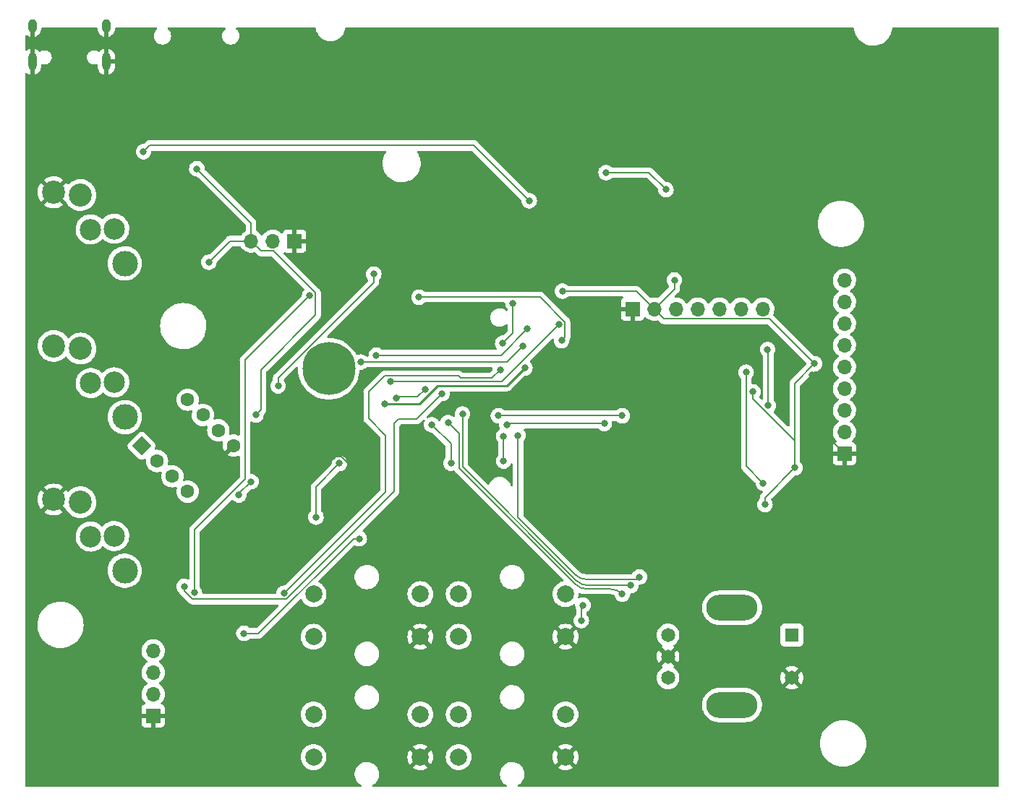
<source format=gbr>
%TF.GenerationSoftware,KiCad,Pcbnew,(6.0.5)*%
%TF.CreationDate,2022-06-18T00:07:38+02:00*%
%TF.ProjectId,clarinoid-devboard,636c6172-696e-46f6-9964-2d646576626f,rev?*%
%TF.SameCoordinates,Original*%
%TF.FileFunction,Copper,L2,Bot*%
%TF.FilePolarity,Positive*%
%FSLAX46Y46*%
G04 Gerber Fmt 4.6, Leading zero omitted, Abs format (unit mm)*
G04 Created by KiCad (PCBNEW (6.0.5)) date 2022-06-18 00:07:38*
%MOMM*%
%LPD*%
G01*
G04 APERTURE LIST*
G04 Aperture macros list*
%AMHorizOval*
0 Thick line with rounded ends*
0 $1 width*
0 $2 $3 position (X,Y) of the first rounded end (center of the circle)*
0 $4 $5 position (X,Y) of the second rounded end (center of the circle)*
0 Add line between two ends*
20,1,$1,$2,$3,$4,$5,0*
0 Add two circle primitives to create the rounded ends*
1,1,$1,$2,$3*
1,1,$1,$4,$5*%
%AMRotRect*
0 Rectangle, with rotation*
0 The origin of the aperture is its center*
0 $1 length*
0 $2 width*
0 $3 Rotation angle, in degrees counterclockwise*
0 Add horizontal line*
21,1,$1,$2,0,0,$3*%
G04 Aperture macros list end*
%TA.AperFunction,ComponentPad*%
%ADD10C,6.200000*%
%TD*%
%TA.AperFunction,ComponentPad*%
%ADD11R,1.700000X1.700000*%
%TD*%
%TA.AperFunction,ComponentPad*%
%ADD12O,1.700000X1.700000*%
%TD*%
%TA.AperFunction,ComponentPad*%
%ADD13RotRect,1.600000X1.600000X45.000000*%
%TD*%
%TA.AperFunction,ComponentPad*%
%ADD14HorizOval,1.600000X0.000000X0.000000X0.000000X0.000000X0*%
%TD*%
%TA.AperFunction,ComponentPad*%
%ADD15C,2.000000*%
%TD*%
%TA.AperFunction,ComponentPad*%
%ADD16C,2.700000*%
%TD*%
%TA.AperFunction,ComponentPad*%
%ADD17C,2.500000*%
%TD*%
%TA.AperFunction,ComponentPad*%
%ADD18C,3.000000*%
%TD*%
%TA.AperFunction,ComponentPad*%
%ADD19O,1.000000X1.600000*%
%TD*%
%TA.AperFunction,ComponentPad*%
%ADD20O,1.000000X2.100000*%
%TD*%
%TA.AperFunction,ComponentPad*%
%ADD21R,1.650000X1.650000*%
%TD*%
%TA.AperFunction,ComponentPad*%
%ADD22C,1.650000*%
%TD*%
%TA.AperFunction,ComponentPad*%
%ADD23O,6.000000X3.000000*%
%TD*%
%TA.AperFunction,ViaPad*%
%ADD24C,0.800000*%
%TD*%
%TA.AperFunction,Conductor*%
%ADD25C,0.200000*%
%TD*%
%TA.AperFunction,Conductor*%
%ADD26C,0.250000*%
%TD*%
G04 APERTURE END LIST*
D10*
%TO.P,H1,1*%
%TO.N,N/C*%
X125198312Y-68434542D03*
%TD*%
D11*
%TO.P,J14,1,Pin_1*%
%TO.N,GND*%
X185566565Y-78397523D03*
D12*
%TO.P,J14,2,Pin_2*%
%TO.N,Net-(IC4-Pad1)*%
X185566565Y-75857523D03*
%TO.P,J14,3,Pin_3*%
%TO.N,Net-(IC4-Pad2)*%
X185566565Y-73317523D03*
%TO.P,J14,4,Pin_4*%
%TO.N,Net-(IC4-Pad12)*%
X185566565Y-70777523D03*
%TO.P,J14,5,Pin_5*%
%TO.N,Net-(IC4-Pad13)*%
X185566565Y-68237523D03*
%TO.P,J14,6,Pin_6*%
%TO.N,Net-(IC4-Pad8)*%
X185566565Y-65697523D03*
%TO.P,J14,7,Pin_7*%
%TO.N,Net-(IC4-Pad9)*%
X185566565Y-63157523D03*
%TO.P,J14,8,Pin_8*%
%TO.N,Net-(IC4-Pad10)*%
X185566565Y-60617523D03*
%TO.P,J14,9,Pin_9*%
%TO.N,Net-(IC4-Pad11)*%
X185566565Y-58077523D03*
%TD*%
D13*
%TO.P,U8,1,NC*%
%TO.N,unconnected-(U8-Pad1)*%
X103286793Y-77447034D03*
D14*
%TO.P,U8,2,C1*%
%TO.N,Net-(D6-Pad1)*%
X105082844Y-79243085D03*
%TO.P,U8,3,C2*%
%TO.N,Net-(D6-Pad2)*%
X106878895Y-81039136D03*
%TO.P,U8,4,NC*%
%TO.N,unconnected-(U8-Pad4)*%
X108674947Y-82835188D03*
%TO.P,U8,5,GND*%
%TO.N,GND*%
X114063100Y-77447034D03*
%TO.P,U8,6,VO2*%
%TO.N,T00 MIDI IN*%
X112267049Y-75650983D03*
%TO.P,U8,7,VO1*%
%TO.N,unconnected-(U8-Pad7)*%
X110470998Y-73854932D03*
%TO.P,U8,8,VCC*%
%TO.N,Supply+5v*%
X108674947Y-72058880D03*
%TD*%
D15*
%TO.P,SW4,1,1*%
%TO.N,GND*%
X135910804Y-113947034D03*
%TO.P,SW4,2,2*%
%TO.N,Net-(IC1-Pad6)*%
X123410804Y-113947034D03*
%TO.P,SW4,3*%
%TO.N,N/C*%
X135910804Y-108947034D03*
%TO.P,SW4,4*%
X123410804Y-108947034D03*
%TD*%
%TO.P,SW3,1,1*%
%TO.N,GND*%
X135910804Y-99847034D03*
%TO.P,SW3,2,2*%
%TO.N,Net-(IC1-Pad5)*%
X123410804Y-99847034D03*
%TO.P,SW3,3*%
%TO.N,N/C*%
X135910804Y-94847034D03*
%TO.P,SW3,4*%
X123410804Y-94847034D03*
%TD*%
D16*
%TO.P,J10,1,S-GND*%
%TO.N,unconnected-(J10-Pad1)*%
X92973798Y-65760028D03*
%TO.P,J10,2*%
%TO.N,Net-(D6-Pad2)*%
X96120423Y-66078226D03*
D17*
%TO.P,J10,3*%
%TO.N,unconnected-(J10-Pad3)*%
X97322505Y-70108735D03*
%TO.P,J10,4,Ring*%
%TO.N,Net-(J10-Pad4)*%
X100080221Y-70038024D03*
D18*
%TO.P,J10,5,Tip*%
%TO.N,unconnected-(J10-Pad5)*%
X101317658Y-74103888D03*
%TD*%
D11*
%TO.P,J5,1,Pin_1*%
%TO.N,GND*%
X104635804Y-109102348D03*
D12*
%TO.P,J5,2,Pin_2*%
%TO.N,+3V3*%
X104635804Y-106562348D03*
%TO.P,J5,3,Pin_3*%
%TO.N,I2C_SDA*%
X104635804Y-104022348D03*
%TO.P,J5,4,Pin_4*%
%TO.N,I2C_SCL*%
X104635804Y-101482348D03*
%TD*%
D15*
%TO.P,SW2,1,1*%
%TO.N,GND*%
X152910804Y-99847034D03*
%TO.P,SW2,2,2*%
%TO.N,Net-(IC1-Pad4)*%
X140410804Y-99847034D03*
%TO.P,SW2,3*%
%TO.N,N/C*%
X152910804Y-94847034D03*
%TO.P,SW2,4*%
X140410804Y-94847034D03*
%TD*%
D16*
%TO.P,J1,1,S-GND*%
%TO.N,GND*%
X92973798Y-83760028D03*
%TO.P,J1,2,Tip*%
%TO.N,Net-(C9-Pad1)*%
X96120423Y-84078226D03*
D17*
%TO.P,J1,3*%
%TO.N,unconnected-(J1-Pad3)*%
X97322505Y-88108735D03*
%TO.P,J1,4,Ring*%
%TO.N,Net-(C12-Pad1)*%
X100080221Y-88038024D03*
D18*
%TO.P,J1,5*%
%TO.N,unconnected-(J1-Pad5)*%
X101317658Y-92103888D03*
%TD*%
D11*
%TO.P,J12,1,GND*%
%TO.N,GND*%
X160760804Y-61447034D03*
D12*
%TO.P,J12,2,VDD*%
%TO.N,+3V3*%
X163300804Y-61447034D03*
%TO.P,J12,3,SCK*%
%TO.N,SPI0_SCK*%
X165840804Y-61447034D03*
%TO.P,J12,4,SDA*%
%TO.N,SPI0_MOSI*%
X168380804Y-61447034D03*
%TO.P,J12,5,RES*%
%TO.N,OLED_RES*%
X170920804Y-61447034D03*
%TO.P,J12,6,DC*%
%TO.N,OLED_DC*%
X173460804Y-61447034D03*
%TO.P,J12,7,CS*%
%TO.N,OLED_CS*%
X176000804Y-61447034D03*
%TD*%
D19*
%TO.P,J2,S1,SHIELD*%
%TO.N,GND*%
X99138304Y-28271568D03*
X90498304Y-28271568D03*
D20*
X99138304Y-32451568D03*
X90498304Y-32451568D03*
%TD*%
D15*
%TO.P,SW5,1,1*%
%TO.N,GND*%
X152910804Y-113947034D03*
%TO.P,SW5,2,2*%
%TO.N,Net-(IC1-Pad7)*%
X140410804Y-113947034D03*
%TO.P,SW5,3*%
%TO.N,N/C*%
X152910804Y-108947034D03*
%TO.P,SW5,4*%
X140410804Y-108947034D03*
%TD*%
D16*
%TO.P,J11,1,S-GND*%
%TO.N,GND*%
X92973798Y-47760028D03*
%TO.P,J11,2*%
%TO.N,Net-(J11-Pad2)*%
X96120423Y-48078226D03*
D17*
%TO.P,J11,3*%
%TO.N,unconnected-(J11-Pad3)*%
X97322505Y-52108735D03*
%TO.P,J11,4,Ring*%
%TO.N,Net-(J11-Pad4)*%
X100080221Y-52038024D03*
D18*
%TO.P,J11,5,Tip*%
%TO.N,unconnected-(J11-Pad5)*%
X101317658Y-56103888D03*
%TD*%
D21*
%TO.P,SW7,1,SWGND*%
%TO.N,ENC_SWITCH*%
X179410804Y-99647034D03*
D22*
%TO.P,SW7,2,SW*%
%TO.N,GND*%
X179410804Y-104647034D03*
%TO.P,SW7,A,A*%
%TO.N,ENC_A*%
X164910804Y-99647034D03*
%TO.P,SW7,B,B*%
%TO.N,ENC_B*%
X164910804Y-104647034D03*
%TO.P,SW7,C,GND*%
%TO.N,GND*%
X164910804Y-102147034D03*
D23*
%TO.P,SW7,S1*%
%TO.N,N/C*%
X172410804Y-96447034D03*
%TO.P,SW7,S2*%
X172410804Y-107847034D03*
%TD*%
D11*
%TO.P,U9,1,gnd*%
%TO.N,GND*%
X121185804Y-53472034D03*
D12*
%TO.P,U9,2,Data*%
%TO.N,WS2812_DATA*%
X118645804Y-53472034D03*
%TO.P,U9,3,+5v*%
%TO.N,+3V3*%
X116105804Y-53472034D03*
%TD*%
D24*
%TO.N,GND*%
X144448312Y-54434542D03*
X143198312Y-54684542D03*
X144698312Y-52684542D03*
X143198312Y-52684542D03*
X137443717Y-52179947D03*
X135948312Y-51684542D03*
X173198312Y-81184542D03*
X166948312Y-89934542D03*
X154198312Y-62184542D03*
%TO.N,A3v3*%
X114669658Y-83232761D03*
X116083872Y-81677126D03*
%TO.N,GND*%
X135650799Y-53972866D03*
X126660804Y-48447034D03*
X148660804Y-58447034D03*
X151960804Y-82247034D03*
X96830824Y-110358636D03*
X133760804Y-53347034D03*
X128460804Y-54747034D03*
X100009769Y-111035242D03*
X133660804Y-60447034D03*
X132591182Y-56516656D03*
X181760804Y-69147034D03*
X182660804Y-71747034D03*
X125660303Y-78740428D03*
X96410804Y-37197034D03*
X93330824Y-110325665D03*
X98482029Y-110586728D03*
X142660804Y-48046534D03*
X154760804Y-70747034D03*
X95080824Y-110718673D03*
X128328586Y-80880471D03*
%TO.N,D3v3*%
X123697728Y-85829527D03*
X126455444Y-79536277D03*
%TO.N,I2C_SCL*%
X145560804Y-65447034D03*
X176660804Y-72747034D03*
X176567065Y-66188671D03*
X146760804Y-60747034D03*
%TO.N,I2C_SDA*%
X154960804Y-96147034D03*
X176060804Y-81847034D03*
X174060804Y-68847034D03*
X154760804Y-97946534D03*
%TO.N,USB data in +*%
X148460804Y-63747034D03*
X130760804Y-66847034D03*
%TO.N,USB data in -*%
X152153690Y-63239920D03*
X132460804Y-69947034D03*
%TO.N,T01=MIDI OUT*%
X136460804Y-70847034D03*
X133060804Y-71847034D03*
%TO.N,USB_Vin5v*%
X148660804Y-48747034D03*
X103500000Y-43000000D03*
%TO.N,Supply+5v*%
X119260804Y-70447034D03*
X152460804Y-65147034D03*
X130460804Y-57347034D03*
X135760804Y-60047034D03*
%TO.N,Net-(R10-Pad2)*%
X164660804Y-47447034D03*
X157660804Y-45447034D03*
%TO.N,T00 MIDI IN*%
X131760804Y-72547034D03*
X148160804Y-68347034D03*
%TO.N,SDIO_MISO*%
X137250000Y-75000000D03*
X139500000Y-79500000D03*
%TO.N,I2S_BCK*%
X145661304Y-79247034D03*
X145660804Y-76347034D03*
%TO.N,OLED_RES*%
X157460804Y-74847034D03*
X146060804Y-75047034D03*
%TO.N,OLED_DC*%
X159560804Y-73947034D03*
X145060804Y-73947034D03*
%TO.N,ENC_A*%
X160560804Y-93847034D03*
X140860804Y-73747034D03*
%TO.N,ENC_B*%
X159560804Y-94847034D03*
X139160804Y-74747034D03*
%TO.N,ENC_SWITCH*%
X147360804Y-76247034D03*
X161560804Y-92847034D03*
%TO.N,GEN_LED2*%
X108260804Y-93947534D03*
X138460804Y-71347034D03*
%TO.N,GEN_LED3*%
X122960804Y-59847534D03*
X109460804Y-94647034D03*
%TO.N,GEN_LED4*%
X145260804Y-68547534D03*
X119960804Y-94747034D03*
%TO.N,Net-(SW6-Pad1)*%
X128960804Y-67647034D03*
X147960804Y-65747034D03*
%TO.N,+3V3*%
X182060804Y-67847034D03*
X128760804Y-88347034D03*
X174860804Y-71147034D03*
X179760804Y-80047034D03*
X176260804Y-84347034D03*
X109750000Y-45000000D03*
X111160804Y-55947034D03*
X116660804Y-73847034D03*
X152560804Y-59347034D03*
X115260804Y-99447034D03*
X165660804Y-58047034D03*
%TD*%
D25*
%TO.N,GND*%
X137443717Y-52179947D02*
X135650799Y-53972866D01*
%TO.N,USB data in -*%
X152153690Y-63254148D02*
X152153690Y-63239920D01*
X132460804Y-69947034D02*
X145460804Y-69947034D01*
X145460804Y-69947034D02*
X152153690Y-63254148D01*
%TO.N,GND*%
X149698312Y-58434542D02*
X152710804Y-61447034D01*
X152710804Y-61447034D02*
X160760804Y-61447034D01*
X149685820Y-58447034D02*
X149698312Y-58434542D01*
X148660804Y-58447034D02*
X149685820Y-58447034D01*
%TO.N,GEN_LED2*%
X108260804Y-94447034D02*
X108260804Y-93947534D01*
X109260315Y-95446545D02*
X108260804Y-94447034D01*
X132866175Y-82830923D02*
X120250552Y-95446545D01*
X120250552Y-95446545D02*
X109260315Y-95446545D01*
X132866175Y-74852405D02*
X132866175Y-82830923D01*
X133371056Y-74347523D02*
X132866175Y-74852405D01*
X135460315Y-74347523D02*
X133371056Y-74347523D01*
X138460804Y-71347034D02*
X135460315Y-74347523D01*
%TO.N,A3v3*%
X114669658Y-83091340D02*
X114669658Y-83232761D01*
X116083872Y-81677126D02*
X114669658Y-83091340D01*
%TO.N,GND*%
X133660804Y-57586278D02*
X133660804Y-60447034D01*
X99138304Y-34469534D02*
X99138304Y-32451568D01*
X128460804Y-54747034D02*
X126660804Y-52947034D01*
X135650799Y-53972866D02*
X130124967Y-48447034D01*
X142260304Y-48447034D02*
X126660804Y-48447034D01*
X181760804Y-69147034D02*
X181760804Y-74591762D01*
X134386636Y-53972866D02*
X135650799Y-53972866D01*
X141577131Y-48046534D02*
X137443717Y-52179947D01*
X182660804Y-70047034D02*
X181760804Y-69147034D01*
X126648853Y-78740428D02*
X128328586Y-80420161D01*
X140124967Y-58447034D02*
X135650799Y-53972866D01*
X142660804Y-48046534D02*
X142260304Y-48447034D01*
X142660804Y-48046534D02*
X141577131Y-48046534D01*
X96410804Y-37197034D02*
X99138304Y-34469534D01*
X132591182Y-56516656D02*
X133660804Y-57586278D01*
X130124967Y-48447034D02*
X126660804Y-48447034D01*
X128328586Y-80420161D02*
X128328586Y-80880471D01*
X126660804Y-52947034D02*
X126660804Y-48447034D01*
X148660804Y-58447034D02*
X140124967Y-58447034D01*
X181760804Y-74591762D02*
X185566565Y-78397523D01*
X125660303Y-78740428D02*
X126648853Y-78740428D01*
X133760804Y-53347034D02*
X134386636Y-53972866D01*
X182660804Y-71747034D02*
X182660804Y-70047034D01*
%TO.N,D3v3*%
X123697728Y-85829527D02*
X123697728Y-82293994D01*
X123697728Y-82293994D02*
X126455444Y-79536277D01*
%TO.N,I2C_SCL*%
X146760804Y-60747034D02*
X146760804Y-64247034D01*
X176660804Y-72747034D02*
X176660804Y-66282410D01*
X146760804Y-64247034D02*
X145560804Y-65447034D01*
X176660804Y-66282410D02*
X176567065Y-66188671D01*
%TO.N,I2C_SDA*%
X174060804Y-79847034D02*
X174060804Y-68847034D01*
X154760804Y-97946534D02*
X154760804Y-96347034D01*
X176060804Y-81847034D02*
X174060804Y-79847034D01*
X154760804Y-96347034D02*
X154960804Y-96147034D01*
%TO.N,USB data in +*%
X130760804Y-66847034D02*
X145360804Y-66847034D01*
X145360804Y-66847034D02*
X148460804Y-63747034D01*
%TO.N,T01=MIDI OUT*%
X133161293Y-71746545D02*
X133060804Y-71847034D01*
X136460804Y-70847034D02*
X135561293Y-71746545D01*
X135561293Y-71746545D02*
X133161293Y-71746545D01*
%TO.N,USB_Vin5v*%
X103500000Y-43000000D02*
X104227953Y-42272047D01*
X142185817Y-42272047D02*
X148660804Y-48747034D01*
X104227953Y-42272047D02*
X142185817Y-42272047D01*
%TO.N,Supply+5v*%
X119260804Y-70447034D02*
X119260804Y-69518320D01*
X152860315Y-62946545D02*
X149960804Y-60047034D01*
X119260804Y-69518320D02*
X130460804Y-58318320D01*
X149960804Y-60047034D02*
X135760804Y-60047034D01*
X152860315Y-64747523D02*
X152860315Y-62946545D01*
X130460804Y-58318320D02*
X130460804Y-57347034D01*
X152460804Y-65147034D02*
X152860315Y-64747523D01*
%TO.N,Net-(R10-Pad2)*%
X157660804Y-45447034D02*
X162660804Y-45447034D01*
X162660804Y-45447034D02*
X164660804Y-47447034D01*
D26*
%TO.N,T00 MIDI IN*%
X137960804Y-70447034D02*
X146060804Y-70447034D01*
X135836293Y-72571545D02*
X137960804Y-70447034D01*
X146060804Y-70447034D02*
X148160804Y-68347034D01*
X131785315Y-72571545D02*
X135836293Y-72571545D01*
X131760804Y-72547034D02*
X131785315Y-72571545D01*
D25*
%TO.N,SDIO_MISO*%
X139500000Y-77250000D02*
X139500000Y-79500000D01*
X137250000Y-75000000D02*
X139500000Y-77250000D01*
%TO.N,I2S_BCK*%
X145660804Y-79246534D02*
X145660804Y-76347034D01*
X145661304Y-79247034D02*
X145660804Y-79246534D01*
%TO.N,OLED_RES*%
X146260804Y-74847034D02*
X146060804Y-75047034D01*
X157460804Y-74847034D02*
X146260804Y-74847034D01*
%TO.N,OLED_DC*%
X159560804Y-73947034D02*
X145060804Y-73947034D01*
%TO.N,ENC_A*%
X154186848Y-93261247D02*
X140860804Y-79935203D01*
X140860804Y-79935203D02*
X140860804Y-73747034D01*
X160560804Y-93847034D02*
X155601062Y-93847034D01*
X154186860Y-93261235D02*
G75*
G03*
X155601062Y-93847034I1414240J1414235D01*
G01*
%TO.N,ENC_B*%
X140460804Y-80100209D02*
X140460804Y-76047034D01*
X158131897Y-94246554D02*
X156360804Y-94246554D01*
X154021362Y-93660767D02*
X140460804Y-80100209D01*
X159560804Y-94847034D02*
X159546110Y-94832340D01*
X156360804Y-94246554D02*
X155435575Y-94246553D01*
X140460804Y-76047034D02*
X139160804Y-74747034D01*
X158131897Y-94246570D02*
G75*
G02*
X159546110Y-94832340I3J-2000030D01*
G01*
X155435575Y-94246584D02*
G75*
G02*
X154021362Y-93660767I25J1999984D01*
G01*
%TO.N,ENC_SWITCH*%
X161260804Y-93147034D02*
X161560804Y-92847034D01*
X147360804Y-85870197D02*
X154051854Y-92561247D01*
X147360804Y-76247034D02*
X147360804Y-85870197D01*
X155466068Y-93147034D02*
X161260804Y-93147034D01*
X155466068Y-93147046D02*
G75*
G02*
X154051854Y-92561247I32J2000046D01*
G01*
%TO.N,GEN_LED3*%
X122960804Y-59847534D02*
X115384361Y-67423977D01*
X115384361Y-81387378D02*
X109460804Y-87310935D01*
X115384361Y-67423977D02*
X115384361Y-81387378D01*
X109460804Y-87310935D02*
X109460804Y-94647034D01*
%TO.N,GEN_LED4*%
X129860804Y-74247034D02*
X131860804Y-76247034D01*
X131560804Y-69447034D02*
X129860804Y-71147034D01*
X131860804Y-76247034D02*
X131860804Y-81647034D01*
X144260824Y-69547514D02*
X140660804Y-69547514D01*
X131860804Y-82847034D02*
X119960804Y-94747034D01*
X129860804Y-71147034D02*
X129860804Y-74247034D01*
X140660804Y-69547514D02*
X140360813Y-69247523D01*
X131860804Y-81647034D02*
X131860804Y-82847034D01*
X140360813Y-69247523D02*
X131760315Y-69247523D01*
X131760315Y-69247523D02*
X131560804Y-69447034D01*
X145260804Y-68547534D02*
X144260824Y-69547514D01*
%TO.N,Net-(SW6-Pad1)*%
X146060804Y-67647034D02*
X147960804Y-65747034D01*
X128960804Y-67647034D02*
X146060804Y-67647034D01*
%TO.N,+3V3*%
X174860804Y-71147034D02*
X174860804Y-71936293D01*
X111160804Y-55947034D02*
X113635804Y-53472034D01*
X116660804Y-73847034D02*
X117260804Y-73247034D01*
X165660804Y-59087034D02*
X163300804Y-61447034D01*
X179760804Y-77347034D02*
X179760804Y-70147034D01*
X176810315Y-62596545D02*
X164450315Y-62596545D01*
X109750000Y-45000000D02*
X116105804Y-51355804D01*
X174860804Y-71936293D02*
X179760804Y-76836293D01*
X164450315Y-62596545D02*
X163300804Y-61447034D01*
X116105804Y-51355804D02*
X116105804Y-53472034D01*
X179760804Y-70147034D02*
X182060804Y-67847034D01*
X165660804Y-58047034D02*
X165660804Y-59087034D01*
X152560804Y-59347034D02*
X161200804Y-59347034D01*
X123660315Y-62147523D02*
X123660315Y-59557786D01*
X161200804Y-59347034D02*
X163300804Y-61447034D01*
X113635804Y-53472034D02*
X116105804Y-53472034D01*
X117280804Y-54647034D02*
X116105804Y-53472034D01*
X117260804Y-73247034D02*
X117260804Y-68547034D01*
X117260804Y-68547034D02*
X123660315Y-62147523D01*
X179760804Y-80047034D02*
X179760804Y-77347034D01*
X179760804Y-76836293D02*
X179760804Y-77347034D01*
X116973017Y-99447034D02*
X115260804Y-99447034D01*
X176260804Y-83547034D02*
X179760804Y-80047034D01*
X128760804Y-88347034D02*
X128073017Y-88347034D01*
X118749563Y-54647034D02*
X117280804Y-54647034D01*
X123660315Y-59557786D02*
X118749563Y-54647034D01*
X176260804Y-84347034D02*
X176260804Y-83547034D01*
X128073017Y-88347034D02*
X116973017Y-99447034D01*
X182060804Y-67847034D02*
X176810315Y-62596545D01*
%TD*%
%TA.AperFunction,Conductor*%
%TO.N,GND*%
G36*
X90752304Y-29529492D02*
G01*
X90756277Y-29543023D01*
X90764072Y-29544143D01*
X90871825Y-29512430D01*
X90883193Y-29507837D01*
X91047458Y-29421961D01*
X91057719Y-29415247D01*
X91202177Y-29299100D01*
X91210936Y-29290522D01*
X91330082Y-29148529D01*
X91337012Y-29138409D01*
X91426306Y-28975983D01*
X91431138Y-28964710D01*
X91487184Y-28788030D01*
X91489734Y-28776036D01*
X91505911Y-28631807D01*
X91506304Y-28624783D01*
X91506304Y-28573034D01*
X91526306Y-28504913D01*
X91579962Y-28458420D01*
X91632304Y-28447034D01*
X98004304Y-28447034D01*
X98072425Y-28467036D01*
X98118918Y-28520692D01*
X98130304Y-28573034D01*
X98130304Y-28618225D01*
X98130605Y-28624373D01*
X98144116Y-28762171D01*
X98146499Y-28774206D01*
X98200071Y-28951644D01*
X98204745Y-28962984D01*
X98291764Y-29126645D01*
X98298553Y-29136862D01*
X98415701Y-29280501D01*
X98424345Y-29289205D01*
X98567160Y-29407352D01*
X98577331Y-29414212D01*
X98740380Y-29502372D01*
X98751685Y-29507124D01*
X98866996Y-29542818D01*
X98881099Y-29543024D01*
X98884304Y-29536269D01*
X98884304Y-28447034D01*
X99392304Y-28447034D01*
X99392304Y-29529492D01*
X99396277Y-29543023D01*
X99404072Y-29544143D01*
X99511825Y-29512430D01*
X99523193Y-29507837D01*
X99687458Y-29421961D01*
X99697719Y-29415247D01*
X99842177Y-29299100D01*
X99850936Y-29290522D01*
X99970082Y-29148529D01*
X99977012Y-29138409D01*
X100066306Y-28975983D01*
X100071138Y-28964710D01*
X100127184Y-28788030D01*
X100129734Y-28776036D01*
X100145911Y-28631807D01*
X100146304Y-28624783D01*
X100146304Y-28573034D01*
X100166306Y-28504913D01*
X100219962Y-28458420D01*
X100272304Y-28447034D01*
X104989859Y-28447034D01*
X105057980Y-28467036D01*
X105104473Y-28520692D01*
X105114577Y-28590966D01*
X105085083Y-28655546D01*
X105069495Y-28670677D01*
X105015713Y-28714540D01*
X105015710Y-28714543D01*
X105010938Y-28718435D01*
X105007011Y-28723182D01*
X105007009Y-28723184D01*
X104888799Y-28866075D01*
X104888797Y-28866079D01*
X104884870Y-28870825D01*
X104790802Y-29044799D01*
X104732318Y-29233732D01*
X104731674Y-29239857D01*
X104731674Y-29239858D01*
X104712535Y-29421961D01*
X104711645Y-29430425D01*
X104712204Y-29436565D01*
X104726068Y-29588902D01*
X104729570Y-29627388D01*
X104731308Y-29633294D01*
X104731309Y-29633298D01*
X104762249Y-29738424D01*
X104785410Y-29817119D01*
X104788263Y-29822577D01*
X104788265Y-29822581D01*
X104817464Y-29878432D01*
X104877040Y-29992390D01*
X105000968Y-30146525D01*
X105005692Y-30150489D01*
X105012933Y-30156565D01*
X105152474Y-30273654D01*
X105157872Y-30276621D01*
X105157877Y-30276625D01*
X105242316Y-30323045D01*
X105325787Y-30368933D01*
X105331654Y-30370794D01*
X105331656Y-30370795D01*
X105449830Y-30408282D01*
X105514306Y-30428735D01*
X105668227Y-30446000D01*
X105774769Y-30446000D01*
X105777825Y-30445700D01*
X105777832Y-30445700D01*
X105836340Y-30439963D01*
X105921833Y-30431580D01*
X105927734Y-30429798D01*
X105927736Y-30429798D01*
X106001053Y-30407662D01*
X106111169Y-30374416D01*
X106285796Y-30281566D01*
X106423943Y-30168896D01*
X106434287Y-30160460D01*
X106434290Y-30160457D01*
X106439062Y-30156565D01*
X106451344Y-30141719D01*
X106561201Y-30008925D01*
X106561203Y-30008921D01*
X106565130Y-30004175D01*
X106659198Y-29830201D01*
X106717682Y-29641268D01*
X106723186Y-29588902D01*
X106737711Y-29450704D01*
X106737711Y-29450702D01*
X106738355Y-29444575D01*
X106720430Y-29247612D01*
X106698882Y-29174395D01*
X106666330Y-29063794D01*
X106664590Y-29057881D01*
X106654919Y-29039381D01*
X106575813Y-28888068D01*
X106572960Y-28882610D01*
X106449032Y-28728475D01*
X106378812Y-28669554D01*
X106339487Y-28610446D01*
X106338361Y-28539458D01*
X106375792Y-28479131D01*
X106439897Y-28448617D01*
X106459805Y-28447034D01*
X112989859Y-28447034D01*
X113057980Y-28467036D01*
X113104473Y-28520692D01*
X113114577Y-28590966D01*
X113085083Y-28655546D01*
X113069495Y-28670677D01*
X113015713Y-28714540D01*
X113015710Y-28714543D01*
X113010938Y-28718435D01*
X113007011Y-28723182D01*
X113007009Y-28723184D01*
X112888799Y-28866075D01*
X112888797Y-28866079D01*
X112884870Y-28870825D01*
X112790802Y-29044799D01*
X112732318Y-29233732D01*
X112731674Y-29239857D01*
X112731674Y-29239858D01*
X112712535Y-29421961D01*
X112711645Y-29430425D01*
X112712204Y-29436565D01*
X112726068Y-29588902D01*
X112729570Y-29627388D01*
X112731308Y-29633294D01*
X112731309Y-29633298D01*
X112762249Y-29738424D01*
X112785410Y-29817119D01*
X112788263Y-29822577D01*
X112788265Y-29822581D01*
X112817464Y-29878432D01*
X112877040Y-29992390D01*
X113000968Y-30146525D01*
X113005692Y-30150489D01*
X113012933Y-30156565D01*
X113152474Y-30273654D01*
X113157872Y-30276621D01*
X113157877Y-30276625D01*
X113242316Y-30323045D01*
X113325787Y-30368933D01*
X113331654Y-30370794D01*
X113331656Y-30370795D01*
X113449830Y-30408282D01*
X113514306Y-30428735D01*
X113668227Y-30446000D01*
X113774769Y-30446000D01*
X113777825Y-30445700D01*
X113777832Y-30445700D01*
X113836340Y-30439963D01*
X113921833Y-30431580D01*
X113927734Y-30429798D01*
X113927736Y-30429798D01*
X114001053Y-30407662D01*
X114111169Y-30374416D01*
X114285796Y-30281566D01*
X114423943Y-30168896D01*
X114434287Y-30160460D01*
X114434290Y-30160457D01*
X114439062Y-30156565D01*
X114451344Y-30141719D01*
X114561201Y-30008925D01*
X114561203Y-30008921D01*
X114565130Y-30004175D01*
X114659198Y-29830201D01*
X114717682Y-29641268D01*
X114723186Y-29588902D01*
X114737711Y-29450704D01*
X114737711Y-29450702D01*
X114738355Y-29444575D01*
X114720430Y-29247612D01*
X114698882Y-29174395D01*
X114666330Y-29063794D01*
X114664590Y-29057881D01*
X114654919Y-29039381D01*
X114575813Y-28888068D01*
X114572960Y-28882610D01*
X114449032Y-28728475D01*
X114378812Y-28669554D01*
X114339487Y-28610446D01*
X114338361Y-28539458D01*
X114375792Y-28479131D01*
X114439897Y-28448617D01*
X114459805Y-28447034D01*
X123570337Y-28447034D01*
X123638458Y-28467036D01*
X123684951Y-28520692D01*
X123694404Y-28551046D01*
X123725849Y-28728475D01*
X123733467Y-28771458D01*
X123816777Y-29016881D01*
X123818978Y-29021117D01*
X123818980Y-29021123D01*
X123841146Y-29063794D01*
X123936251Y-29246879D01*
X123939066Y-29250733D01*
X123939069Y-29250737D01*
X124086318Y-29452294D01*
X124089141Y-29456158D01*
X124092513Y-29459548D01*
X124092515Y-29459550D01*
X124268552Y-29636513D01*
X124268557Y-29636517D01*
X124271926Y-29639904D01*
X124480403Y-29793887D01*
X124484641Y-29796117D01*
X124484643Y-29796118D01*
X124705536Y-29912336D01*
X124705543Y-29912339D01*
X124709772Y-29914564D01*
X124714288Y-29916123D01*
X124714294Y-29916126D01*
X124840869Y-29959832D01*
X124954755Y-29999158D01*
X125072497Y-30020661D01*
X125205745Y-30044997D01*
X125205749Y-30044997D01*
X125209716Y-30045722D01*
X125292646Y-30050068D01*
X125454207Y-30050068D01*
X125456586Y-30049887D01*
X125456587Y-30049887D01*
X125641968Y-30035786D01*
X125641973Y-30035785D01*
X125646735Y-30035423D01*
X125651388Y-30034344D01*
X125651391Y-30034344D01*
X125894555Y-29977981D01*
X125894554Y-29977981D01*
X125899219Y-29976900D01*
X126139946Y-29880860D01*
X126363376Y-29749512D01*
X126367087Y-29746491D01*
X126367091Y-29746488D01*
X126560655Y-29588902D01*
X126564367Y-29585880D01*
X126567576Y-29582335D01*
X126567581Y-29582330D01*
X126735078Y-29397281D01*
X126738294Y-29393728D01*
X126881155Y-29177478D01*
X126884320Y-29170614D01*
X126987656Y-28946460D01*
X126987657Y-28946457D01*
X126989662Y-28942108D01*
X127061319Y-28693033D01*
X127062374Y-28684861D01*
X127078877Y-28556915D01*
X127107430Y-28491913D01*
X127166592Y-28452666D01*
X127203842Y-28447034D01*
X186569526Y-28447034D01*
X186637647Y-28467036D01*
X186684140Y-28520692D01*
X186695047Y-28562052D01*
X186705791Y-28684861D01*
X186705792Y-28684869D01*
X186706156Y-28689027D01*
X186707070Y-28693116D01*
X186762727Y-28942108D01*
X186770881Y-28978589D01*
X186772323Y-28982509D01*
X186772325Y-28982515D01*
X186869861Y-29247612D01*
X186873333Y-29257048D01*
X186875284Y-29260748D01*
X186875286Y-29260753D01*
X187007981Y-29512430D01*
X187011714Y-29519510D01*
X187183592Y-29761365D01*
X187385946Y-29978364D01*
X187615222Y-30166693D01*
X187867392Y-30323045D01*
X188138026Y-30444673D01*
X188310694Y-30496148D01*
X188418369Y-30528247D01*
X188418371Y-30528247D01*
X188422368Y-30529439D01*
X188426488Y-30530092D01*
X188426490Y-30530092D01*
X188545410Y-30548927D01*
X188715423Y-30575854D01*
X188760450Y-30577899D01*
X188806801Y-30580004D01*
X188806820Y-30580004D01*
X188808220Y-30580068D01*
X188993568Y-30580068D01*
X189214360Y-30565403D01*
X189505214Y-30506756D01*
X189785757Y-30410158D01*
X189789500Y-30408284D01*
X189789504Y-30408282D01*
X190047316Y-30279179D01*
X190047318Y-30279178D01*
X190051060Y-30277304D01*
X190237663Y-30150489D01*
X190293003Y-30112880D01*
X190293006Y-30112878D01*
X190296462Y-30110529D01*
X190517650Y-29912764D01*
X190710740Y-29687482D01*
X190740752Y-29641268D01*
X190870067Y-29442140D01*
X190870069Y-29442137D01*
X190872339Y-29438641D01*
X190876241Y-29430425D01*
X190942671Y-29290522D01*
X190999608Y-29170614D01*
X191035803Y-29057881D01*
X191089030Y-28892098D01*
X191089031Y-28892092D01*
X191090310Y-28888110D01*
X191125410Y-28693033D01*
X191142113Y-28600200D01*
X191142114Y-28600195D01*
X191142852Y-28596091D01*
X191144159Y-28567316D01*
X191167231Y-28500173D01*
X191222942Y-28456163D01*
X191270029Y-28447034D01*
X203534804Y-28447034D01*
X203602925Y-28467036D01*
X203649418Y-28520692D01*
X203660804Y-28573034D01*
X203660804Y-117321034D01*
X203640802Y-117389155D01*
X203587146Y-117435648D01*
X203534804Y-117447034D01*
X147407979Y-117447034D01*
X147339858Y-117427032D01*
X147293365Y-117373376D01*
X147283261Y-117303102D01*
X147312755Y-117238522D01*
X147341209Y-117215766D01*
X147340527Y-117214712D01*
X147371280Y-117194817D01*
X147538445Y-117086674D01*
X147562385Y-117064891D01*
X147708971Y-116931507D01*
X147708972Y-116931505D01*
X147712793Y-116928029D01*
X147715992Y-116923978D01*
X147715996Y-116923974D01*
X147855687Y-116747095D01*
X147855689Y-116747091D01*
X147858889Y-116743040D01*
X147972809Y-116536673D01*
X147982598Y-116509032D01*
X148049769Y-116319345D01*
X148049770Y-116319341D01*
X148051495Y-116314470D01*
X148052403Y-116309374D01*
X148091927Y-116087490D01*
X148091928Y-116087484D01*
X148092833Y-116082401D01*
X148095713Y-115846695D01*
X148060057Y-115613685D01*
X147986824Y-115389627D01*
X147936127Y-115292239D01*
X147880368Y-115185127D01*
X147880367Y-115185126D01*
X147877979Y-115180538D01*
X147877353Y-115179704D01*
X152042964Y-115179704D01*
X152048691Y-115187354D01*
X152219846Y-115292239D01*
X152228641Y-115296721D01*
X152438792Y-115383768D01*
X152448177Y-115386817D01*
X152669358Y-115439919D01*
X152679105Y-115441462D01*
X152905874Y-115459309D01*
X152915734Y-115459309D01*
X153142503Y-115441462D01*
X153152250Y-115439919D01*
X153373431Y-115386817D01*
X153382816Y-115383768D01*
X153592967Y-115296721D01*
X153601762Y-115292239D01*
X153769249Y-115189602D01*
X153778711Y-115179144D01*
X153774928Y-115170368D01*
X152923616Y-114319056D01*
X152909672Y-114311442D01*
X152907839Y-114311573D01*
X152901224Y-114315824D01*
X152049724Y-115167324D01*
X152042964Y-115179704D01*
X147877353Y-115179704D01*
X147870976Y-115171210D01*
X147739551Y-114996169D01*
X147739549Y-114996166D01*
X147736446Y-114992034D01*
X147566027Y-114829177D01*
X147371296Y-114696341D01*
X147366612Y-114694167D01*
X147366609Y-114694165D01*
X147162176Y-114599270D01*
X147162171Y-114599268D01*
X147157485Y-114597093D01*
X146930336Y-114534099D01*
X146925199Y-114533550D01*
X146741241Y-114513890D01*
X146741233Y-114513890D01*
X146737906Y-114513534D01*
X146601047Y-114513534D01*
X146598474Y-114513746D01*
X146598463Y-114513746D01*
X146431025Y-114527512D01*
X146431019Y-114527513D01*
X146425874Y-114527936D01*
X146197253Y-114585361D01*
X145981081Y-114679356D01*
X145783163Y-114807394D01*
X145779340Y-114810873D01*
X145779337Y-114810875D01*
X145697528Y-114885316D01*
X145608815Y-114966039D01*
X145605616Y-114970090D01*
X145605612Y-114970094D01*
X145465921Y-115146973D01*
X145462719Y-115151028D01*
X145460223Y-115155549D01*
X145460222Y-115155551D01*
X145452043Y-115170368D01*
X145348799Y-115357395D01*
X145347075Y-115362264D01*
X145347073Y-115362268D01*
X145312394Y-115460199D01*
X145270113Y-115579598D01*
X145269206Y-115584691D01*
X145269205Y-115584694D01*
X145264917Y-115608770D01*
X145228775Y-115811667D01*
X145225895Y-116047373D01*
X145261551Y-116280383D01*
X145334784Y-116504441D01*
X145443629Y-116713530D01*
X145446732Y-116717663D01*
X145446734Y-116717666D01*
X145468830Y-116747095D01*
X145585162Y-116902034D01*
X145755581Y-117064891D01*
X145950312Y-117197727D01*
X145969744Y-117206747D01*
X146023110Y-117253570D01*
X146042691Y-117321813D01*
X146022267Y-117389809D01*
X145968325Y-117435969D01*
X145916693Y-117447034D01*
X130407979Y-117447034D01*
X130339858Y-117427032D01*
X130293365Y-117373376D01*
X130283261Y-117303102D01*
X130312755Y-117238522D01*
X130341209Y-117215766D01*
X130340527Y-117214712D01*
X130371280Y-117194817D01*
X130538445Y-117086674D01*
X130562385Y-117064891D01*
X130708971Y-116931507D01*
X130708972Y-116931505D01*
X130712793Y-116928029D01*
X130715992Y-116923978D01*
X130715996Y-116923974D01*
X130855687Y-116747095D01*
X130855689Y-116747091D01*
X130858889Y-116743040D01*
X130972809Y-116536673D01*
X130982598Y-116509032D01*
X131049769Y-116319345D01*
X131049770Y-116319341D01*
X131051495Y-116314470D01*
X131052403Y-116309374D01*
X131091927Y-116087490D01*
X131091928Y-116087484D01*
X131092833Y-116082401D01*
X131095713Y-115846695D01*
X131060057Y-115613685D01*
X130986824Y-115389627D01*
X130936127Y-115292239D01*
X130880368Y-115185127D01*
X130880367Y-115185126D01*
X130877979Y-115180538D01*
X130877353Y-115179704D01*
X135042964Y-115179704D01*
X135048691Y-115187354D01*
X135219846Y-115292239D01*
X135228641Y-115296721D01*
X135438792Y-115383768D01*
X135448177Y-115386817D01*
X135669358Y-115439919D01*
X135679105Y-115441462D01*
X135905874Y-115459309D01*
X135915734Y-115459309D01*
X136142503Y-115441462D01*
X136152250Y-115439919D01*
X136373431Y-115386817D01*
X136382816Y-115383768D01*
X136592967Y-115296721D01*
X136601762Y-115292239D01*
X136769249Y-115189602D01*
X136778711Y-115179144D01*
X136774928Y-115170368D01*
X135923616Y-114319056D01*
X135909672Y-114311442D01*
X135907839Y-114311573D01*
X135901224Y-114315824D01*
X135049724Y-115167324D01*
X135042964Y-115179704D01*
X130877353Y-115179704D01*
X130870976Y-115171210D01*
X130739551Y-114996169D01*
X130739549Y-114996166D01*
X130736446Y-114992034D01*
X130566027Y-114829177D01*
X130371296Y-114696341D01*
X130366612Y-114694167D01*
X130366609Y-114694165D01*
X130162176Y-114599270D01*
X130162171Y-114599268D01*
X130157485Y-114597093D01*
X129930336Y-114534099D01*
X129925199Y-114533550D01*
X129741241Y-114513890D01*
X129741233Y-114513890D01*
X129737906Y-114513534D01*
X129601047Y-114513534D01*
X129598474Y-114513746D01*
X129598463Y-114513746D01*
X129431025Y-114527512D01*
X129431019Y-114527513D01*
X129425874Y-114527936D01*
X129197253Y-114585361D01*
X128981081Y-114679356D01*
X128783163Y-114807394D01*
X128779340Y-114810873D01*
X128779337Y-114810875D01*
X128697528Y-114885316D01*
X128608815Y-114966039D01*
X128605616Y-114970090D01*
X128605612Y-114970094D01*
X128465921Y-115146973D01*
X128462719Y-115151028D01*
X128460223Y-115155549D01*
X128460222Y-115155551D01*
X128452043Y-115170368D01*
X128348799Y-115357395D01*
X128347075Y-115362264D01*
X128347073Y-115362268D01*
X128312394Y-115460199D01*
X128270113Y-115579598D01*
X128269206Y-115584691D01*
X128269205Y-115584694D01*
X128264917Y-115608770D01*
X128228775Y-115811667D01*
X128225895Y-116047373D01*
X128261551Y-116280383D01*
X128334784Y-116504441D01*
X128443629Y-116713530D01*
X128446732Y-116717663D01*
X128446734Y-116717666D01*
X128468830Y-116747095D01*
X128585162Y-116902034D01*
X128755581Y-117064891D01*
X128950312Y-117197727D01*
X128969744Y-117206747D01*
X129023110Y-117253570D01*
X129042691Y-117321813D01*
X129022267Y-117389809D01*
X128968325Y-117435969D01*
X128916693Y-117447034D01*
X89786804Y-117447034D01*
X89718683Y-117427032D01*
X89672190Y-117373376D01*
X89660804Y-117321034D01*
X89660804Y-113947034D01*
X121897639Y-113947034D01*
X121916269Y-114183745D01*
X121971699Y-114414628D01*
X121973592Y-114419199D01*
X121973593Y-114419201D01*
X122060576Y-114629197D01*
X122062564Y-114633997D01*
X122065150Y-114638217D01*
X122184045Y-114832236D01*
X122184049Y-114832242D01*
X122186628Y-114836450D01*
X122340835Y-115017003D01*
X122521388Y-115171210D01*
X122525596Y-115173789D01*
X122525602Y-115173793D01*
X122718888Y-115292239D01*
X122723841Y-115295274D01*
X122728411Y-115297167D01*
X122728415Y-115297169D01*
X122938637Y-115384245D01*
X122943210Y-115386139D01*
X122978224Y-115394545D01*
X123169280Y-115440414D01*
X123169286Y-115440415D01*
X123174093Y-115441569D01*
X123410804Y-115460199D01*
X123647515Y-115441569D01*
X123652322Y-115440415D01*
X123652328Y-115440414D01*
X123843384Y-115394545D01*
X123878398Y-115386139D01*
X123882971Y-115384245D01*
X124093193Y-115297169D01*
X124093197Y-115297167D01*
X124097767Y-115295274D01*
X124102720Y-115292239D01*
X124296006Y-115173793D01*
X124296012Y-115173789D01*
X124300220Y-115171210D01*
X124480773Y-115017003D01*
X124634980Y-114836450D01*
X124637559Y-114832242D01*
X124637563Y-114832236D01*
X124756458Y-114638217D01*
X124759044Y-114633997D01*
X124761033Y-114629197D01*
X124848015Y-114419201D01*
X124848016Y-114419199D01*
X124849909Y-114414628D01*
X124905339Y-114183745D01*
X124923581Y-113951964D01*
X134398529Y-113951964D01*
X134416376Y-114178733D01*
X134417919Y-114188480D01*
X134471021Y-114409661D01*
X134474070Y-114419046D01*
X134561117Y-114629197D01*
X134565599Y-114637992D01*
X134668236Y-114805479D01*
X134678694Y-114814941D01*
X134687470Y-114811158D01*
X135538782Y-113959846D01*
X135545160Y-113948166D01*
X136275212Y-113948166D01*
X136275343Y-113949999D01*
X136279594Y-113956614D01*
X137131094Y-114808114D01*
X137143474Y-114814874D01*
X137151124Y-114809147D01*
X137256009Y-114637992D01*
X137260491Y-114629197D01*
X137347538Y-114419046D01*
X137350587Y-114409661D01*
X137403689Y-114188480D01*
X137405232Y-114178733D01*
X137423079Y-113951964D01*
X137423079Y-113947034D01*
X138897639Y-113947034D01*
X138916269Y-114183745D01*
X138971699Y-114414628D01*
X138973592Y-114419199D01*
X138973593Y-114419201D01*
X139060576Y-114629197D01*
X139062564Y-114633997D01*
X139065150Y-114638217D01*
X139184045Y-114832236D01*
X139184049Y-114832242D01*
X139186628Y-114836450D01*
X139340835Y-115017003D01*
X139521388Y-115171210D01*
X139525596Y-115173789D01*
X139525602Y-115173793D01*
X139718888Y-115292239D01*
X139723841Y-115295274D01*
X139728411Y-115297167D01*
X139728415Y-115297169D01*
X139938637Y-115384245D01*
X139943210Y-115386139D01*
X139978224Y-115394545D01*
X140169280Y-115440414D01*
X140169286Y-115440415D01*
X140174093Y-115441569D01*
X140410804Y-115460199D01*
X140647515Y-115441569D01*
X140652322Y-115440415D01*
X140652328Y-115440414D01*
X140843384Y-115394545D01*
X140878398Y-115386139D01*
X140882971Y-115384245D01*
X141093193Y-115297169D01*
X141093197Y-115297167D01*
X141097767Y-115295274D01*
X141102720Y-115292239D01*
X141296006Y-115173793D01*
X141296012Y-115173789D01*
X141300220Y-115171210D01*
X141480773Y-115017003D01*
X141634980Y-114836450D01*
X141637559Y-114832242D01*
X141637563Y-114832236D01*
X141756458Y-114638217D01*
X141759044Y-114633997D01*
X141761033Y-114629197D01*
X141848015Y-114419201D01*
X141848016Y-114419199D01*
X141849909Y-114414628D01*
X141905339Y-114183745D01*
X141923581Y-113951964D01*
X151398529Y-113951964D01*
X151416376Y-114178733D01*
X151417919Y-114188480D01*
X151471021Y-114409661D01*
X151474070Y-114419046D01*
X151561117Y-114629197D01*
X151565599Y-114637992D01*
X151668236Y-114805479D01*
X151678694Y-114814941D01*
X151687470Y-114811158D01*
X152538782Y-113959846D01*
X152545160Y-113948166D01*
X153275212Y-113948166D01*
X153275343Y-113949999D01*
X153279594Y-113956614D01*
X154131094Y-114808114D01*
X154143474Y-114814874D01*
X154151124Y-114809147D01*
X154256009Y-114637992D01*
X154260491Y-114629197D01*
X154347538Y-114419046D01*
X154350587Y-114409661D01*
X154403689Y-114188480D01*
X154405232Y-114178733D01*
X154423079Y-113951964D01*
X154423079Y-113942104D01*
X154405232Y-113715335D01*
X154403689Y-113705588D01*
X154350587Y-113484407D01*
X154347538Y-113475022D01*
X154260491Y-113264871D01*
X154256009Y-113256076D01*
X154153372Y-113088589D01*
X154142914Y-113079127D01*
X154134138Y-113082910D01*
X153282826Y-113934222D01*
X153275212Y-113948166D01*
X152545160Y-113948166D01*
X152546396Y-113945902D01*
X152546265Y-113944069D01*
X152542014Y-113937454D01*
X151690514Y-113085954D01*
X151678134Y-113079194D01*
X151670484Y-113084921D01*
X151565599Y-113256076D01*
X151561117Y-113264871D01*
X151474070Y-113475022D01*
X151471021Y-113484407D01*
X151417919Y-113705588D01*
X151416376Y-113715335D01*
X151398529Y-113942104D01*
X151398529Y-113951964D01*
X141923581Y-113951964D01*
X141923969Y-113947034D01*
X141905339Y-113710323D01*
X141883648Y-113619971D01*
X141851064Y-113484252D01*
X141849909Y-113479440D01*
X141848015Y-113474867D01*
X141760939Y-113264645D01*
X141760937Y-113264641D01*
X141759044Y-113260071D01*
X141756458Y-113255851D01*
X141637563Y-113061832D01*
X141637559Y-113061826D01*
X141634980Y-113057618D01*
X141480773Y-112877065D01*
X141300220Y-112722858D01*
X141296012Y-112720279D01*
X141296006Y-112720275D01*
X141287274Y-112714924D01*
X152042897Y-112714924D01*
X152046680Y-112723700D01*
X152897992Y-113575012D01*
X152911936Y-113582626D01*
X152913769Y-113582495D01*
X152920384Y-113578244D01*
X153771884Y-112726744D01*
X153778644Y-112714364D01*
X153772917Y-112706714D01*
X153601762Y-112601829D01*
X153592967Y-112597347D01*
X153382816Y-112510300D01*
X153373431Y-112507251D01*
X153152250Y-112454149D01*
X153142503Y-112452606D01*
X152915734Y-112434759D01*
X152905874Y-112434759D01*
X152679105Y-112452606D01*
X152669358Y-112454149D01*
X152448177Y-112507251D01*
X152438792Y-112510300D01*
X152228641Y-112597347D01*
X152219846Y-112601829D01*
X152052359Y-112704466D01*
X152042897Y-112714924D01*
X141287274Y-112714924D01*
X141101987Y-112601380D01*
X141097767Y-112598794D01*
X141093197Y-112596901D01*
X141093193Y-112596899D01*
X140882971Y-112509823D01*
X140882969Y-112509822D01*
X140878398Y-112507929D01*
X140798195Y-112488674D01*
X140652328Y-112453654D01*
X140652322Y-112453653D01*
X140647515Y-112452499D01*
X140410804Y-112433869D01*
X140174093Y-112452499D01*
X140169286Y-112453653D01*
X140169280Y-112453654D01*
X140023413Y-112488674D01*
X139943210Y-112507929D01*
X139938639Y-112509822D01*
X139938637Y-112509823D01*
X139728415Y-112596899D01*
X139728411Y-112596901D01*
X139723841Y-112598794D01*
X139719621Y-112601380D01*
X139525602Y-112720275D01*
X139525596Y-112720279D01*
X139521388Y-112722858D01*
X139340835Y-112877065D01*
X139186628Y-113057618D01*
X139184049Y-113061826D01*
X139184045Y-113061832D01*
X139065150Y-113255851D01*
X139062564Y-113260071D01*
X139060671Y-113264641D01*
X139060669Y-113264645D01*
X138973593Y-113474867D01*
X138971699Y-113479440D01*
X138970544Y-113484252D01*
X138937961Y-113619971D01*
X138916269Y-113710323D01*
X138897639Y-113947034D01*
X137423079Y-113947034D01*
X137423079Y-113942104D01*
X137405232Y-113715335D01*
X137403689Y-113705588D01*
X137350587Y-113484407D01*
X137347538Y-113475022D01*
X137260491Y-113264871D01*
X137256009Y-113256076D01*
X137153372Y-113088589D01*
X137142914Y-113079127D01*
X137134138Y-113082910D01*
X136282826Y-113934222D01*
X136275212Y-113948166D01*
X135545160Y-113948166D01*
X135546396Y-113945902D01*
X135546265Y-113944069D01*
X135542014Y-113937454D01*
X134690514Y-113085954D01*
X134678134Y-113079194D01*
X134670484Y-113084921D01*
X134565599Y-113256076D01*
X134561117Y-113264871D01*
X134474070Y-113475022D01*
X134471021Y-113484407D01*
X134417919Y-113705588D01*
X134416376Y-113715335D01*
X134398529Y-113942104D01*
X134398529Y-113951964D01*
X124923581Y-113951964D01*
X124923969Y-113947034D01*
X124905339Y-113710323D01*
X124883648Y-113619971D01*
X124851064Y-113484252D01*
X124849909Y-113479440D01*
X124848015Y-113474867D01*
X124760939Y-113264645D01*
X124760937Y-113264641D01*
X124759044Y-113260071D01*
X124756458Y-113255851D01*
X124637563Y-113061832D01*
X124637559Y-113061826D01*
X124634980Y-113057618D01*
X124480773Y-112877065D01*
X124300220Y-112722858D01*
X124296012Y-112720279D01*
X124296006Y-112720275D01*
X124287274Y-112714924D01*
X135042897Y-112714924D01*
X135046680Y-112723700D01*
X135897992Y-113575012D01*
X135911936Y-113582626D01*
X135913769Y-113582495D01*
X135920384Y-113578244D01*
X136771884Y-112726744D01*
X136778644Y-112714364D01*
X136772917Y-112706714D01*
X136601762Y-112601829D01*
X136592967Y-112597347D01*
X136382816Y-112510300D01*
X136373431Y-112507251D01*
X136152250Y-112454149D01*
X136142503Y-112452606D01*
X135915734Y-112434759D01*
X135905874Y-112434759D01*
X135679105Y-112452606D01*
X135669358Y-112454149D01*
X135448177Y-112507251D01*
X135438792Y-112510300D01*
X135228641Y-112597347D01*
X135219846Y-112601829D01*
X135052359Y-112704466D01*
X135042897Y-112714924D01*
X124287274Y-112714924D01*
X124101987Y-112601380D01*
X124097767Y-112598794D01*
X124093197Y-112596901D01*
X124093193Y-112596899D01*
X123882971Y-112509823D01*
X123882969Y-112509822D01*
X123878398Y-112507929D01*
X123798195Y-112488674D01*
X123652328Y-112453654D01*
X123652322Y-112453653D01*
X123647515Y-112452499D01*
X123410804Y-112433869D01*
X123174093Y-112452499D01*
X123169286Y-112453653D01*
X123169280Y-112453654D01*
X123023413Y-112488674D01*
X122943210Y-112507929D01*
X122938639Y-112509822D01*
X122938637Y-112509823D01*
X122728415Y-112596899D01*
X122728411Y-112596901D01*
X122723841Y-112598794D01*
X122719621Y-112601380D01*
X122525602Y-112720275D01*
X122525596Y-112720279D01*
X122521388Y-112722858D01*
X122340835Y-112877065D01*
X122186628Y-113057618D01*
X122184049Y-113061826D01*
X122184045Y-113061832D01*
X122065150Y-113255851D01*
X122062564Y-113260071D01*
X122060671Y-113264641D01*
X122060669Y-113264645D01*
X121973593Y-113474867D01*
X121971699Y-113479440D01*
X121970544Y-113484252D01*
X121937961Y-113619971D01*
X121916269Y-113710323D01*
X121897639Y-113947034D01*
X89660804Y-113947034D01*
X89660804Y-112332826D01*
X182697390Y-112332826D01*
X182715336Y-112658910D01*
X182715997Y-112662637D01*
X182715997Y-112662641D01*
X182720995Y-112690843D01*
X182772326Y-112980477D01*
X182773428Y-112984093D01*
X182773430Y-112984101D01*
X182859002Y-113264871D01*
X182867535Y-113292867D01*
X182999585Y-113591557D01*
X183064631Y-113700890D01*
X183164621Y-113868960D01*
X183164625Y-113868966D01*
X183166561Y-113872220D01*
X183366047Y-114130790D01*
X183368715Y-114133500D01*
X183544013Y-114311573D01*
X183595151Y-114363521D01*
X183598118Y-114365885D01*
X183598121Y-114365888D01*
X183659286Y-114414628D01*
X183850555Y-114567043D01*
X184128561Y-114738408D01*
X184229210Y-114784808D01*
X184294430Y-114814874D01*
X184425140Y-114875132D01*
X184428744Y-114876293D01*
X184428745Y-114876293D01*
X184488000Y-114895375D01*
X184735996Y-114975237D01*
X184739707Y-114975955D01*
X184739711Y-114975956D01*
X185052909Y-115036552D01*
X185052918Y-115036553D01*
X185056628Y-115037271D01*
X185060404Y-115037538D01*
X185060409Y-115037539D01*
X185157910Y-115044442D01*
X185314567Y-115055534D01*
X185492926Y-115055534D01*
X185494793Y-115055421D01*
X185494808Y-115055421D01*
X185733011Y-115041060D01*
X185733015Y-115041060D01*
X185736789Y-115040832D01*
X185740507Y-115040153D01*
X185740515Y-115040152D01*
X186054331Y-114982839D01*
X186054335Y-114982838D01*
X186058053Y-114982159D01*
X186061660Y-114981039D01*
X186061664Y-114981038D01*
X186239840Y-114925713D01*
X186369941Y-114885316D01*
X186667935Y-114751704D01*
X186947720Y-114583260D01*
X186950704Y-114580933D01*
X186950711Y-114580928D01*
X187202246Y-114384760D01*
X187202248Y-114384758D01*
X187205241Y-114382424D01*
X187436770Y-114152104D01*
X187638952Y-113895637D01*
X187808859Y-113616739D01*
X187818826Y-113594819D01*
X187942459Y-113322900D01*
X187944029Y-113319448D01*
X188042504Y-113008071D01*
X188095980Y-112723700D01*
X188102159Y-112690843D01*
X188102159Y-112690841D01*
X188102859Y-112687120D01*
X188124218Y-112361242D01*
X188106272Y-112035158D01*
X188101944Y-112010734D01*
X188049943Y-111717322D01*
X188049282Y-111713591D01*
X188048180Y-111709975D01*
X188048178Y-111709967D01*
X187955177Y-111404823D01*
X187955176Y-111404821D01*
X187954073Y-111401201D01*
X187822023Y-111102511D01*
X187756977Y-110993178D01*
X187656987Y-110825108D01*
X187656983Y-110825102D01*
X187655047Y-110821848D01*
X187455561Y-110563278D01*
X187226457Y-110330547D01*
X187202736Y-110311644D01*
X186974021Y-110129390D01*
X186974020Y-110129389D01*
X186971053Y-110127025D01*
X186693047Y-109955660D01*
X186396468Y-109818936D01*
X186388721Y-109816441D01*
X186278476Y-109780939D01*
X186085612Y-109718831D01*
X186081901Y-109718113D01*
X186081897Y-109718112D01*
X185768699Y-109657516D01*
X185768690Y-109657515D01*
X185764980Y-109656797D01*
X185761204Y-109656530D01*
X185761199Y-109656529D01*
X185663698Y-109649626D01*
X185507041Y-109638534D01*
X185328682Y-109638534D01*
X185326815Y-109638647D01*
X185326800Y-109638647D01*
X185088597Y-109653008D01*
X185088593Y-109653008D01*
X185084819Y-109653236D01*
X185081101Y-109653915D01*
X185081093Y-109653916D01*
X184767277Y-109711229D01*
X184767273Y-109711230D01*
X184763555Y-109711909D01*
X184759948Y-109713029D01*
X184759944Y-109713030D01*
X184676255Y-109739016D01*
X184451667Y-109808752D01*
X184153673Y-109942364D01*
X183873888Y-110110808D01*
X183870904Y-110113135D01*
X183870897Y-110113140D01*
X183751832Y-110205997D01*
X183616367Y-110311644D01*
X183384838Y-110541964D01*
X183182656Y-110798431D01*
X183012749Y-111077329D01*
X183011183Y-111080773D01*
X183011181Y-111080777D01*
X183001299Y-111102511D01*
X182877579Y-111374620D01*
X182779104Y-111685997D01*
X182718749Y-112006948D01*
X182697390Y-112332826D01*
X89660804Y-112332826D01*
X89660804Y-109997017D01*
X103277805Y-109997017D01*
X103278175Y-110003838D01*
X103283699Y-110054700D01*
X103287325Y-110069952D01*
X103332480Y-110190402D01*
X103341018Y-110205997D01*
X103417519Y-110308072D01*
X103430080Y-110320633D01*
X103532155Y-110397134D01*
X103547750Y-110405672D01*
X103668198Y-110450826D01*
X103683453Y-110454453D01*
X103734318Y-110459979D01*
X103741132Y-110460348D01*
X104363689Y-110460348D01*
X104378928Y-110455873D01*
X104380133Y-110454483D01*
X104381804Y-110446800D01*
X104381804Y-110442232D01*
X104889804Y-110442232D01*
X104894279Y-110457471D01*
X104895669Y-110458676D01*
X104903352Y-110460347D01*
X105530473Y-110460347D01*
X105537294Y-110459977D01*
X105588156Y-110454453D01*
X105603408Y-110450827D01*
X105723858Y-110405672D01*
X105739453Y-110397134D01*
X105841528Y-110320633D01*
X105854089Y-110308072D01*
X105930590Y-110205997D01*
X105939128Y-110190402D01*
X105984282Y-110069954D01*
X105987909Y-110054699D01*
X105993435Y-110003834D01*
X105993804Y-109997020D01*
X105993804Y-109374463D01*
X105989329Y-109359224D01*
X105987939Y-109358019D01*
X105980256Y-109356348D01*
X104907919Y-109356348D01*
X104892680Y-109360823D01*
X104891475Y-109362213D01*
X104889804Y-109369896D01*
X104889804Y-110442232D01*
X104381804Y-110442232D01*
X104381804Y-109374463D01*
X104377329Y-109359224D01*
X104375939Y-109358019D01*
X104368256Y-109356348D01*
X103295920Y-109356348D01*
X103280681Y-109360823D01*
X103279476Y-109362213D01*
X103277805Y-109369896D01*
X103277805Y-109997017D01*
X89660804Y-109997017D01*
X89660804Y-108947034D01*
X121897639Y-108947034D01*
X121916269Y-109183745D01*
X121917423Y-109188552D01*
X121917424Y-109188558D01*
X121919528Y-109197321D01*
X121971699Y-109414628D01*
X121973592Y-109419199D01*
X121973593Y-109419201D01*
X122029635Y-109554498D01*
X122062564Y-109633997D01*
X122065150Y-109638217D01*
X122184045Y-109832236D01*
X122184049Y-109832242D01*
X122186628Y-109836450D01*
X122340835Y-110017003D01*
X122521388Y-110171210D01*
X122525596Y-110173789D01*
X122525602Y-110173793D01*
X122719621Y-110292688D01*
X122723841Y-110295274D01*
X122728411Y-110297167D01*
X122728415Y-110297169D01*
X122938637Y-110384245D01*
X122943210Y-110386139D01*
X122989008Y-110397134D01*
X123169280Y-110440414D01*
X123169286Y-110440415D01*
X123174093Y-110441569D01*
X123410804Y-110460199D01*
X123647515Y-110441569D01*
X123652322Y-110440415D01*
X123652328Y-110440414D01*
X123832600Y-110397134D01*
X123878398Y-110386139D01*
X123882971Y-110384245D01*
X124093193Y-110297169D01*
X124093197Y-110297167D01*
X124097767Y-110295274D01*
X124101987Y-110292688D01*
X124296006Y-110173793D01*
X124296012Y-110173789D01*
X124300220Y-110171210D01*
X124480773Y-110017003D01*
X124634980Y-109836450D01*
X124637559Y-109832242D01*
X124637563Y-109832236D01*
X124756458Y-109638217D01*
X124759044Y-109633997D01*
X124791974Y-109554498D01*
X124848015Y-109419201D01*
X124848016Y-109419199D01*
X124849909Y-109414628D01*
X124902080Y-109197321D01*
X124904184Y-109188558D01*
X124904185Y-109188552D01*
X124905339Y-109183745D01*
X124923969Y-108947034D01*
X134397639Y-108947034D01*
X134416269Y-109183745D01*
X134417423Y-109188552D01*
X134417424Y-109188558D01*
X134419528Y-109197321D01*
X134471699Y-109414628D01*
X134473592Y-109419199D01*
X134473593Y-109419201D01*
X134529635Y-109554498D01*
X134562564Y-109633997D01*
X134565150Y-109638217D01*
X134684045Y-109832236D01*
X134684049Y-109832242D01*
X134686628Y-109836450D01*
X134840835Y-110017003D01*
X135021388Y-110171210D01*
X135025596Y-110173789D01*
X135025602Y-110173793D01*
X135219621Y-110292688D01*
X135223841Y-110295274D01*
X135228411Y-110297167D01*
X135228415Y-110297169D01*
X135438637Y-110384245D01*
X135443210Y-110386139D01*
X135489008Y-110397134D01*
X135669280Y-110440414D01*
X135669286Y-110440415D01*
X135674093Y-110441569D01*
X135910804Y-110460199D01*
X136147515Y-110441569D01*
X136152322Y-110440415D01*
X136152328Y-110440414D01*
X136332600Y-110397134D01*
X136378398Y-110386139D01*
X136382971Y-110384245D01*
X136593193Y-110297169D01*
X136593197Y-110297167D01*
X136597767Y-110295274D01*
X136601987Y-110292688D01*
X136796006Y-110173793D01*
X136796012Y-110173789D01*
X136800220Y-110171210D01*
X136980773Y-110017003D01*
X137134980Y-109836450D01*
X137137559Y-109832242D01*
X137137563Y-109832236D01*
X137256458Y-109638217D01*
X137259044Y-109633997D01*
X137291974Y-109554498D01*
X137348015Y-109419201D01*
X137348016Y-109419199D01*
X137349909Y-109414628D01*
X137402080Y-109197321D01*
X137404184Y-109188558D01*
X137404185Y-109188552D01*
X137405339Y-109183745D01*
X137423969Y-108947034D01*
X138897639Y-108947034D01*
X138916269Y-109183745D01*
X138917423Y-109188552D01*
X138917424Y-109188558D01*
X138919528Y-109197321D01*
X138971699Y-109414628D01*
X138973592Y-109419199D01*
X138973593Y-109419201D01*
X139029635Y-109554498D01*
X139062564Y-109633997D01*
X139065150Y-109638217D01*
X139184045Y-109832236D01*
X139184049Y-109832242D01*
X139186628Y-109836450D01*
X139340835Y-110017003D01*
X139521388Y-110171210D01*
X139525596Y-110173789D01*
X139525602Y-110173793D01*
X139719621Y-110292688D01*
X139723841Y-110295274D01*
X139728411Y-110297167D01*
X139728415Y-110297169D01*
X139938637Y-110384245D01*
X139943210Y-110386139D01*
X139989008Y-110397134D01*
X140169280Y-110440414D01*
X140169286Y-110440415D01*
X140174093Y-110441569D01*
X140410804Y-110460199D01*
X140647515Y-110441569D01*
X140652322Y-110440415D01*
X140652328Y-110440414D01*
X140832600Y-110397134D01*
X140878398Y-110386139D01*
X140882971Y-110384245D01*
X141093193Y-110297169D01*
X141093197Y-110297167D01*
X141097767Y-110295274D01*
X141101987Y-110292688D01*
X141296006Y-110173793D01*
X141296012Y-110173789D01*
X141300220Y-110171210D01*
X141480773Y-110017003D01*
X141634980Y-109836450D01*
X141637559Y-109832242D01*
X141637563Y-109832236D01*
X141756458Y-109638217D01*
X141759044Y-109633997D01*
X141791974Y-109554498D01*
X141848015Y-109419201D01*
X141848016Y-109419199D01*
X141849909Y-109414628D01*
X141902080Y-109197321D01*
X141904184Y-109188558D01*
X141904185Y-109188552D01*
X141905339Y-109183745D01*
X141923969Y-108947034D01*
X151397639Y-108947034D01*
X151416269Y-109183745D01*
X151417423Y-109188552D01*
X151417424Y-109188558D01*
X151419528Y-109197321D01*
X151471699Y-109414628D01*
X151473592Y-109419199D01*
X151473593Y-109419201D01*
X151529635Y-109554498D01*
X151562564Y-109633997D01*
X151565150Y-109638217D01*
X151684045Y-109832236D01*
X151684049Y-109832242D01*
X151686628Y-109836450D01*
X151840835Y-110017003D01*
X152021388Y-110171210D01*
X152025596Y-110173789D01*
X152025602Y-110173793D01*
X152219621Y-110292688D01*
X152223841Y-110295274D01*
X152228411Y-110297167D01*
X152228415Y-110297169D01*
X152438637Y-110384245D01*
X152443210Y-110386139D01*
X152489008Y-110397134D01*
X152669280Y-110440414D01*
X152669286Y-110440415D01*
X152674093Y-110441569D01*
X152910804Y-110460199D01*
X153147515Y-110441569D01*
X153152322Y-110440415D01*
X153152328Y-110440414D01*
X153332600Y-110397134D01*
X153378398Y-110386139D01*
X153382971Y-110384245D01*
X153593193Y-110297169D01*
X153593197Y-110297167D01*
X153597767Y-110295274D01*
X153601987Y-110292688D01*
X153796006Y-110173793D01*
X153796012Y-110173789D01*
X153800220Y-110171210D01*
X153980773Y-110017003D01*
X154134980Y-109836450D01*
X154137559Y-109832242D01*
X154137563Y-109832236D01*
X154256458Y-109638217D01*
X154259044Y-109633997D01*
X154291974Y-109554498D01*
X154348015Y-109419201D01*
X154348016Y-109419199D01*
X154349909Y-109414628D01*
X154402080Y-109197321D01*
X154404184Y-109188558D01*
X154404185Y-109188552D01*
X154405339Y-109183745D01*
X154423969Y-108947034D01*
X154405339Y-108710323D01*
X154349909Y-108479440D01*
X154308941Y-108380534D01*
X154260939Y-108264645D01*
X154260937Y-108264641D01*
X154259044Y-108260071D01*
X154226936Y-108207676D01*
X154137563Y-108061832D01*
X154137556Y-108061822D01*
X154134980Y-108057618D01*
X153980773Y-107877065D01*
X153863339Y-107776767D01*
X168898626Y-107776767D01*
X168898779Y-107781155D01*
X168898779Y-107781161D01*
X168906921Y-108014294D01*
X168908429Y-108057492D01*
X168909191Y-108061815D01*
X168909192Y-108061822D01*
X168932643Y-108194817D01*
X168957206Y-108334121D01*
X169044007Y-108601269D01*
X169167144Y-108853736D01*
X169169599Y-108857375D01*
X169169602Y-108857381D01*
X169226749Y-108942104D01*
X169324219Y-109086610D01*
X169512175Y-109295356D01*
X169727354Y-109475913D01*
X169965568Y-109624765D01*
X170222179Y-109739016D01*
X170226407Y-109740228D01*
X170226406Y-109740228D01*
X170470785Y-109810302D01*
X170492194Y-109816441D01*
X170496544Y-109817052D01*
X170496547Y-109817053D01*
X170599494Y-109831521D01*
X170770356Y-109855534D01*
X173980950Y-109855534D01*
X173983136Y-109855381D01*
X173983140Y-109855381D01*
X174186631Y-109841152D01*
X174186636Y-109841151D01*
X174191016Y-109840845D01*
X174465774Y-109782443D01*
X174469903Y-109780940D01*
X174469907Y-109780939D01*
X174725585Y-109687880D01*
X174725589Y-109687878D01*
X174729730Y-109686371D01*
X174977746Y-109554498D01*
X175082700Y-109478245D01*
X175201433Y-109391981D01*
X175201436Y-109391978D01*
X175204996Y-109389392D01*
X175220456Y-109374463D01*
X175403891Y-109197321D01*
X175407056Y-109194265D01*
X175579992Y-108972916D01*
X175582188Y-108969112D01*
X175582193Y-108969105D01*
X175718239Y-108733465D01*
X175720440Y-108729653D01*
X175825666Y-108469210D01*
X175826732Y-108464935D01*
X175892557Y-108200927D01*
X175892558Y-108200922D01*
X175893621Y-108196658D01*
X175898526Y-108149997D01*
X175922523Y-107921670D01*
X175922523Y-107921667D01*
X175922982Y-107917301D01*
X175922449Y-107902034D01*
X175913333Y-107640973D01*
X175913332Y-107640967D01*
X175913179Y-107636576D01*
X175903053Y-107579144D01*
X175877436Y-107433869D01*
X175864402Y-107359947D01*
X175777601Y-107092799D01*
X175765897Y-107068801D01*
X175661799Y-106855371D01*
X175654464Y-106840332D01*
X175652009Y-106836693D01*
X175652006Y-106836687D01*
X175511877Y-106628938D01*
X175497389Y-106607458D01*
X175309433Y-106398712D01*
X175094254Y-106218155D01*
X174856040Y-106069303D01*
X174623504Y-105965771D01*
X174603443Y-105956839D01*
X174603441Y-105956838D01*
X174599429Y-105955052D01*
X174329414Y-105877627D01*
X174325064Y-105877016D01*
X174325061Y-105877015D01*
X174222114Y-105862547D01*
X174051252Y-105838534D01*
X170840658Y-105838534D01*
X170838472Y-105838687D01*
X170838468Y-105838687D01*
X170634977Y-105852916D01*
X170634972Y-105852917D01*
X170630592Y-105853223D01*
X170355834Y-105911625D01*
X170351705Y-105913128D01*
X170351701Y-105913129D01*
X170096023Y-106006188D01*
X170096019Y-106006190D01*
X170091878Y-106007697D01*
X169843862Y-106139570D01*
X169840303Y-106142156D01*
X169840301Y-106142157D01*
X169735699Y-106218155D01*
X169616612Y-106304676D01*
X169613448Y-106307732D01*
X169613445Y-106307734D01*
X169580334Y-106339709D01*
X169414552Y-106499803D01*
X169241616Y-106721152D01*
X169239420Y-106724956D01*
X169239415Y-106724963D01*
X169125598Y-106922101D01*
X169101168Y-106964415D01*
X168995942Y-107224858D01*
X168994877Y-107229131D01*
X168994876Y-107229133D01*
X168938897Y-107453654D01*
X168927987Y-107497410D01*
X168927528Y-107501778D01*
X168927527Y-107501783D01*
X168900630Y-107757696D01*
X168898626Y-107776767D01*
X153863339Y-107776767D01*
X153800220Y-107722858D01*
X153796012Y-107720279D01*
X153796006Y-107720275D01*
X153601987Y-107601380D01*
X153597767Y-107598794D01*
X153593197Y-107596901D01*
X153593193Y-107596899D01*
X153382971Y-107509823D01*
X153382969Y-107509822D01*
X153378398Y-107507929D01*
X153298195Y-107488674D01*
X153152328Y-107453654D01*
X153152322Y-107453653D01*
X153147515Y-107452499D01*
X152910804Y-107433869D01*
X152674093Y-107452499D01*
X152669286Y-107453653D01*
X152669280Y-107453654D01*
X152523413Y-107488674D01*
X152443210Y-107507929D01*
X152438639Y-107509822D01*
X152438637Y-107509823D01*
X152228415Y-107596899D01*
X152228411Y-107596901D01*
X152223841Y-107598794D01*
X152219621Y-107601380D01*
X152025602Y-107720275D01*
X152025596Y-107720279D01*
X152021388Y-107722858D01*
X151840835Y-107877065D01*
X151686628Y-108057618D01*
X151684052Y-108061822D01*
X151684045Y-108061832D01*
X151594672Y-108207676D01*
X151562564Y-108260071D01*
X151560671Y-108264641D01*
X151560669Y-108264645D01*
X151512667Y-108380534D01*
X151471699Y-108479440D01*
X151416269Y-108710323D01*
X151397639Y-108947034D01*
X141923969Y-108947034D01*
X141905339Y-108710323D01*
X141849909Y-108479440D01*
X141808941Y-108380534D01*
X141760939Y-108264645D01*
X141760937Y-108264641D01*
X141759044Y-108260071D01*
X141726936Y-108207676D01*
X141637563Y-108061832D01*
X141637556Y-108061822D01*
X141634980Y-108057618D01*
X141480773Y-107877065D01*
X141300220Y-107722858D01*
X141296012Y-107720279D01*
X141296006Y-107720275D01*
X141101987Y-107601380D01*
X141097767Y-107598794D01*
X141093197Y-107596901D01*
X141093193Y-107596899D01*
X140882971Y-107509823D01*
X140882969Y-107509822D01*
X140878398Y-107507929D01*
X140798195Y-107488674D01*
X140652328Y-107453654D01*
X140652322Y-107453653D01*
X140647515Y-107452499D01*
X140410804Y-107433869D01*
X140174093Y-107452499D01*
X140169286Y-107453653D01*
X140169280Y-107453654D01*
X140023413Y-107488674D01*
X139943210Y-107507929D01*
X139938639Y-107509822D01*
X139938637Y-107509823D01*
X139728415Y-107596899D01*
X139728411Y-107596901D01*
X139723841Y-107598794D01*
X139719621Y-107601380D01*
X139525602Y-107720275D01*
X139525596Y-107720279D01*
X139521388Y-107722858D01*
X139340835Y-107877065D01*
X139186628Y-108057618D01*
X139184052Y-108061822D01*
X139184045Y-108061832D01*
X139094672Y-108207676D01*
X139062564Y-108260071D01*
X139060671Y-108264641D01*
X139060669Y-108264645D01*
X139012667Y-108380534D01*
X138971699Y-108479440D01*
X138916269Y-108710323D01*
X138897639Y-108947034D01*
X137423969Y-108947034D01*
X137405339Y-108710323D01*
X137349909Y-108479440D01*
X137308941Y-108380534D01*
X137260939Y-108264645D01*
X137260937Y-108264641D01*
X137259044Y-108260071D01*
X137226936Y-108207676D01*
X137137563Y-108061832D01*
X137137556Y-108061822D01*
X137134980Y-108057618D01*
X136980773Y-107877065D01*
X136800220Y-107722858D01*
X136796012Y-107720279D01*
X136796006Y-107720275D01*
X136601987Y-107601380D01*
X136597767Y-107598794D01*
X136593197Y-107596901D01*
X136593193Y-107596899D01*
X136382971Y-107509823D01*
X136382969Y-107509822D01*
X136378398Y-107507929D01*
X136298195Y-107488674D01*
X136152328Y-107453654D01*
X136152322Y-107453653D01*
X136147515Y-107452499D01*
X135910804Y-107433869D01*
X135674093Y-107452499D01*
X135669286Y-107453653D01*
X135669280Y-107453654D01*
X135523413Y-107488674D01*
X135443210Y-107507929D01*
X135438639Y-107509822D01*
X135438637Y-107509823D01*
X135228415Y-107596899D01*
X135228411Y-107596901D01*
X135223841Y-107598794D01*
X135219621Y-107601380D01*
X135025602Y-107720275D01*
X135025596Y-107720279D01*
X135021388Y-107722858D01*
X134840835Y-107877065D01*
X134686628Y-108057618D01*
X134684052Y-108061822D01*
X134684045Y-108061832D01*
X134594672Y-108207676D01*
X134562564Y-108260071D01*
X134560671Y-108264641D01*
X134560669Y-108264645D01*
X134512667Y-108380534D01*
X134471699Y-108479440D01*
X134416269Y-108710323D01*
X134397639Y-108947034D01*
X124923969Y-108947034D01*
X124905339Y-108710323D01*
X124849909Y-108479440D01*
X124808941Y-108380534D01*
X124760939Y-108264645D01*
X124760937Y-108264641D01*
X124759044Y-108260071D01*
X124726936Y-108207676D01*
X124637563Y-108061832D01*
X124637556Y-108061822D01*
X124634980Y-108057618D01*
X124480773Y-107877065D01*
X124300220Y-107722858D01*
X124296012Y-107720279D01*
X124296006Y-107720275D01*
X124101987Y-107601380D01*
X124097767Y-107598794D01*
X124093197Y-107596901D01*
X124093193Y-107596899D01*
X123882971Y-107509823D01*
X123882969Y-107509822D01*
X123878398Y-107507929D01*
X123798195Y-107488674D01*
X123652328Y-107453654D01*
X123652322Y-107453653D01*
X123647515Y-107452499D01*
X123410804Y-107433869D01*
X123174093Y-107452499D01*
X123169286Y-107453653D01*
X123169280Y-107453654D01*
X123023413Y-107488674D01*
X122943210Y-107507929D01*
X122938639Y-107509822D01*
X122938637Y-107509823D01*
X122728415Y-107596899D01*
X122728411Y-107596901D01*
X122723841Y-107598794D01*
X122719621Y-107601380D01*
X122525602Y-107720275D01*
X122525596Y-107720279D01*
X122521388Y-107722858D01*
X122340835Y-107877065D01*
X122186628Y-108057618D01*
X122184052Y-108061822D01*
X122184045Y-108061832D01*
X122094672Y-108207676D01*
X122062564Y-108260071D01*
X122060671Y-108264641D01*
X122060669Y-108264645D01*
X122012667Y-108380534D01*
X121971699Y-108479440D01*
X121916269Y-108710323D01*
X121897639Y-108947034D01*
X89660804Y-108947034D01*
X89660804Y-106529043D01*
X103273055Y-106529043D01*
X103273352Y-106534196D01*
X103273352Y-106534199D01*
X103278815Y-106628938D01*
X103285914Y-106752063D01*
X103287051Y-106757109D01*
X103287052Y-106757115D01*
X103308079Y-106850417D01*
X103335026Y-106969987D01*
X103419070Y-107176964D01*
X103421769Y-107181368D01*
X103531202Y-107359947D01*
X103535791Y-107367436D01*
X103682054Y-107536286D01*
X103686029Y-107539586D01*
X103686035Y-107539592D01*
X103691229Y-107543904D01*
X103730863Y-107602808D01*
X103732359Y-107673789D01*
X103695243Y-107734310D01*
X103654972Y-107758828D01*
X103547750Y-107799024D01*
X103532155Y-107807562D01*
X103430080Y-107884063D01*
X103417519Y-107896624D01*
X103341018Y-107998699D01*
X103332480Y-108014294D01*
X103287326Y-108134742D01*
X103283699Y-108149997D01*
X103278173Y-108200862D01*
X103277804Y-108207676D01*
X103277804Y-108830233D01*
X103282279Y-108845472D01*
X103283669Y-108846677D01*
X103291352Y-108848348D01*
X105975688Y-108848348D01*
X105990927Y-108843873D01*
X105992132Y-108842483D01*
X105993803Y-108834800D01*
X105993803Y-108207679D01*
X105993433Y-108200858D01*
X105987909Y-108149996D01*
X105984283Y-108134744D01*
X105939128Y-108014294D01*
X105930590Y-107998699D01*
X105854089Y-107896624D01*
X105841528Y-107884063D01*
X105739453Y-107807562D01*
X105723858Y-107799024D01*
X105613617Y-107757696D01*
X105556853Y-107715054D01*
X105532153Y-107648493D01*
X105547361Y-107579144D01*
X105568908Y-107550463D01*
X105670234Y-107449492D01*
X105670244Y-107449480D01*
X105673900Y-107445837D01*
X105732512Y-107364270D01*
X105801239Y-107268625D01*
X105804257Y-107264425D01*
X105821700Y-107229133D01*
X105900940Y-107068801D01*
X105900941Y-107068799D01*
X105903234Y-107064159D01*
X105908334Y-107047373D01*
X128225895Y-107047373D01*
X128261551Y-107280383D01*
X128334784Y-107504441D01*
X128443629Y-107713530D01*
X128446732Y-107717663D01*
X128446734Y-107717666D01*
X128571669Y-107884063D01*
X128585162Y-107902034D01*
X128755581Y-108064891D01*
X128950312Y-108197727D01*
X128954996Y-108199901D01*
X128954999Y-108199903D01*
X129159432Y-108294798D01*
X129159437Y-108294800D01*
X129164123Y-108296975D01*
X129391272Y-108359969D01*
X129396409Y-108360518D01*
X129580367Y-108380178D01*
X129580375Y-108380178D01*
X129583702Y-108380534D01*
X129720561Y-108380534D01*
X129723134Y-108380322D01*
X129723145Y-108380322D01*
X129890583Y-108366556D01*
X129890589Y-108366555D01*
X129895734Y-108366132D01*
X130124355Y-108308707D01*
X130340527Y-108214712D01*
X130538445Y-108086674D01*
X130562385Y-108064891D01*
X130708971Y-107931507D01*
X130708972Y-107931505D01*
X130712793Y-107928029D01*
X130715992Y-107923978D01*
X130715996Y-107923974D01*
X130855687Y-107747095D01*
X130855689Y-107747091D01*
X130858889Y-107743040D01*
X130868258Y-107726069D01*
X130911081Y-107648493D01*
X130972809Y-107536673D01*
X130982598Y-107509032D01*
X131049769Y-107319345D01*
X131049770Y-107319341D01*
X131051495Y-107314470D01*
X131052403Y-107309374D01*
X131091927Y-107087490D01*
X131091928Y-107087484D01*
X131092833Y-107082401D01*
X131093261Y-107047373D01*
X145225895Y-107047373D01*
X145261551Y-107280383D01*
X145334784Y-107504441D01*
X145443629Y-107713530D01*
X145446732Y-107717663D01*
X145446734Y-107717666D01*
X145571669Y-107884063D01*
X145585162Y-107902034D01*
X145755581Y-108064891D01*
X145950312Y-108197727D01*
X145954996Y-108199901D01*
X145954999Y-108199903D01*
X146159432Y-108294798D01*
X146159437Y-108294800D01*
X146164123Y-108296975D01*
X146391272Y-108359969D01*
X146396409Y-108360518D01*
X146580367Y-108380178D01*
X146580375Y-108380178D01*
X146583702Y-108380534D01*
X146720561Y-108380534D01*
X146723134Y-108380322D01*
X146723145Y-108380322D01*
X146890583Y-108366556D01*
X146890589Y-108366555D01*
X146895734Y-108366132D01*
X147124355Y-108308707D01*
X147340527Y-108214712D01*
X147538445Y-108086674D01*
X147562385Y-108064891D01*
X147708971Y-107931507D01*
X147708972Y-107931505D01*
X147712793Y-107928029D01*
X147715992Y-107923978D01*
X147715996Y-107923974D01*
X147855687Y-107747095D01*
X147855689Y-107747091D01*
X147858889Y-107743040D01*
X147868258Y-107726069D01*
X147911081Y-107648493D01*
X147972809Y-107536673D01*
X147982598Y-107509032D01*
X148049769Y-107319345D01*
X148049770Y-107319341D01*
X148051495Y-107314470D01*
X148052403Y-107309374D01*
X148091927Y-107087490D01*
X148091928Y-107087484D01*
X148092833Y-107082401D01*
X148095713Y-106846695D01*
X148060057Y-106613685D01*
X147986824Y-106389627D01*
X147877979Y-106180538D01*
X147859219Y-106155551D01*
X147739551Y-105996169D01*
X147739549Y-105996166D01*
X147736446Y-105992034D01*
X147575979Y-105838687D01*
X147569764Y-105832748D01*
X147569763Y-105832747D01*
X147566027Y-105829177D01*
X147371296Y-105696341D01*
X147366612Y-105694167D01*
X147366609Y-105694165D01*
X147162176Y-105599270D01*
X147162171Y-105599268D01*
X147157485Y-105597093D01*
X146930336Y-105534099D01*
X146925199Y-105533550D01*
X146741241Y-105513890D01*
X146741233Y-105513890D01*
X146737906Y-105513534D01*
X146601047Y-105513534D01*
X146598474Y-105513746D01*
X146598463Y-105513746D01*
X146431025Y-105527512D01*
X146431019Y-105527513D01*
X146425874Y-105527936D01*
X146197253Y-105585361D01*
X145981081Y-105679356D01*
X145783163Y-105807394D01*
X145779340Y-105810873D01*
X145779337Y-105810875D01*
X145612637Y-105962561D01*
X145608815Y-105966039D01*
X145605616Y-105970090D01*
X145605612Y-105970094D01*
X145465921Y-106146973D01*
X145462719Y-106151028D01*
X145348799Y-106357395D01*
X145347075Y-106362264D01*
X145347073Y-106362268D01*
X145275030Y-106565713D01*
X145270113Y-106579598D01*
X145269206Y-106584691D01*
X145269205Y-106584694D01*
X145240313Y-106746895D01*
X145228775Y-106811667D01*
X145228364Y-106845287D01*
X145226841Y-106969987D01*
X145225895Y-107047373D01*
X131093261Y-107047373D01*
X131095713Y-106846695D01*
X131060057Y-106613685D01*
X130986824Y-106389627D01*
X130877979Y-106180538D01*
X130859219Y-106155551D01*
X130739551Y-105996169D01*
X130739549Y-105996166D01*
X130736446Y-105992034D01*
X130575979Y-105838687D01*
X130569764Y-105832748D01*
X130569763Y-105832747D01*
X130566027Y-105829177D01*
X130371296Y-105696341D01*
X130366612Y-105694167D01*
X130366609Y-105694165D01*
X130162176Y-105599270D01*
X130162171Y-105599268D01*
X130157485Y-105597093D01*
X129930336Y-105534099D01*
X129925199Y-105533550D01*
X129741241Y-105513890D01*
X129741233Y-105513890D01*
X129737906Y-105513534D01*
X129601047Y-105513534D01*
X129598474Y-105513746D01*
X129598463Y-105513746D01*
X129431025Y-105527512D01*
X129431019Y-105527513D01*
X129425874Y-105527936D01*
X129197253Y-105585361D01*
X128981081Y-105679356D01*
X128783163Y-105807394D01*
X128779340Y-105810873D01*
X128779337Y-105810875D01*
X128612637Y-105962561D01*
X128608815Y-105966039D01*
X128605616Y-105970090D01*
X128605612Y-105970094D01*
X128465921Y-106146973D01*
X128462719Y-106151028D01*
X128348799Y-106357395D01*
X128347075Y-106362264D01*
X128347073Y-106362268D01*
X128275030Y-106565713D01*
X128270113Y-106579598D01*
X128269206Y-106584691D01*
X128269205Y-106584694D01*
X128240313Y-106746895D01*
X128228775Y-106811667D01*
X128228364Y-106845287D01*
X128226841Y-106969987D01*
X128225895Y-107047373D01*
X105908334Y-107047373D01*
X105968174Y-106850417D01*
X105997333Y-106628938D01*
X105998960Y-106562348D01*
X105980656Y-106339709D01*
X105926235Y-106123050D01*
X105837158Y-105918188D01*
X105786023Y-105839146D01*
X105718626Y-105734965D01*
X105718624Y-105734962D01*
X105715818Y-105730625D01*
X105565474Y-105565399D01*
X105561423Y-105562200D01*
X105561419Y-105562196D01*
X105394218Y-105430148D01*
X105394214Y-105430146D01*
X105390163Y-105426946D01*
X105348857Y-105404144D01*
X105298888Y-105353712D01*
X105284116Y-105284269D01*
X105309232Y-105217864D01*
X105336584Y-105191257D01*
X105380407Y-105159998D01*
X105515664Y-105063521D01*
X105673900Y-104905837D01*
X105733398Y-104823037D01*
X105801239Y-104728625D01*
X105804257Y-104724425D01*
X105841041Y-104649999D01*
X105842506Y-104647034D01*
X163572210Y-104647034D01*
X163592546Y-104879478D01*
X163593970Y-104884791D01*
X163593970Y-104884793D01*
X163642664Y-105066519D01*
X163652937Y-105104860D01*
X163655259Y-105109840D01*
X163655260Y-105109842D01*
X163749222Y-105311344D01*
X163749225Y-105311349D01*
X163751548Y-105316331D01*
X163754704Y-105320838D01*
X163754705Y-105320840D01*
X163811797Y-105402375D01*
X163885382Y-105507466D01*
X164050372Y-105672456D01*
X164054880Y-105675613D01*
X164054883Y-105675615D01*
X164236998Y-105803133D01*
X164241507Y-105806290D01*
X164246489Y-105808613D01*
X164246494Y-105808616D01*
X164446984Y-105902106D01*
X164452978Y-105904901D01*
X164458286Y-105906323D01*
X164458288Y-105906324D01*
X164673045Y-105963868D01*
X164673047Y-105963868D01*
X164678360Y-105965292D01*
X164910804Y-105985628D01*
X165143248Y-105965292D01*
X165148561Y-105963868D01*
X165148563Y-105963868D01*
X165363320Y-105906324D01*
X165363322Y-105906323D01*
X165368630Y-105904901D01*
X165374624Y-105902106D01*
X165575114Y-105808616D01*
X165575119Y-105808613D01*
X165580101Y-105806290D01*
X165584610Y-105803133D01*
X165658997Y-105751047D01*
X178671346Y-105751047D01*
X178680642Y-105763062D01*
X178737250Y-105802699D01*
X178746745Y-105808182D01*
X178948168Y-105902106D01*
X178958460Y-105905852D01*
X179173132Y-105963373D01*
X179183927Y-105965276D01*
X179405329Y-105984647D01*
X179416279Y-105984647D01*
X179637681Y-105965276D01*
X179648476Y-105963373D01*
X179863148Y-105905852D01*
X179873440Y-105902106D01*
X180074863Y-105808182D01*
X180084358Y-105802699D01*
X180141804Y-105762475D01*
X180150179Y-105751998D01*
X180143111Y-105738551D01*
X179423616Y-105019056D01*
X179409672Y-105011442D01*
X179407839Y-105011573D01*
X179401224Y-105015824D01*
X178677776Y-105739272D01*
X178671346Y-105751047D01*
X165658997Y-105751047D01*
X165766725Y-105675615D01*
X165766728Y-105675613D01*
X165771236Y-105672456D01*
X165936226Y-105507466D01*
X166009812Y-105402375D01*
X166066903Y-105320840D01*
X166066904Y-105320838D01*
X166070060Y-105316331D01*
X166072383Y-105311349D01*
X166072386Y-105311344D01*
X166166348Y-105109842D01*
X166166349Y-105109840D01*
X166168671Y-105104860D01*
X166178945Y-105066519D01*
X166227638Y-104884793D01*
X166227638Y-104884791D01*
X166229062Y-104879478D01*
X166248919Y-104652509D01*
X178073191Y-104652509D01*
X178092562Y-104873911D01*
X178094465Y-104884706D01*
X178151986Y-105099378D01*
X178155732Y-105109670D01*
X178249656Y-105311093D01*
X178255139Y-105320588D01*
X178295363Y-105378034D01*
X178305840Y-105386409D01*
X178319287Y-105379341D01*
X179038782Y-104659846D01*
X179045160Y-104648166D01*
X179775212Y-104648166D01*
X179775343Y-104649999D01*
X179779594Y-104656614D01*
X180503042Y-105380062D01*
X180514817Y-105386492D01*
X180526832Y-105377196D01*
X180566469Y-105320588D01*
X180571952Y-105311093D01*
X180665876Y-105109670D01*
X180669622Y-105099378D01*
X180727143Y-104884706D01*
X180729046Y-104873911D01*
X180748417Y-104652509D01*
X180748417Y-104641559D01*
X180729046Y-104420157D01*
X180727143Y-104409362D01*
X180669622Y-104194690D01*
X180665876Y-104184398D01*
X180571952Y-103982975D01*
X180566469Y-103973480D01*
X180526245Y-103916034D01*
X180515768Y-103907659D01*
X180502321Y-103914727D01*
X179782826Y-104634222D01*
X179775212Y-104648166D01*
X179045160Y-104648166D01*
X179046396Y-104645902D01*
X179046265Y-104644069D01*
X179042014Y-104637454D01*
X178318566Y-103914006D01*
X178306791Y-103907576D01*
X178294776Y-103916872D01*
X178255139Y-103973480D01*
X178249656Y-103982975D01*
X178155732Y-104184398D01*
X178151986Y-104194690D01*
X178094465Y-104409362D01*
X178092562Y-104420157D01*
X178073191Y-104641559D01*
X178073191Y-104652509D01*
X166248919Y-104652509D01*
X166249398Y-104647034D01*
X166229062Y-104414590D01*
X166168671Y-104189208D01*
X166166348Y-104184226D01*
X166072386Y-103982724D01*
X166072383Y-103982719D01*
X166070060Y-103977737D01*
X166020933Y-103907576D01*
X165939385Y-103791113D01*
X165939383Y-103791110D01*
X165936226Y-103786602D01*
X165771236Y-103621612D01*
X165766728Y-103618455D01*
X165766725Y-103618453D01*
X165657638Y-103542070D01*
X178671429Y-103542070D01*
X178678497Y-103555517D01*
X179397992Y-104275012D01*
X179411936Y-104282626D01*
X179413769Y-104282495D01*
X179420384Y-104278244D01*
X180143832Y-103554796D01*
X180150262Y-103543021D01*
X180140966Y-103531006D01*
X180084358Y-103491369D01*
X180074863Y-103485886D01*
X179873440Y-103391962D01*
X179863148Y-103388216D01*
X179648476Y-103330695D01*
X179637681Y-103328792D01*
X179416279Y-103309421D01*
X179405329Y-103309421D01*
X179183927Y-103328792D01*
X179173132Y-103330695D01*
X178958460Y-103388216D01*
X178948168Y-103391962D01*
X178746745Y-103485886D01*
X178737250Y-103491369D01*
X178679804Y-103531593D01*
X178671429Y-103542070D01*
X165657638Y-103542070D01*
X165597473Y-103499942D01*
X165553145Y-103444485D01*
X165545836Y-103373866D01*
X165577867Y-103310505D01*
X165597473Y-103293516D01*
X165641804Y-103262475D01*
X165650179Y-103251998D01*
X165643111Y-103238551D01*
X164923616Y-102519056D01*
X164909672Y-102511442D01*
X164907839Y-102511573D01*
X164901224Y-102515824D01*
X164177776Y-103239272D01*
X164171346Y-103251047D01*
X164180642Y-103263062D01*
X164224135Y-103293516D01*
X164268463Y-103348973D01*
X164275772Y-103419592D01*
X164243741Y-103482953D01*
X164224135Y-103499942D01*
X164054883Y-103618453D01*
X164054880Y-103618455D01*
X164050372Y-103621612D01*
X163885382Y-103786602D01*
X163882225Y-103791110D01*
X163882223Y-103791113D01*
X163800675Y-103907576D01*
X163751548Y-103977737D01*
X163749225Y-103982719D01*
X163749222Y-103982724D01*
X163655260Y-104184226D01*
X163652937Y-104189208D01*
X163592546Y-104414590D01*
X163572210Y-104647034D01*
X105842506Y-104647034D01*
X105900940Y-104528801D01*
X105900941Y-104528799D01*
X105903234Y-104524159D01*
X105968174Y-104310417D01*
X105997333Y-104088938D01*
X105998960Y-104022348D01*
X105980656Y-103799709D01*
X105926235Y-103583050D01*
X105837158Y-103378188D01*
X105773846Y-103280322D01*
X105718626Y-103194965D01*
X105718624Y-103194962D01*
X105715818Y-103190625D01*
X105565474Y-103025399D01*
X105561423Y-103022200D01*
X105561419Y-103022196D01*
X105394218Y-102890148D01*
X105394214Y-102890146D01*
X105390163Y-102886946D01*
X105348857Y-102864144D01*
X105298888Y-102813712D01*
X105284116Y-102744269D01*
X105309232Y-102677864D01*
X105336584Y-102651257D01*
X105395909Y-102608941D01*
X105515664Y-102523521D01*
X105527786Y-102511442D01*
X105670239Y-102369485D01*
X105673900Y-102365837D01*
X105733398Y-102283037D01*
X105801239Y-102188625D01*
X105804257Y-102184425D01*
X105821272Y-102149999D01*
X105900940Y-101988801D01*
X105900941Y-101988799D01*
X105903234Y-101984159D01*
X105914411Y-101947373D01*
X128225895Y-101947373D01*
X128261551Y-102180383D01*
X128334784Y-102404441D01*
X128443629Y-102613530D01*
X128446732Y-102617663D01*
X128446734Y-102617666D01*
X128547214Y-102751492D01*
X128585162Y-102802034D01*
X128755581Y-102964891D01*
X128950312Y-103097727D01*
X128954996Y-103099901D01*
X128954999Y-103099903D01*
X129159432Y-103194798D01*
X129159437Y-103194800D01*
X129164123Y-103196975D01*
X129391272Y-103259969D01*
X129396409Y-103260518D01*
X129580367Y-103280178D01*
X129580375Y-103280178D01*
X129583702Y-103280534D01*
X129720561Y-103280534D01*
X129723134Y-103280322D01*
X129723145Y-103280322D01*
X129890583Y-103266556D01*
X129890589Y-103266555D01*
X129895734Y-103266132D01*
X130124355Y-103208707D01*
X130340527Y-103114712D01*
X130538445Y-102986674D01*
X130562385Y-102964891D01*
X130708971Y-102831507D01*
X130708972Y-102831505D01*
X130712793Y-102828029D01*
X130715992Y-102823978D01*
X130715996Y-102823974D01*
X130855687Y-102647095D01*
X130855689Y-102647091D01*
X130858889Y-102643040D01*
X130881771Y-102601590D01*
X130889633Y-102587346D01*
X130972809Y-102436673D01*
X130982598Y-102409032D01*
X131049769Y-102219345D01*
X131049770Y-102219341D01*
X131051495Y-102214470D01*
X131056099Y-102188625D01*
X131091927Y-101987490D01*
X131091928Y-101987484D01*
X131092833Y-101982401D01*
X131093261Y-101947373D01*
X145225895Y-101947373D01*
X145261551Y-102180383D01*
X145334784Y-102404441D01*
X145443629Y-102613530D01*
X145446732Y-102617663D01*
X145446734Y-102617666D01*
X145547214Y-102751492D01*
X145585162Y-102802034D01*
X145755581Y-102964891D01*
X145950312Y-103097727D01*
X145954996Y-103099901D01*
X145954999Y-103099903D01*
X146159432Y-103194798D01*
X146159437Y-103194800D01*
X146164123Y-103196975D01*
X146391272Y-103259969D01*
X146396409Y-103260518D01*
X146580367Y-103280178D01*
X146580375Y-103280178D01*
X146583702Y-103280534D01*
X146720561Y-103280534D01*
X146723134Y-103280322D01*
X146723145Y-103280322D01*
X146890583Y-103266556D01*
X146890589Y-103266555D01*
X146895734Y-103266132D01*
X147124355Y-103208707D01*
X147340527Y-103114712D01*
X147538445Y-102986674D01*
X147562385Y-102964891D01*
X147708971Y-102831507D01*
X147708972Y-102831505D01*
X147712793Y-102828029D01*
X147715992Y-102823978D01*
X147715996Y-102823974D01*
X147855687Y-102647095D01*
X147855689Y-102647091D01*
X147858889Y-102643040D01*
X147881771Y-102601590D01*
X147889633Y-102587346D01*
X147972809Y-102436673D01*
X147982598Y-102409032D01*
X148049769Y-102219345D01*
X148049770Y-102219341D01*
X148051495Y-102214470D01*
X148056099Y-102188625D01*
X148062532Y-102152509D01*
X163573191Y-102152509D01*
X163592562Y-102373911D01*
X163594465Y-102384706D01*
X163651986Y-102599378D01*
X163655732Y-102609670D01*
X163749656Y-102811093D01*
X163755139Y-102820588D01*
X163795363Y-102878034D01*
X163805840Y-102886409D01*
X163819287Y-102879341D01*
X164538782Y-102159846D01*
X164545160Y-102148166D01*
X165275212Y-102148166D01*
X165275343Y-102149999D01*
X165279594Y-102156614D01*
X166003042Y-102880062D01*
X166014817Y-102886492D01*
X166026832Y-102877196D01*
X166066469Y-102820588D01*
X166071952Y-102811093D01*
X166165876Y-102609670D01*
X166169622Y-102599378D01*
X166227143Y-102384706D01*
X166229046Y-102373911D01*
X166248417Y-102152509D01*
X166248417Y-102141559D01*
X166229046Y-101920157D01*
X166227143Y-101909362D01*
X166169622Y-101694690D01*
X166165876Y-101684398D01*
X166071952Y-101482975D01*
X166066469Y-101473480D01*
X166026245Y-101416034D01*
X166015768Y-101407659D01*
X166002321Y-101414727D01*
X165282826Y-102134222D01*
X165275212Y-102148166D01*
X164545160Y-102148166D01*
X164546396Y-102145902D01*
X164546265Y-102144069D01*
X164542014Y-102137454D01*
X163818566Y-101414006D01*
X163806791Y-101407576D01*
X163794776Y-101416872D01*
X163755139Y-101473480D01*
X163749656Y-101482975D01*
X163655732Y-101684398D01*
X163651986Y-101694690D01*
X163594465Y-101909362D01*
X163592562Y-101920157D01*
X163573191Y-102141559D01*
X163573191Y-102152509D01*
X148062532Y-102152509D01*
X148091927Y-101987490D01*
X148091928Y-101987484D01*
X148092833Y-101982401D01*
X148095713Y-101746695D01*
X148060057Y-101513685D01*
X147986824Y-101289627D01*
X147907138Y-101136552D01*
X147880368Y-101085127D01*
X147880367Y-101085126D01*
X147877979Y-101080538D01*
X147877353Y-101079704D01*
X152042964Y-101079704D01*
X152048691Y-101087354D01*
X152219846Y-101192239D01*
X152228641Y-101196721D01*
X152438792Y-101283768D01*
X152448177Y-101286817D01*
X152669358Y-101339919D01*
X152679105Y-101341462D01*
X152905874Y-101359309D01*
X152915734Y-101359309D01*
X153142503Y-101341462D01*
X153152250Y-101339919D01*
X153373431Y-101286817D01*
X153382816Y-101283768D01*
X153592967Y-101196721D01*
X153601762Y-101192239D01*
X153769249Y-101089602D01*
X153778711Y-101079144D01*
X153774928Y-101070368D01*
X152923616Y-100219056D01*
X152909672Y-100211442D01*
X152907839Y-100211573D01*
X152901224Y-100215824D01*
X152049724Y-101067324D01*
X152042964Y-101079704D01*
X147877353Y-101079704D01*
X147870976Y-101071210D01*
X147739551Y-100896169D01*
X147739549Y-100896166D01*
X147736446Y-100892034D01*
X147566027Y-100729177D01*
X147371296Y-100596341D01*
X147366612Y-100594167D01*
X147366609Y-100594165D01*
X147162176Y-100499270D01*
X147162171Y-100499268D01*
X147157485Y-100497093D01*
X146930336Y-100434099D01*
X146925199Y-100433550D01*
X146741241Y-100413890D01*
X146741233Y-100413890D01*
X146737906Y-100413534D01*
X146601047Y-100413534D01*
X146598474Y-100413746D01*
X146598463Y-100413746D01*
X146431025Y-100427512D01*
X146431019Y-100427513D01*
X146425874Y-100427936D01*
X146197253Y-100485361D01*
X145981081Y-100579356D01*
X145783163Y-100707394D01*
X145779340Y-100710873D01*
X145779337Y-100710875D01*
X145626900Y-100849583D01*
X145608815Y-100866039D01*
X145605616Y-100870090D01*
X145605612Y-100870094D01*
X145465921Y-101046973D01*
X145462719Y-101051028D01*
X145460223Y-101055549D01*
X145460222Y-101055551D01*
X145452043Y-101070368D01*
X145348799Y-101257395D01*
X145347075Y-101262264D01*
X145347073Y-101262268D01*
X145280933Y-101449043D01*
X145270113Y-101479598D01*
X145269206Y-101484691D01*
X145269205Y-101484694D01*
X145234930Y-101677115D01*
X145228775Y-101711667D01*
X145228347Y-101746695D01*
X145226228Y-101920157D01*
X145225895Y-101947373D01*
X131093261Y-101947373D01*
X131095713Y-101746695D01*
X131060057Y-101513685D01*
X130986824Y-101289627D01*
X130907138Y-101136552D01*
X130880368Y-101085127D01*
X130880367Y-101085126D01*
X130877979Y-101080538D01*
X130877353Y-101079704D01*
X135042964Y-101079704D01*
X135048691Y-101087354D01*
X135219846Y-101192239D01*
X135228641Y-101196721D01*
X135438792Y-101283768D01*
X135448177Y-101286817D01*
X135669358Y-101339919D01*
X135679105Y-101341462D01*
X135905874Y-101359309D01*
X135915734Y-101359309D01*
X136142503Y-101341462D01*
X136152250Y-101339919D01*
X136373431Y-101286817D01*
X136382816Y-101283768D01*
X136592967Y-101196721D01*
X136601762Y-101192239D01*
X136769249Y-101089602D01*
X136778711Y-101079144D01*
X136774928Y-101070368D01*
X135923616Y-100219056D01*
X135909672Y-100211442D01*
X135907839Y-100211573D01*
X135901224Y-100215824D01*
X135049724Y-101067324D01*
X135042964Y-101079704D01*
X130877353Y-101079704D01*
X130870976Y-101071210D01*
X130739551Y-100896169D01*
X130739549Y-100896166D01*
X130736446Y-100892034D01*
X130566027Y-100729177D01*
X130371296Y-100596341D01*
X130366612Y-100594167D01*
X130366609Y-100594165D01*
X130162176Y-100499270D01*
X130162171Y-100499268D01*
X130157485Y-100497093D01*
X129930336Y-100434099D01*
X129925199Y-100433550D01*
X129741241Y-100413890D01*
X129741233Y-100413890D01*
X129737906Y-100413534D01*
X129601047Y-100413534D01*
X129598474Y-100413746D01*
X129598463Y-100413746D01*
X129431025Y-100427512D01*
X129431019Y-100427513D01*
X129425874Y-100427936D01*
X129197253Y-100485361D01*
X128981081Y-100579356D01*
X128783163Y-100707394D01*
X128779340Y-100710873D01*
X128779337Y-100710875D01*
X128626900Y-100849583D01*
X128608815Y-100866039D01*
X128605616Y-100870090D01*
X128605612Y-100870094D01*
X128465921Y-101046973D01*
X128462719Y-101051028D01*
X128460223Y-101055549D01*
X128460222Y-101055551D01*
X128452043Y-101070368D01*
X128348799Y-101257395D01*
X128347075Y-101262264D01*
X128347073Y-101262268D01*
X128280933Y-101449043D01*
X128270113Y-101479598D01*
X128269206Y-101484691D01*
X128269205Y-101484694D01*
X128234930Y-101677115D01*
X128228775Y-101711667D01*
X128228347Y-101746695D01*
X128226228Y-101920157D01*
X128225895Y-101947373D01*
X105914411Y-101947373D01*
X105964465Y-101782626D01*
X105966669Y-101775371D01*
X105966669Y-101775369D01*
X105968174Y-101770417D01*
X105997333Y-101548938D01*
X105997415Y-101545588D01*
X105998878Y-101485713D01*
X105998878Y-101485709D01*
X105998960Y-101482348D01*
X105980656Y-101259709D01*
X105926235Y-101043050D01*
X105837158Y-100838188D01*
X105754979Y-100711158D01*
X105718626Y-100654965D01*
X105718624Y-100654962D01*
X105715818Y-100650625D01*
X105565474Y-100485399D01*
X105561423Y-100482200D01*
X105561419Y-100482196D01*
X105394218Y-100350148D01*
X105394214Y-100350146D01*
X105390163Y-100346946D01*
X105194593Y-100238986D01*
X105189724Y-100237262D01*
X105189720Y-100237260D01*
X104988891Y-100166143D01*
X104988887Y-100166142D01*
X104984016Y-100164417D01*
X104978923Y-100163510D01*
X104978920Y-100163509D01*
X104769177Y-100126148D01*
X104769171Y-100126147D01*
X104764088Y-100125242D01*
X104690256Y-100124340D01*
X104545885Y-100122576D01*
X104545883Y-100122576D01*
X104540715Y-100122513D01*
X104319895Y-100156303D01*
X104107560Y-100225705D01*
X104078492Y-100240837D01*
X103924808Y-100320840D01*
X103909411Y-100328855D01*
X103905278Y-100331958D01*
X103905275Y-100331960D01*
X103767398Y-100435481D01*
X103730769Y-100462983D01*
X103727197Y-100466721D01*
X103624207Y-100574494D01*
X103576433Y-100624486D01*
X103573519Y-100628758D01*
X103573518Y-100628759D01*
X103517502Y-100710875D01*
X103450547Y-100809028D01*
X103422201Y-100870094D01*
X103369437Y-100983766D01*
X103356492Y-101011653D01*
X103296793Y-101226918D01*
X103273055Y-101449043D01*
X103273352Y-101454196D01*
X103273352Y-101454199D01*
X103278815Y-101548938D01*
X103285914Y-101672063D01*
X103287051Y-101677109D01*
X103287052Y-101677115D01*
X103291013Y-101694690D01*
X103335026Y-101889987D01*
X103419070Y-102096964D01*
X103457604Y-102159846D01*
X103491078Y-102214470D01*
X103535791Y-102287436D01*
X103682054Y-102456286D01*
X103853930Y-102598980D01*
X103921590Y-102638517D01*
X103927249Y-102641824D01*
X103975973Y-102693462D01*
X103989044Y-102763245D01*
X103962313Y-102829017D01*
X103921859Y-102862375D01*
X103909411Y-102868855D01*
X103905278Y-102871958D01*
X103905275Y-102871960D01*
X103748749Y-102989483D01*
X103730769Y-103002983D01*
X103576433Y-103164486D01*
X103573519Y-103168758D01*
X103573518Y-103168759D01*
X103553328Y-103198357D01*
X103450547Y-103349028D01*
X103406238Y-103444485D01*
X103365804Y-103531593D01*
X103356492Y-103551653D01*
X103296793Y-103766918D01*
X103273055Y-103989043D01*
X103273352Y-103994196D01*
X103273352Y-103994199D01*
X103278815Y-104088938D01*
X103285914Y-104212063D01*
X103287051Y-104217109D01*
X103287052Y-104217115D01*
X103300100Y-104275012D01*
X103335026Y-104429987D01*
X103419070Y-104636964D01*
X103535791Y-104827436D01*
X103682054Y-104996286D01*
X103853930Y-105138980D01*
X103924399Y-105180159D01*
X103927249Y-105181824D01*
X103975973Y-105233462D01*
X103989044Y-105303245D01*
X103962313Y-105369017D01*
X103921859Y-105402375D01*
X103909411Y-105408855D01*
X103905278Y-105411958D01*
X103905275Y-105411960D01*
X103734904Y-105539878D01*
X103730769Y-105542983D01*
X103727197Y-105546721D01*
X103584217Y-105696341D01*
X103576433Y-105704486D01*
X103573519Y-105708758D01*
X103573518Y-105708759D01*
X103536876Y-105762475D01*
X103450547Y-105889028D01*
X103356492Y-106091653D01*
X103296793Y-106306918D01*
X103273055Y-106529043D01*
X89660804Y-106529043D01*
X89660804Y-98432826D01*
X91069394Y-98432826D01*
X91087340Y-98758910D01*
X91088001Y-98762637D01*
X91088001Y-98762641D01*
X91104376Y-98855034D01*
X91144330Y-99080477D01*
X91145432Y-99084093D01*
X91145434Y-99084101D01*
X91238435Y-99389245D01*
X91239539Y-99392867D01*
X91371589Y-99691557D01*
X91436635Y-99800890D01*
X91536625Y-99968960D01*
X91536629Y-99968966D01*
X91538565Y-99972220D01*
X91540881Y-99975222D01*
X91726505Y-100215824D01*
X91738051Y-100230790D01*
X91821764Y-100315828D01*
X91938192Y-100434099D01*
X91967155Y-100463521D01*
X91970122Y-100465885D01*
X91970125Y-100465888D01*
X92197162Y-100646805D01*
X92222559Y-100667043D01*
X92500565Y-100838408D01*
X92552957Y-100862561D01*
X92788192Y-100971005D01*
X92797144Y-100975132D01*
X92800748Y-100976293D01*
X92800749Y-100976293D01*
X92860004Y-100995375D01*
X93108000Y-101075237D01*
X93111711Y-101075955D01*
X93111715Y-101075956D01*
X93424913Y-101136552D01*
X93424922Y-101136553D01*
X93428632Y-101137271D01*
X93432408Y-101137538D01*
X93432413Y-101137539D01*
X93529914Y-101144442D01*
X93686571Y-101155534D01*
X93864930Y-101155534D01*
X93866797Y-101155421D01*
X93866812Y-101155421D01*
X94105015Y-101141060D01*
X94105019Y-101141060D01*
X94108793Y-101140832D01*
X94112511Y-101140153D01*
X94112519Y-101140152D01*
X94426335Y-101082839D01*
X94426339Y-101082838D01*
X94430057Y-101082159D01*
X94433664Y-101081039D01*
X94433668Y-101081038D01*
X94672246Y-101006958D01*
X94741945Y-100985316D01*
X95039939Y-100851704D01*
X95319724Y-100683260D01*
X95322708Y-100680933D01*
X95322715Y-100680928D01*
X95574250Y-100484760D01*
X95574252Y-100484758D01*
X95577245Y-100482424D01*
X95808774Y-100252104D01*
X96010956Y-99995637D01*
X96180863Y-99716739D01*
X96190830Y-99694819D01*
X96232713Y-99602701D01*
X96316033Y-99419448D01*
X96414508Y-99108071D01*
X96468956Y-98818532D01*
X96474163Y-98790843D01*
X96474163Y-98790841D01*
X96474863Y-98787120D01*
X96496222Y-98461242D01*
X96495900Y-98455381D01*
X96483306Y-98226550D01*
X96478276Y-98135158D01*
X96473948Y-98110734D01*
X96421947Y-97817322D01*
X96421286Y-97813591D01*
X96420184Y-97809975D01*
X96420182Y-97809967D01*
X96327181Y-97504823D01*
X96327180Y-97504821D01*
X96326077Y-97501201D01*
X96194027Y-97202511D01*
X96049532Y-96959635D01*
X96028991Y-96925108D01*
X96028987Y-96925102D01*
X96027051Y-96921848D01*
X95956023Y-96829783D01*
X95829886Y-96666286D01*
X95829883Y-96666283D01*
X95827565Y-96663278D01*
X95683863Y-96517301D01*
X95601127Y-96433255D01*
X95601125Y-96433253D01*
X95598461Y-96430547D01*
X95574740Y-96411644D01*
X95346025Y-96229390D01*
X95346024Y-96229389D01*
X95343057Y-96227025D01*
X95065051Y-96055660D01*
X94896742Y-95978069D01*
X94771917Y-95920524D01*
X94771915Y-95920523D01*
X94768472Y-95918936D01*
X94762470Y-95917003D01*
X94570459Y-95855170D01*
X94457616Y-95818831D01*
X94453905Y-95818113D01*
X94453901Y-95818112D01*
X94140703Y-95757516D01*
X94140694Y-95757515D01*
X94136984Y-95756797D01*
X94133208Y-95756530D01*
X94133203Y-95756529D01*
X94035702Y-95749626D01*
X93879045Y-95738534D01*
X93700686Y-95738534D01*
X93698819Y-95738647D01*
X93698804Y-95738647D01*
X93460601Y-95753008D01*
X93460597Y-95753008D01*
X93456823Y-95753236D01*
X93453105Y-95753915D01*
X93453097Y-95753916D01*
X93139281Y-95811229D01*
X93139277Y-95811230D01*
X93135559Y-95811909D01*
X93131952Y-95813029D01*
X93131948Y-95813030D01*
X92953772Y-95868355D01*
X92823671Y-95908752D01*
X92525677Y-96042364D01*
X92245892Y-96210808D01*
X92242908Y-96213135D01*
X92242901Y-96213140D01*
X91991366Y-96409308D01*
X91988371Y-96411644D01*
X91756842Y-96641964D01*
X91554660Y-96898431D01*
X91384753Y-97177329D01*
X91383187Y-97180773D01*
X91383185Y-97180777D01*
X91371723Y-97205986D01*
X91249583Y-97474620D01*
X91151108Y-97785997D01*
X91090753Y-98106948D01*
X91069394Y-98432826D01*
X89660804Y-98432826D01*
X89660804Y-92082806D01*
X99304575Y-92082806D01*
X99320340Y-92356208D01*
X99321165Y-92360413D01*
X99321166Y-92360421D01*
X99343740Y-92475478D01*
X99373063Y-92624941D01*
X99374450Y-92628991D01*
X99374451Y-92628996D01*
X99451350Y-92853599D01*
X99461770Y-92884032D01*
X99463697Y-92887863D01*
X99565616Y-93090507D01*
X99584818Y-93128687D01*
X99587244Y-93132216D01*
X99587247Y-93132222D01*
X99678356Y-93264785D01*
X99739932Y-93354378D01*
X99742819Y-93357551D01*
X99742820Y-93357552D01*
X99869615Y-93496899D01*
X99924240Y-93556931D01*
X100134333Y-93732595D01*
X100137974Y-93734879D01*
X100362682Y-93875839D01*
X100362686Y-93875841D01*
X100366322Y-93878122D01*
X100434202Y-93908771D01*
X100612003Y-93989052D01*
X100612007Y-93989054D01*
X100615915Y-93990818D01*
X100679051Y-94009520D01*
X100874381Y-94067379D01*
X100874385Y-94067380D01*
X100878494Y-94068597D01*
X100882728Y-94069245D01*
X100882733Y-94069246D01*
X101144956Y-94109371D01*
X101144958Y-94109371D01*
X101149198Y-94110020D01*
X101288570Y-94112210D01*
X101418729Y-94114255D01*
X101418735Y-94114255D01*
X101423020Y-94114322D01*
X101694893Y-94081422D01*
X101959785Y-94011929D01*
X101963745Y-94010289D01*
X101963750Y-94010287D01*
X102115248Y-93947534D01*
X107347300Y-93947534D01*
X107347990Y-93954099D01*
X107364776Y-94113806D01*
X107367262Y-94137462D01*
X107426277Y-94319090D01*
X107429580Y-94324812D01*
X107429581Y-94324813D01*
X107458480Y-94374867D01*
X107521764Y-94484478D01*
X107526182Y-94489385D01*
X107526183Y-94489386D01*
X107635075Y-94610323D01*
X107649551Y-94626400D01*
X107654897Y-94630284D01*
X107654898Y-94630285D01*
X107659302Y-94633485D01*
X107701649Y-94687202D01*
X107729280Y-94753910D01*
X107734307Y-94760461D01*
X107734308Y-94760463D01*
X107802324Y-94849103D01*
X107802330Y-94849109D01*
X107826817Y-94881021D01*
X107833372Y-94886051D01*
X107852183Y-94900486D01*
X107864574Y-94911353D01*
X108796000Y-95842779D01*
X108806867Y-95855170D01*
X108826328Y-95880532D01*
X108832878Y-95885558D01*
X108858240Y-95905019D01*
X108858243Y-95905022D01*
X108934673Y-95963669D01*
X108953439Y-95978069D01*
X109025636Y-96007974D01*
X109093837Y-96036224D01*
X109093838Y-96036224D01*
X109101464Y-96039383D01*
X109107359Y-96040159D01*
X109109649Y-96040461D01*
X109109651Y-96040461D01*
X109220422Y-96055044D01*
X109220430Y-96055045D01*
X109220431Y-96055045D01*
X109220441Y-96055046D01*
X109252126Y-96059217D01*
X109260315Y-96060295D01*
X109292008Y-96056123D01*
X109308451Y-96055045D01*
X119200267Y-96055045D01*
X119268388Y-96075047D01*
X119314881Y-96128703D01*
X119324985Y-96198977D01*
X119295491Y-96263557D01*
X119289362Y-96270140D01*
X116757873Y-98801629D01*
X116695561Y-98835655D01*
X116668778Y-98838534D01*
X115991514Y-98838534D01*
X115923393Y-98818532D01*
X115897878Y-98796845D01*
X115876472Y-98773071D01*
X115876470Y-98773070D01*
X115872057Y-98768168D01*
X115833751Y-98740337D01*
X115722898Y-98659797D01*
X115722897Y-98659796D01*
X115717556Y-98655916D01*
X115711528Y-98653232D01*
X115711526Y-98653231D01*
X115549123Y-98580925D01*
X115549122Y-98580925D01*
X115543092Y-98578240D01*
X115449692Y-98558387D01*
X115362748Y-98539906D01*
X115362743Y-98539906D01*
X115356291Y-98538534D01*
X115165317Y-98538534D01*
X115158865Y-98539906D01*
X115158860Y-98539906D01*
X115071916Y-98558387D01*
X114978516Y-98578240D01*
X114972486Y-98580925D01*
X114972485Y-98580925D01*
X114810082Y-98653231D01*
X114810080Y-98653232D01*
X114804052Y-98655916D01*
X114649551Y-98768168D01*
X114645130Y-98773078D01*
X114645129Y-98773079D01*
X114571337Y-98855034D01*
X114521764Y-98910090D01*
X114426277Y-99075478D01*
X114367262Y-99257106D01*
X114347300Y-99447034D01*
X114367262Y-99636962D01*
X114426277Y-99818590D01*
X114429580Y-99824312D01*
X114429581Y-99824313D01*
X114448230Y-99856614D01*
X114521764Y-99983978D01*
X114526182Y-99988885D01*
X114526183Y-99988886D01*
X114635092Y-100109842D01*
X114649551Y-100125900D01*
X114804052Y-100238152D01*
X114810080Y-100240836D01*
X114810082Y-100240837D01*
X114972485Y-100313143D01*
X114978516Y-100315828D01*
X115054411Y-100331960D01*
X115158860Y-100354162D01*
X115158865Y-100354162D01*
X115165317Y-100355534D01*
X115356291Y-100355534D01*
X115362743Y-100354162D01*
X115362748Y-100354162D01*
X115467197Y-100331960D01*
X115543092Y-100315828D01*
X115549123Y-100313143D01*
X115711526Y-100240837D01*
X115711528Y-100240836D01*
X115717556Y-100238152D01*
X115743840Y-100219056D01*
X115850475Y-100141580D01*
X115872057Y-100125900D01*
X115897878Y-100097223D01*
X115958324Y-100059984D01*
X115991514Y-100055534D01*
X116924881Y-100055534D01*
X116941324Y-100056612D01*
X116973017Y-100060784D01*
X116981206Y-100059706D01*
X117012891Y-100055535D01*
X117012901Y-100055534D01*
X117012902Y-100055534D01*
X117112474Y-100042425D01*
X117123681Y-100040950D01*
X117123683Y-100040949D01*
X117131868Y-100039872D01*
X117279893Y-99978558D01*
X117292402Y-99968960D01*
X117375089Y-99905511D01*
X117375092Y-99905508D01*
X117400451Y-99886049D01*
X117407004Y-99881021D01*
X117412393Y-99873998D01*
X117426469Y-99855655D01*
X117434030Y-99847034D01*
X121897639Y-99847034D01*
X121916269Y-100083745D01*
X121917423Y-100088552D01*
X121917424Y-100088558D01*
X121950849Y-100227782D01*
X121971699Y-100314628D01*
X121973592Y-100319199D01*
X121973593Y-100319201D01*
X122060576Y-100529197D01*
X122062564Y-100533997D01*
X122065150Y-100538217D01*
X122184045Y-100732236D01*
X122184049Y-100732242D01*
X122186628Y-100736450D01*
X122340835Y-100917003D01*
X122521388Y-101071210D01*
X122525596Y-101073789D01*
X122525602Y-101073793D01*
X122718888Y-101192239D01*
X122723841Y-101195274D01*
X122728411Y-101197167D01*
X122728415Y-101197169D01*
X122938637Y-101284245D01*
X122943210Y-101286139D01*
X122978224Y-101294545D01*
X123169280Y-101340414D01*
X123169286Y-101340415D01*
X123174093Y-101341569D01*
X123410804Y-101360199D01*
X123647515Y-101341569D01*
X123652322Y-101340415D01*
X123652328Y-101340414D01*
X123843384Y-101294545D01*
X123878398Y-101286139D01*
X123882971Y-101284245D01*
X124093193Y-101197169D01*
X124093197Y-101197167D01*
X124097767Y-101195274D01*
X124102720Y-101192239D01*
X124296006Y-101073793D01*
X124296012Y-101073789D01*
X124300220Y-101071210D01*
X124480773Y-100917003D01*
X124634980Y-100736450D01*
X124637559Y-100732242D01*
X124637563Y-100732236D01*
X124756458Y-100538217D01*
X124759044Y-100533997D01*
X124761033Y-100529197D01*
X124848015Y-100319201D01*
X124848016Y-100319199D01*
X124849909Y-100314628D01*
X124870759Y-100227782D01*
X124904184Y-100088558D01*
X124904185Y-100088552D01*
X124905339Y-100083745D01*
X124923581Y-99851964D01*
X134398529Y-99851964D01*
X134416376Y-100078733D01*
X134417919Y-100088480D01*
X134471021Y-100309661D01*
X134474070Y-100319046D01*
X134561117Y-100529197D01*
X134565599Y-100537992D01*
X134668236Y-100705479D01*
X134678694Y-100714941D01*
X134687470Y-100711158D01*
X135538782Y-99859846D01*
X135545160Y-99848166D01*
X136275212Y-99848166D01*
X136275343Y-99849999D01*
X136279594Y-99856614D01*
X137131094Y-100708114D01*
X137143474Y-100714874D01*
X137151124Y-100709147D01*
X137256009Y-100537992D01*
X137260491Y-100529197D01*
X137347538Y-100319046D01*
X137350587Y-100309661D01*
X137403689Y-100088480D01*
X137405232Y-100078733D01*
X137423079Y-99851964D01*
X137423079Y-99847034D01*
X138897639Y-99847034D01*
X138916269Y-100083745D01*
X138917423Y-100088552D01*
X138917424Y-100088558D01*
X138950849Y-100227782D01*
X138971699Y-100314628D01*
X138973592Y-100319199D01*
X138973593Y-100319201D01*
X139060576Y-100529197D01*
X139062564Y-100533997D01*
X139065150Y-100538217D01*
X139184045Y-100732236D01*
X139184049Y-100732242D01*
X139186628Y-100736450D01*
X139340835Y-100917003D01*
X139521388Y-101071210D01*
X139525596Y-101073789D01*
X139525602Y-101073793D01*
X139718888Y-101192239D01*
X139723841Y-101195274D01*
X139728411Y-101197167D01*
X139728415Y-101197169D01*
X139938637Y-101284245D01*
X139943210Y-101286139D01*
X139978224Y-101294545D01*
X140169280Y-101340414D01*
X140169286Y-101340415D01*
X140174093Y-101341569D01*
X140410804Y-101360199D01*
X140647515Y-101341569D01*
X140652322Y-101340415D01*
X140652328Y-101340414D01*
X140843384Y-101294545D01*
X140878398Y-101286139D01*
X140882971Y-101284245D01*
X141093193Y-101197169D01*
X141093197Y-101197167D01*
X141097767Y-101195274D01*
X141102720Y-101192239D01*
X141296006Y-101073793D01*
X141296012Y-101073789D01*
X141300220Y-101071210D01*
X141480773Y-100917003D01*
X141634980Y-100736450D01*
X141637559Y-100732242D01*
X141637563Y-100732236D01*
X141756458Y-100538217D01*
X141759044Y-100533997D01*
X141761033Y-100529197D01*
X141848015Y-100319201D01*
X141848016Y-100319199D01*
X141849909Y-100314628D01*
X141870759Y-100227782D01*
X141904184Y-100088558D01*
X141904185Y-100088552D01*
X141905339Y-100083745D01*
X141923581Y-99851964D01*
X151398529Y-99851964D01*
X151416376Y-100078733D01*
X151417919Y-100088480D01*
X151471021Y-100309661D01*
X151474070Y-100319046D01*
X151561117Y-100529197D01*
X151565599Y-100537992D01*
X151668236Y-100705479D01*
X151678694Y-100714941D01*
X151687470Y-100711158D01*
X152538782Y-99859846D01*
X152545160Y-99848166D01*
X153275212Y-99848166D01*
X153275343Y-99849999D01*
X153279594Y-99856614D01*
X154131094Y-100708114D01*
X154143474Y-100714874D01*
X154151124Y-100709147D01*
X154256009Y-100537992D01*
X154260491Y-100529197D01*
X154347538Y-100319046D01*
X154350587Y-100309661D01*
X154403689Y-100088480D01*
X154405232Y-100078733D01*
X154423079Y-99851964D01*
X154423079Y-99842104D01*
X154407727Y-99647034D01*
X163572210Y-99647034D01*
X163592546Y-99879478D01*
X163593970Y-99884791D01*
X163593970Y-99884793D01*
X163650891Y-100097223D01*
X163652937Y-100104860D01*
X163655259Y-100109840D01*
X163655260Y-100109842D01*
X163749222Y-100311344D01*
X163749225Y-100311349D01*
X163751548Y-100316331D01*
X163754704Y-100320838D01*
X163754705Y-100320840D01*
X163878119Y-100497093D01*
X163885382Y-100507466D01*
X164050372Y-100672456D01*
X164054880Y-100675613D01*
X164054883Y-100675615D01*
X164224135Y-100794126D01*
X164268463Y-100849583D01*
X164275772Y-100920202D01*
X164243741Y-100983563D01*
X164224135Y-101000552D01*
X164179804Y-101031593D01*
X164171429Y-101042070D01*
X164178497Y-101055517D01*
X164897992Y-101775012D01*
X164911936Y-101782626D01*
X164913769Y-101782495D01*
X164920384Y-101778244D01*
X165643832Y-101054796D01*
X165650262Y-101043021D01*
X165640966Y-101031006D01*
X165597473Y-101000552D01*
X165553145Y-100945095D01*
X165545836Y-100874476D01*
X165577867Y-100811115D01*
X165597473Y-100794126D01*
X165766725Y-100675615D01*
X165766728Y-100675613D01*
X165771236Y-100672456D01*
X165923524Y-100520168D01*
X178077304Y-100520168D01*
X178084059Y-100582350D01*
X178135189Y-100718739D01*
X178222543Y-100835295D01*
X178339099Y-100922649D01*
X178475488Y-100973779D01*
X178537670Y-100980534D01*
X180283938Y-100980534D01*
X180346120Y-100973779D01*
X180482509Y-100922649D01*
X180599065Y-100835295D01*
X180686419Y-100718739D01*
X180737549Y-100582350D01*
X180744304Y-100520168D01*
X180744304Y-98773900D01*
X180737549Y-98711718D01*
X180686419Y-98575329D01*
X180599065Y-98458773D01*
X180482509Y-98371419D01*
X180346120Y-98320289D01*
X180283938Y-98313534D01*
X178537670Y-98313534D01*
X178475488Y-98320289D01*
X178339099Y-98371419D01*
X178222543Y-98458773D01*
X178135189Y-98575329D01*
X178084059Y-98711718D01*
X178077304Y-98773900D01*
X178077304Y-100520168D01*
X165923524Y-100520168D01*
X165936226Y-100507466D01*
X165943490Y-100497093D01*
X166066903Y-100320840D01*
X166066904Y-100320838D01*
X166070060Y-100316331D01*
X166072383Y-100311349D01*
X166072386Y-100311344D01*
X166166348Y-100109842D01*
X166166349Y-100109840D01*
X166168671Y-100104860D01*
X166170718Y-100097223D01*
X166227638Y-99884793D01*
X166227638Y-99884791D01*
X166229062Y-99879478D01*
X166249398Y-99647034D01*
X166229062Y-99414590D01*
X166222271Y-99389245D01*
X166170094Y-99194518D01*
X166170093Y-99194516D01*
X166168671Y-99189208D01*
X166166348Y-99184226D01*
X166072386Y-98982724D01*
X166072383Y-98982719D01*
X166070060Y-98977737D01*
X166055973Y-98957618D01*
X165939385Y-98791113D01*
X165939383Y-98791110D01*
X165936226Y-98786602D01*
X165771236Y-98621612D01*
X165766728Y-98618455D01*
X165766725Y-98618453D01*
X165584610Y-98490935D01*
X165584608Y-98490934D01*
X165580101Y-98487778D01*
X165575119Y-98485455D01*
X165575114Y-98485452D01*
X165373612Y-98391490D01*
X165373610Y-98391489D01*
X165368630Y-98389167D01*
X165363322Y-98387745D01*
X165363320Y-98387744D01*
X165148563Y-98330200D01*
X165148561Y-98330200D01*
X165143248Y-98328776D01*
X164910804Y-98308440D01*
X164678360Y-98328776D01*
X164673047Y-98330200D01*
X164673045Y-98330200D01*
X164458288Y-98387744D01*
X164458286Y-98387745D01*
X164452978Y-98389167D01*
X164447998Y-98391489D01*
X164447996Y-98391490D01*
X164246494Y-98485452D01*
X164246489Y-98485455D01*
X164241507Y-98487778D01*
X164237000Y-98490934D01*
X164236998Y-98490935D01*
X164054883Y-98618453D01*
X164054880Y-98618455D01*
X164050372Y-98621612D01*
X163885382Y-98786602D01*
X163882225Y-98791110D01*
X163882223Y-98791113D01*
X163765635Y-98957618D01*
X163751548Y-98977737D01*
X163749225Y-98982719D01*
X163749222Y-98982724D01*
X163655260Y-99184226D01*
X163652937Y-99189208D01*
X163651515Y-99194516D01*
X163651514Y-99194518D01*
X163599337Y-99389245D01*
X163592546Y-99414590D01*
X163572210Y-99647034D01*
X154407727Y-99647034D01*
X154405232Y-99615335D01*
X154403689Y-99605588D01*
X154350587Y-99384407D01*
X154347538Y-99375022D01*
X154260491Y-99164871D01*
X154256009Y-99156076D01*
X154153372Y-98988589D01*
X154142914Y-98979127D01*
X154134138Y-98982910D01*
X153282826Y-99834222D01*
X153275212Y-99848166D01*
X152545160Y-99848166D01*
X152546396Y-99845902D01*
X152546265Y-99844069D01*
X152542014Y-99837454D01*
X151690514Y-98985954D01*
X151678134Y-98979194D01*
X151670484Y-98984921D01*
X151565599Y-99156076D01*
X151561117Y-99164871D01*
X151474070Y-99375022D01*
X151471021Y-99384407D01*
X151417919Y-99605588D01*
X151416376Y-99615335D01*
X151398529Y-99842104D01*
X151398529Y-99851964D01*
X141923581Y-99851964D01*
X141923969Y-99847034D01*
X141905339Y-99610323D01*
X141849909Y-99379440D01*
X141848015Y-99374867D01*
X141760939Y-99164645D01*
X141760937Y-99164641D01*
X141759044Y-99160071D01*
X141724893Y-99104342D01*
X141637563Y-98961832D01*
X141637559Y-98961826D01*
X141634980Y-98957618D01*
X141480773Y-98777065D01*
X141300220Y-98622858D01*
X141296012Y-98620279D01*
X141296006Y-98620275D01*
X141287274Y-98614924D01*
X152042897Y-98614924D01*
X152046680Y-98623700D01*
X152897992Y-99475012D01*
X152911936Y-99482626D01*
X152913769Y-99482495D01*
X152920384Y-99478244D01*
X153771884Y-98626744D01*
X153778644Y-98614364D01*
X153772917Y-98606714D01*
X153601762Y-98501829D01*
X153592967Y-98497347D01*
X153382816Y-98410300D01*
X153373431Y-98407251D01*
X153152250Y-98354149D01*
X153142503Y-98352606D01*
X152915734Y-98334759D01*
X152905874Y-98334759D01*
X152679105Y-98352606D01*
X152669358Y-98354149D01*
X152448177Y-98407251D01*
X152438792Y-98410300D01*
X152228641Y-98497347D01*
X152219846Y-98501829D01*
X152052359Y-98604466D01*
X152042897Y-98614924D01*
X141287274Y-98614924D01*
X141101987Y-98501380D01*
X141097767Y-98498794D01*
X141093197Y-98496901D01*
X141093193Y-98496899D01*
X140882971Y-98409823D01*
X140882969Y-98409822D01*
X140878398Y-98407929D01*
X140772241Y-98382443D01*
X140652328Y-98353654D01*
X140652322Y-98353653D01*
X140647515Y-98352499D01*
X140410804Y-98333869D01*
X140174093Y-98352499D01*
X140169286Y-98353653D01*
X140169280Y-98353654D01*
X140049367Y-98382443D01*
X139943210Y-98407929D01*
X139938639Y-98409822D01*
X139938637Y-98409823D01*
X139728415Y-98496899D01*
X139728411Y-98496901D01*
X139723841Y-98498794D01*
X139719621Y-98501380D01*
X139525602Y-98620275D01*
X139525596Y-98620279D01*
X139521388Y-98622858D01*
X139340835Y-98777065D01*
X139186628Y-98957618D01*
X139184049Y-98961826D01*
X139184045Y-98961832D01*
X139096715Y-99104342D01*
X139062564Y-99160071D01*
X139060671Y-99164641D01*
X139060669Y-99164645D01*
X138973593Y-99374867D01*
X138971699Y-99379440D01*
X138916269Y-99610323D01*
X138897639Y-99847034D01*
X137423079Y-99847034D01*
X137423079Y-99842104D01*
X137405232Y-99615335D01*
X137403689Y-99605588D01*
X137350587Y-99384407D01*
X137347538Y-99375022D01*
X137260491Y-99164871D01*
X137256009Y-99156076D01*
X137153372Y-98988589D01*
X137142914Y-98979127D01*
X137134138Y-98982910D01*
X136282826Y-99834222D01*
X136275212Y-99848166D01*
X135545160Y-99848166D01*
X135546396Y-99845902D01*
X135546265Y-99844069D01*
X135542014Y-99837454D01*
X134690514Y-98985954D01*
X134678134Y-98979194D01*
X134670484Y-98984921D01*
X134565599Y-99156076D01*
X134561117Y-99164871D01*
X134474070Y-99375022D01*
X134471021Y-99384407D01*
X134417919Y-99605588D01*
X134416376Y-99615335D01*
X134398529Y-99842104D01*
X134398529Y-99851964D01*
X124923581Y-99851964D01*
X124923969Y-99847034D01*
X124905339Y-99610323D01*
X124849909Y-99379440D01*
X124848015Y-99374867D01*
X124760939Y-99164645D01*
X124760937Y-99164641D01*
X124759044Y-99160071D01*
X124724893Y-99104342D01*
X124637563Y-98961832D01*
X124637559Y-98961826D01*
X124634980Y-98957618D01*
X124480773Y-98777065D01*
X124300220Y-98622858D01*
X124296012Y-98620279D01*
X124296006Y-98620275D01*
X124287274Y-98614924D01*
X135042897Y-98614924D01*
X135046680Y-98623700D01*
X135897992Y-99475012D01*
X135911936Y-99482626D01*
X135913769Y-99482495D01*
X135920384Y-99478244D01*
X136771884Y-98626744D01*
X136778644Y-98614364D01*
X136772917Y-98606714D01*
X136601762Y-98501829D01*
X136592967Y-98497347D01*
X136382816Y-98410300D01*
X136373431Y-98407251D01*
X136152250Y-98354149D01*
X136142503Y-98352606D01*
X135915734Y-98334759D01*
X135905874Y-98334759D01*
X135679105Y-98352606D01*
X135669358Y-98354149D01*
X135448177Y-98407251D01*
X135438792Y-98410300D01*
X135228641Y-98497347D01*
X135219846Y-98501829D01*
X135052359Y-98604466D01*
X135042897Y-98614924D01*
X124287274Y-98614924D01*
X124101987Y-98501380D01*
X124097767Y-98498794D01*
X124093197Y-98496901D01*
X124093193Y-98496899D01*
X123882971Y-98409823D01*
X123882969Y-98409822D01*
X123878398Y-98407929D01*
X123772241Y-98382443D01*
X123652328Y-98353654D01*
X123652322Y-98353653D01*
X123647515Y-98352499D01*
X123410804Y-98333869D01*
X123174093Y-98352499D01*
X123169286Y-98353653D01*
X123169280Y-98353654D01*
X123049367Y-98382443D01*
X122943210Y-98407929D01*
X122938639Y-98409822D01*
X122938637Y-98409823D01*
X122728415Y-98496899D01*
X122728411Y-98496901D01*
X122723841Y-98498794D01*
X122719621Y-98501380D01*
X122525602Y-98620275D01*
X122525596Y-98620279D01*
X122521388Y-98622858D01*
X122340835Y-98777065D01*
X122186628Y-98957618D01*
X122184049Y-98961826D01*
X122184045Y-98961832D01*
X122096715Y-99104342D01*
X122062564Y-99160071D01*
X122060671Y-99164641D01*
X122060669Y-99164645D01*
X121973593Y-99374867D01*
X121971699Y-99379440D01*
X121916269Y-99610323D01*
X121897639Y-99847034D01*
X117434030Y-99847034D01*
X117437336Y-99843264D01*
X121836681Y-95443919D01*
X121898993Y-95409893D01*
X121969808Y-95414958D01*
X122026644Y-95457505D01*
X122042185Y-95484797D01*
X122060667Y-95529419D01*
X122060669Y-95529423D01*
X122062564Y-95533997D01*
X122065150Y-95538217D01*
X122184045Y-95732236D01*
X122184049Y-95732242D01*
X122186628Y-95736450D01*
X122340835Y-95917003D01*
X122344591Y-95920211D01*
X122365422Y-95938002D01*
X122521388Y-96071210D01*
X122525596Y-96073789D01*
X122525602Y-96073793D01*
X122655834Y-96153599D01*
X122723841Y-96195274D01*
X122728411Y-96197167D01*
X122728415Y-96197169D01*
X122938637Y-96284245D01*
X122943210Y-96286139D01*
X123023413Y-96305394D01*
X123169280Y-96340414D01*
X123169286Y-96340415D01*
X123174093Y-96341569D01*
X123410804Y-96360199D01*
X123647515Y-96341569D01*
X123652322Y-96340415D01*
X123652328Y-96340414D01*
X123798195Y-96305394D01*
X123878398Y-96286139D01*
X123882971Y-96284245D01*
X124093193Y-96197169D01*
X124093197Y-96197167D01*
X124097767Y-96195274D01*
X124165774Y-96153599D01*
X124296006Y-96073793D01*
X124296012Y-96073789D01*
X124300220Y-96071210D01*
X124456186Y-95938002D01*
X124477017Y-95920211D01*
X124480773Y-95917003D01*
X124634980Y-95736450D01*
X124637559Y-95732242D01*
X124637563Y-95732236D01*
X124756458Y-95538217D01*
X124759044Y-95533997D01*
X124760941Y-95529419D01*
X124848015Y-95319201D01*
X124848016Y-95319199D01*
X124849909Y-95314628D01*
X124880008Y-95189257D01*
X124904184Y-95088558D01*
X124904185Y-95088552D01*
X124905339Y-95083745D01*
X124923969Y-94847034D01*
X134397639Y-94847034D01*
X134416269Y-95083745D01*
X134417423Y-95088552D01*
X134417424Y-95088558D01*
X134441600Y-95189257D01*
X134471699Y-95314628D01*
X134473592Y-95319199D01*
X134473593Y-95319201D01*
X134560668Y-95529419D01*
X134562564Y-95533997D01*
X134565150Y-95538217D01*
X134684045Y-95732236D01*
X134684049Y-95732242D01*
X134686628Y-95736450D01*
X134840835Y-95917003D01*
X134844591Y-95920211D01*
X134865422Y-95938002D01*
X135021388Y-96071210D01*
X135025596Y-96073789D01*
X135025602Y-96073793D01*
X135155834Y-96153599D01*
X135223841Y-96195274D01*
X135228411Y-96197167D01*
X135228415Y-96197169D01*
X135438637Y-96284245D01*
X135443210Y-96286139D01*
X135523413Y-96305394D01*
X135669280Y-96340414D01*
X135669286Y-96340415D01*
X135674093Y-96341569D01*
X135910804Y-96360199D01*
X136147515Y-96341569D01*
X136152322Y-96340415D01*
X136152328Y-96340414D01*
X136298195Y-96305394D01*
X136378398Y-96286139D01*
X136382971Y-96284245D01*
X136593193Y-96197169D01*
X136593197Y-96197167D01*
X136597767Y-96195274D01*
X136665774Y-96153599D01*
X136796006Y-96073793D01*
X136796012Y-96073789D01*
X136800220Y-96071210D01*
X136956186Y-95938002D01*
X136977017Y-95920211D01*
X136980773Y-95917003D01*
X137134980Y-95736450D01*
X137137559Y-95732242D01*
X137137563Y-95732236D01*
X137256458Y-95538217D01*
X137259044Y-95533997D01*
X137260941Y-95529419D01*
X137348015Y-95319201D01*
X137348016Y-95319199D01*
X137349909Y-95314628D01*
X137380008Y-95189257D01*
X137404184Y-95088558D01*
X137404185Y-95088552D01*
X137405339Y-95083745D01*
X137423969Y-94847034D01*
X138897639Y-94847034D01*
X138916269Y-95083745D01*
X138917423Y-95088552D01*
X138917424Y-95088558D01*
X138941600Y-95189257D01*
X138971699Y-95314628D01*
X138973592Y-95319199D01*
X138973593Y-95319201D01*
X139060668Y-95529419D01*
X139062564Y-95533997D01*
X139065150Y-95538217D01*
X139184045Y-95732236D01*
X139184049Y-95732242D01*
X139186628Y-95736450D01*
X139340835Y-95917003D01*
X139344591Y-95920211D01*
X139365422Y-95938002D01*
X139521388Y-96071210D01*
X139525596Y-96073789D01*
X139525602Y-96073793D01*
X139655834Y-96153599D01*
X139723841Y-96195274D01*
X139728411Y-96197167D01*
X139728415Y-96197169D01*
X139938637Y-96284245D01*
X139943210Y-96286139D01*
X140023413Y-96305394D01*
X140169280Y-96340414D01*
X140169286Y-96340415D01*
X140174093Y-96341569D01*
X140410804Y-96360199D01*
X140647515Y-96341569D01*
X140652322Y-96340415D01*
X140652328Y-96340414D01*
X140798195Y-96305394D01*
X140878398Y-96286139D01*
X140882971Y-96284245D01*
X141093193Y-96197169D01*
X141093197Y-96197167D01*
X141097767Y-96195274D01*
X141165774Y-96153599D01*
X141296006Y-96073793D01*
X141296012Y-96073789D01*
X141300220Y-96071210D01*
X141456186Y-95938002D01*
X141477017Y-95920211D01*
X141480773Y-95917003D01*
X141634980Y-95736450D01*
X141637559Y-95732242D01*
X141637563Y-95732236D01*
X141756458Y-95538217D01*
X141759044Y-95533997D01*
X141760941Y-95529419D01*
X141848015Y-95319201D01*
X141848016Y-95319199D01*
X141849909Y-95314628D01*
X141880008Y-95189257D01*
X141904184Y-95088558D01*
X141904185Y-95088552D01*
X141905339Y-95083745D01*
X141923969Y-94847034D01*
X141905339Y-94610323D01*
X141894139Y-94563668D01*
X141851064Y-94384252D01*
X141849909Y-94379440D01*
X141848015Y-94374867D01*
X141760939Y-94164645D01*
X141760937Y-94164641D01*
X141759044Y-94160071D01*
X141732513Y-94116777D01*
X141637563Y-93961832D01*
X141637559Y-93961826D01*
X141634980Y-93957618D01*
X141480773Y-93777065D01*
X141471285Y-93768961D01*
X141450639Y-93751328D01*
X141300220Y-93622858D01*
X141296012Y-93620279D01*
X141296006Y-93620275D01*
X141101987Y-93501380D01*
X141097767Y-93498794D01*
X141093197Y-93496901D01*
X141093193Y-93496899D01*
X140882971Y-93409823D01*
X140882969Y-93409822D01*
X140878398Y-93407929D01*
X140778635Y-93383978D01*
X140652328Y-93353654D01*
X140652322Y-93353653D01*
X140647515Y-93352499D01*
X140410804Y-93333869D01*
X140174093Y-93352499D01*
X140169286Y-93353653D01*
X140169280Y-93353654D01*
X140042973Y-93383978D01*
X139943210Y-93407929D01*
X139938639Y-93409822D01*
X139938637Y-93409823D01*
X139728415Y-93496899D01*
X139728411Y-93496901D01*
X139723841Y-93498794D01*
X139719621Y-93501380D01*
X139525602Y-93620275D01*
X139525596Y-93620279D01*
X139521388Y-93622858D01*
X139370969Y-93751328D01*
X139350324Y-93768961D01*
X139340835Y-93777065D01*
X139186628Y-93957618D01*
X139184049Y-93961826D01*
X139184045Y-93961832D01*
X139089095Y-94116777D01*
X139062564Y-94160071D01*
X139060671Y-94164641D01*
X139060669Y-94164645D01*
X138973593Y-94374867D01*
X138971699Y-94379440D01*
X138970544Y-94384252D01*
X138927470Y-94563668D01*
X138916269Y-94610323D01*
X138897639Y-94847034D01*
X137423969Y-94847034D01*
X137405339Y-94610323D01*
X137394139Y-94563668D01*
X137351064Y-94384252D01*
X137349909Y-94379440D01*
X137348015Y-94374867D01*
X137260939Y-94164645D01*
X137260937Y-94164641D01*
X137259044Y-94160071D01*
X137232513Y-94116777D01*
X137137563Y-93961832D01*
X137137559Y-93961826D01*
X137134980Y-93957618D01*
X136980773Y-93777065D01*
X136971285Y-93768961D01*
X136950639Y-93751328D01*
X136800220Y-93622858D01*
X136796012Y-93620279D01*
X136796006Y-93620275D01*
X136601987Y-93501380D01*
X136597767Y-93498794D01*
X136593197Y-93496901D01*
X136593193Y-93496899D01*
X136382971Y-93409823D01*
X136382969Y-93409822D01*
X136378398Y-93407929D01*
X136278635Y-93383978D01*
X136152328Y-93353654D01*
X136152322Y-93353653D01*
X136147515Y-93352499D01*
X135910804Y-93333869D01*
X135674093Y-93352499D01*
X135669286Y-93353653D01*
X135669280Y-93353654D01*
X135542973Y-93383978D01*
X135443210Y-93407929D01*
X135438639Y-93409822D01*
X135438637Y-93409823D01*
X135228415Y-93496899D01*
X135228411Y-93496901D01*
X135223841Y-93498794D01*
X135219621Y-93501380D01*
X135025602Y-93620275D01*
X135025596Y-93620279D01*
X135021388Y-93622858D01*
X134870969Y-93751328D01*
X134850324Y-93768961D01*
X134840835Y-93777065D01*
X134686628Y-93957618D01*
X134684049Y-93961826D01*
X134684045Y-93961832D01*
X134589095Y-94116777D01*
X134562564Y-94160071D01*
X134560671Y-94164641D01*
X134560669Y-94164645D01*
X134473593Y-94374867D01*
X134471699Y-94379440D01*
X134470544Y-94384252D01*
X134427470Y-94563668D01*
X134416269Y-94610323D01*
X134397639Y-94847034D01*
X124923969Y-94847034D01*
X124905339Y-94610323D01*
X124894139Y-94563668D01*
X124851064Y-94384252D01*
X124849909Y-94379440D01*
X124848015Y-94374867D01*
X124760939Y-94164645D01*
X124760937Y-94164641D01*
X124759044Y-94160071D01*
X124732513Y-94116777D01*
X124637563Y-93961832D01*
X124637559Y-93961826D01*
X124634980Y-93957618D01*
X124480773Y-93777065D01*
X124471285Y-93768961D01*
X124450639Y-93751328D01*
X124300220Y-93622858D01*
X124296012Y-93620279D01*
X124296006Y-93620275D01*
X124101987Y-93501380D01*
X124097767Y-93498794D01*
X124093197Y-93496901D01*
X124093189Y-93496897D01*
X124048567Y-93478415D01*
X123993286Y-93433868D01*
X123970864Y-93366505D01*
X123988421Y-93297713D01*
X124007689Y-93272911D01*
X124333227Y-92947373D01*
X128225895Y-92947373D01*
X128261551Y-93180383D01*
X128334784Y-93404441D01*
X128443629Y-93613530D01*
X128446732Y-93617663D01*
X128446734Y-93617666D01*
X128582057Y-93797899D01*
X128585162Y-93802034D01*
X128588900Y-93805606D01*
X128743380Y-93953231D01*
X128755581Y-93964891D01*
X128950312Y-94097727D01*
X128954996Y-94099901D01*
X128954999Y-94099903D01*
X129159432Y-94194798D01*
X129159437Y-94194800D01*
X129164123Y-94196975D01*
X129391272Y-94259969D01*
X129396409Y-94260518D01*
X129580367Y-94280178D01*
X129580375Y-94280178D01*
X129583702Y-94280534D01*
X129720561Y-94280534D01*
X129723134Y-94280322D01*
X129723145Y-94280322D01*
X129890583Y-94266556D01*
X129890589Y-94266555D01*
X129895734Y-94266132D01*
X130124355Y-94208707D01*
X130340527Y-94114712D01*
X130538445Y-93986674D01*
X130562385Y-93964891D01*
X130708971Y-93831507D01*
X130708972Y-93831505D01*
X130712793Y-93828029D01*
X130715992Y-93823978D01*
X130715996Y-93823974D01*
X130855687Y-93647095D01*
X130855689Y-93647091D01*
X130858889Y-93643040D01*
X130868258Y-93626069D01*
X130937089Y-93501380D01*
X130972809Y-93436673D01*
X130982046Y-93410590D01*
X131049769Y-93219345D01*
X131049770Y-93219341D01*
X131051495Y-93214470D01*
X131056555Y-93186066D01*
X131091927Y-92987490D01*
X131091928Y-92987484D01*
X131092833Y-92982401D01*
X131093261Y-92947373D01*
X145225895Y-92947373D01*
X145261551Y-93180383D01*
X145334784Y-93404441D01*
X145443629Y-93613530D01*
X145446732Y-93617663D01*
X145446734Y-93617666D01*
X145582057Y-93797899D01*
X145585162Y-93802034D01*
X145588900Y-93805606D01*
X145743380Y-93953231D01*
X145755581Y-93964891D01*
X145950312Y-94097727D01*
X145954996Y-94099901D01*
X145954999Y-94099903D01*
X146159432Y-94194798D01*
X146159437Y-94194800D01*
X146164123Y-94196975D01*
X146391272Y-94259969D01*
X146396409Y-94260518D01*
X146580367Y-94280178D01*
X146580375Y-94280178D01*
X146583702Y-94280534D01*
X146720561Y-94280534D01*
X146723134Y-94280322D01*
X146723145Y-94280322D01*
X146890583Y-94266556D01*
X146890589Y-94266555D01*
X146895734Y-94266132D01*
X147124355Y-94208707D01*
X147340527Y-94114712D01*
X147538445Y-93986674D01*
X147562385Y-93964891D01*
X147708971Y-93831507D01*
X147708972Y-93831505D01*
X147712793Y-93828029D01*
X147715992Y-93823978D01*
X147715996Y-93823974D01*
X147855687Y-93647095D01*
X147855689Y-93647091D01*
X147858889Y-93643040D01*
X147868258Y-93626069D01*
X147937089Y-93501380D01*
X147972809Y-93436673D01*
X147982046Y-93410590D01*
X148049769Y-93219345D01*
X148049770Y-93219341D01*
X148051495Y-93214470D01*
X148056555Y-93186066D01*
X148091927Y-92987490D01*
X148091928Y-92987484D01*
X148092833Y-92982401D01*
X148094035Y-92884032D01*
X148095650Y-92751864D01*
X148095650Y-92751862D01*
X148095713Y-92746695D01*
X148060057Y-92513685D01*
X147986824Y-92289627D01*
X147905709Y-92133807D01*
X147880368Y-92085127D01*
X147880367Y-92085126D01*
X147877979Y-92080538D01*
X147862407Y-92059797D01*
X147739551Y-91896169D01*
X147739549Y-91896166D01*
X147736446Y-91892034D01*
X147566027Y-91729177D01*
X147371296Y-91596341D01*
X147366612Y-91594167D01*
X147366609Y-91594165D01*
X147162176Y-91499270D01*
X147162171Y-91499268D01*
X147157485Y-91497093D01*
X146930336Y-91434099D01*
X146925199Y-91433550D01*
X146741241Y-91413890D01*
X146741233Y-91413890D01*
X146737906Y-91413534D01*
X146601047Y-91413534D01*
X146598474Y-91413746D01*
X146598463Y-91413746D01*
X146431025Y-91427512D01*
X146431019Y-91427513D01*
X146425874Y-91427936D01*
X146197253Y-91485361D01*
X145981081Y-91579356D01*
X145783163Y-91707394D01*
X145779340Y-91710873D01*
X145779337Y-91710875D01*
X145647689Y-91830666D01*
X145608815Y-91866039D01*
X145605616Y-91870090D01*
X145605612Y-91870094D01*
X145518083Y-91980925D01*
X145462719Y-92051028D01*
X145348799Y-92257395D01*
X145347075Y-92262264D01*
X145347073Y-92262268D01*
X145272113Y-92473949D01*
X145270113Y-92479598D01*
X145269206Y-92484691D01*
X145269205Y-92484694D01*
X145233389Y-92685765D01*
X145228775Y-92711667D01*
X145225895Y-92947373D01*
X131093261Y-92947373D01*
X131094035Y-92884032D01*
X131095650Y-92751864D01*
X131095650Y-92751862D01*
X131095713Y-92746695D01*
X131060057Y-92513685D01*
X130986824Y-92289627D01*
X130905709Y-92133807D01*
X130880368Y-92085127D01*
X130880367Y-92085126D01*
X130877979Y-92080538D01*
X130862407Y-92059797D01*
X130739551Y-91896169D01*
X130739549Y-91896166D01*
X130736446Y-91892034D01*
X130566027Y-91729177D01*
X130371296Y-91596341D01*
X130366612Y-91594167D01*
X130366609Y-91594165D01*
X130162176Y-91499270D01*
X130162171Y-91499268D01*
X130157485Y-91497093D01*
X129930336Y-91434099D01*
X129925199Y-91433550D01*
X129741241Y-91413890D01*
X129741233Y-91413890D01*
X129737906Y-91413534D01*
X129601047Y-91413534D01*
X129598474Y-91413746D01*
X129598463Y-91413746D01*
X129431025Y-91427512D01*
X129431019Y-91427513D01*
X129425874Y-91427936D01*
X129197253Y-91485361D01*
X128981081Y-91579356D01*
X128783163Y-91707394D01*
X128779340Y-91710873D01*
X128779337Y-91710875D01*
X128647689Y-91830666D01*
X128608815Y-91866039D01*
X128605616Y-91870090D01*
X128605612Y-91870094D01*
X128518083Y-91980925D01*
X128462719Y-92051028D01*
X128348799Y-92257395D01*
X128347075Y-92262264D01*
X128347073Y-92262268D01*
X128272113Y-92473949D01*
X128270113Y-92479598D01*
X128269206Y-92484691D01*
X128269205Y-92484694D01*
X128233389Y-92685765D01*
X128228775Y-92711667D01*
X128225895Y-92947373D01*
X124333227Y-92947373D01*
X128134357Y-89146243D01*
X128196669Y-89112217D01*
X128267484Y-89117282D01*
X128292991Y-89130973D01*
X128292993Y-89130970D01*
X128293085Y-89131023D01*
X128297504Y-89133395D01*
X128298445Y-89134078D01*
X128304052Y-89138152D01*
X128310080Y-89140836D01*
X128310082Y-89140837D01*
X128375748Y-89170073D01*
X128478516Y-89215828D01*
X128571916Y-89235681D01*
X128658860Y-89254162D01*
X128658865Y-89254162D01*
X128665317Y-89255534D01*
X128856291Y-89255534D01*
X128862743Y-89254162D01*
X128862748Y-89254162D01*
X128949691Y-89235681D01*
X129043092Y-89215828D01*
X129145860Y-89170073D01*
X129211526Y-89140837D01*
X129211528Y-89140836D01*
X129217556Y-89138152D01*
X129224104Y-89133395D01*
X129330317Y-89056226D01*
X129372057Y-89025900D01*
X129499844Y-88883978D01*
X129595331Y-88718590D01*
X129654346Y-88536962D01*
X129674308Y-88347034D01*
X129671850Y-88323643D01*
X129655036Y-88163669D01*
X129655036Y-88163667D01*
X129654346Y-88157106D01*
X129595331Y-87975478D01*
X129499844Y-87810090D01*
X129372057Y-87668168D01*
X129217556Y-87555916D01*
X129218174Y-87555065D01*
X129173433Y-87508139D01*
X129160000Y-87438425D01*
X129186390Y-87372515D01*
X129196334Y-87361312D01*
X131177649Y-85379998D01*
X133262409Y-83295238D01*
X133274800Y-83284371D01*
X133293612Y-83269936D01*
X133300162Y-83264910D01*
X133324649Y-83232998D01*
X133324652Y-83232995D01*
X133385336Y-83153910D01*
X133397699Y-83137798D01*
X133459013Y-82989773D01*
X133474675Y-82870808D01*
X133474675Y-82870801D01*
X133479925Y-82830923D01*
X133475753Y-82799230D01*
X133474675Y-82782787D01*
X133474675Y-75156645D01*
X133494677Y-75088524D01*
X133511579Y-75067550D01*
X133586200Y-74992928D01*
X133648512Y-74958903D01*
X133675296Y-74956023D01*
X135412179Y-74956023D01*
X135428622Y-74957101D01*
X135460315Y-74961273D01*
X135468504Y-74960195D01*
X135500189Y-74956024D01*
X135500199Y-74956023D01*
X135500200Y-74956023D01*
X135607156Y-74941942D01*
X135610979Y-74941439D01*
X135610981Y-74941438D01*
X135619166Y-74940361D01*
X135767191Y-74879047D01*
X135786289Y-74864393D01*
X135862387Y-74806000D01*
X135862390Y-74805997D01*
X135887749Y-74786538D01*
X135894302Y-74781510D01*
X135899332Y-74774955D01*
X135913767Y-74756144D01*
X135924634Y-74743753D01*
X136251712Y-74416675D01*
X136314024Y-74382649D01*
X136384839Y-74387714D01*
X136441675Y-74430261D01*
X136466486Y-74496781D01*
X136449926Y-74568770D01*
X136419773Y-74620997D01*
X136415473Y-74628444D01*
X136356458Y-74810072D01*
X136355768Y-74816633D01*
X136355768Y-74816635D01*
X136348678Y-74884096D01*
X136336496Y-75000000D01*
X136337186Y-75006565D01*
X136355407Y-75179924D01*
X136356458Y-75189928D01*
X136415473Y-75371556D01*
X136418776Y-75377278D01*
X136418777Y-75377279D01*
X136439002Y-75412309D01*
X136510960Y-75536944D01*
X136515378Y-75541851D01*
X136515379Y-75541852D01*
X136608711Y-75645508D01*
X136638747Y-75678866D01*
X136657429Y-75692439D01*
X136782565Y-75783356D01*
X136793248Y-75791118D01*
X136799276Y-75793802D01*
X136799278Y-75793803D01*
X136961681Y-75866109D01*
X136967712Y-75868794D01*
X137061112Y-75888647D01*
X137148056Y-75907128D01*
X137148061Y-75907128D01*
X137154513Y-75908500D01*
X137245761Y-75908500D01*
X137313882Y-75928502D01*
X137334856Y-75945405D01*
X138854595Y-77465144D01*
X138888621Y-77527456D01*
X138891500Y-77554239D01*
X138891500Y-78769710D01*
X138871498Y-78837831D01*
X138859136Y-78854020D01*
X138765379Y-78958148D01*
X138760960Y-78963056D01*
X138665473Y-79128444D01*
X138606458Y-79310072D01*
X138605768Y-79316633D01*
X138605768Y-79316635D01*
X138593811Y-79430399D01*
X138586496Y-79500000D01*
X138587186Y-79506565D01*
X138598300Y-79612305D01*
X138606458Y-79689928D01*
X138665473Y-79871556D01*
X138668776Y-79877278D01*
X138668777Y-79877279D01*
X138694013Y-79920989D01*
X138760960Y-80036944D01*
X138765378Y-80041851D01*
X138765379Y-80041852D01*
X138866503Y-80154162D01*
X138888747Y-80178866D01*
X138959676Y-80230399D01*
X139029351Y-80281021D01*
X139043248Y-80291118D01*
X139049276Y-80293802D01*
X139049278Y-80293803D01*
X139211681Y-80366109D01*
X139217712Y-80368794D01*
X139305124Y-80387374D01*
X139398056Y-80407128D01*
X139398061Y-80407128D01*
X139404513Y-80408500D01*
X139595487Y-80408500D01*
X139601939Y-80407128D01*
X139601944Y-80407128D01*
X139775834Y-80370166D01*
X139775835Y-80370166D01*
X139782288Y-80368794D01*
X139788315Y-80366111D01*
X139791293Y-80365143D01*
X139862261Y-80363116D01*
X139923059Y-80399778D01*
X139930189Y-80408270D01*
X139938108Y-80418590D01*
X140002324Y-80502278D01*
X140002330Y-80502284D01*
X140026817Y-80534196D01*
X140033372Y-80539226D01*
X140052183Y-80553661D01*
X140064574Y-80564528D01*
X152658905Y-93158859D01*
X152692931Y-93221171D01*
X152687866Y-93291986D01*
X152645319Y-93348822D01*
X152599224Y-93370473D01*
X152542973Y-93383978D01*
X152443210Y-93407929D01*
X152438639Y-93409822D01*
X152438637Y-93409823D01*
X152228415Y-93496899D01*
X152228411Y-93496901D01*
X152223841Y-93498794D01*
X152219621Y-93501380D01*
X152025602Y-93620275D01*
X152025596Y-93620279D01*
X152021388Y-93622858D01*
X151870969Y-93751328D01*
X151850324Y-93768961D01*
X151840835Y-93777065D01*
X151686628Y-93957618D01*
X151684049Y-93961826D01*
X151684045Y-93961832D01*
X151589095Y-94116777D01*
X151562564Y-94160071D01*
X151560671Y-94164641D01*
X151560669Y-94164645D01*
X151473593Y-94374867D01*
X151471699Y-94379440D01*
X151470544Y-94384252D01*
X151427470Y-94563668D01*
X151416269Y-94610323D01*
X151397639Y-94847034D01*
X151416269Y-95083745D01*
X151417423Y-95088552D01*
X151417424Y-95088558D01*
X151441600Y-95189257D01*
X151471699Y-95314628D01*
X151473592Y-95319199D01*
X151473593Y-95319201D01*
X151560668Y-95529419D01*
X151562564Y-95533997D01*
X151565150Y-95538217D01*
X151684045Y-95732236D01*
X151684049Y-95732242D01*
X151686628Y-95736450D01*
X151840835Y-95917003D01*
X151844591Y-95920211D01*
X151865422Y-95938002D01*
X152021388Y-96071210D01*
X152025596Y-96073789D01*
X152025602Y-96073793D01*
X152155834Y-96153599D01*
X152223841Y-96195274D01*
X152228411Y-96197167D01*
X152228415Y-96197169D01*
X152438637Y-96284245D01*
X152443210Y-96286139D01*
X152523413Y-96305394D01*
X152669280Y-96340414D01*
X152669286Y-96340415D01*
X152674093Y-96341569D01*
X152910804Y-96360199D01*
X153147515Y-96341569D01*
X153152322Y-96340415D01*
X153152328Y-96340414D01*
X153298195Y-96305394D01*
X153378398Y-96286139D01*
X153382971Y-96284245D01*
X153593193Y-96197169D01*
X153593197Y-96197167D01*
X153597767Y-96195274D01*
X153665774Y-96153599D01*
X153796006Y-96073793D01*
X153796012Y-96073789D01*
X153800220Y-96071210D01*
X153803982Y-96067997D01*
X153803986Y-96067994D01*
X153840270Y-96037005D01*
X153905059Y-96007974D01*
X153975259Y-96018579D01*
X154028582Y-96065454D01*
X154048097Y-96133716D01*
X154047990Y-96135630D01*
X154047990Y-96140469D01*
X154047300Y-96147034D01*
X154067262Y-96336962D01*
X154126277Y-96518590D01*
X154135424Y-96534432D01*
X154152304Y-96597431D01*
X154152304Y-97216244D01*
X154132302Y-97284365D01*
X154119940Y-97300554D01*
X154090307Y-97333465D01*
X154021764Y-97409590D01*
X153926277Y-97574978D01*
X153867262Y-97756606D01*
X153866572Y-97763167D01*
X153866572Y-97763169D01*
X153853022Y-97892094D01*
X153847300Y-97946534D01*
X153847990Y-97953099D01*
X153851805Y-97989392D01*
X153867262Y-98136462D01*
X153926277Y-98318090D01*
X153929580Y-98323812D01*
X153929581Y-98323813D01*
X153933269Y-98330200D01*
X154021764Y-98483478D01*
X154026182Y-98488385D01*
X154026183Y-98488386D01*
X154130702Y-98604466D01*
X154149551Y-98625400D01*
X154304052Y-98737652D01*
X154310080Y-98740336D01*
X154310082Y-98740337D01*
X154424128Y-98791113D01*
X154478516Y-98815328D01*
X154571917Y-98835181D01*
X154658860Y-98853662D01*
X154658865Y-98853662D01*
X154665317Y-98855034D01*
X154856291Y-98855034D01*
X154862743Y-98853662D01*
X154862748Y-98853662D01*
X154949692Y-98835181D01*
X155043092Y-98815328D01*
X155097480Y-98791113D01*
X155211526Y-98740337D01*
X155211528Y-98740336D01*
X155217556Y-98737652D01*
X155372057Y-98625400D01*
X155390906Y-98604466D01*
X155495425Y-98488386D01*
X155495426Y-98488385D01*
X155499844Y-98483478D01*
X155588339Y-98330200D01*
X155592027Y-98323813D01*
X155592028Y-98323812D01*
X155595331Y-98318090D01*
X155654346Y-98136462D01*
X155669804Y-97989392D01*
X155673618Y-97953099D01*
X155674308Y-97946534D01*
X155668586Y-97892094D01*
X155655036Y-97763169D01*
X155655036Y-97763167D01*
X155654346Y-97756606D01*
X155595331Y-97574978D01*
X155499844Y-97409590D01*
X155431301Y-97333465D01*
X155401668Y-97300554D01*
X155370950Y-97236547D01*
X155369304Y-97216244D01*
X155369304Y-97037409D01*
X155389306Y-96969288D01*
X155421243Y-96935473D01*
X155476314Y-96895462D01*
X155572057Y-96825900D01*
X155699844Y-96683978D01*
X155795331Y-96518590D01*
X155841412Y-96376767D01*
X168898626Y-96376767D01*
X168898779Y-96381155D01*
X168898779Y-96381161D01*
X168907991Y-96644937D01*
X168908429Y-96657492D01*
X168909191Y-96661815D01*
X168909192Y-96661822D01*
X168932968Y-96796658D01*
X168957206Y-96934121D01*
X169044007Y-97201269D01*
X169045935Y-97205222D01*
X169045937Y-97205227D01*
X169076392Y-97267668D01*
X169167144Y-97453736D01*
X169169599Y-97457375D01*
X169169602Y-97457381D01*
X169242694Y-97565744D01*
X169324219Y-97686610D01*
X169512175Y-97895356D01*
X169727354Y-98075913D01*
X169965568Y-98224765D01*
X170099288Y-98284301D01*
X170212618Y-98334759D01*
X170222179Y-98339016D01*
X170324190Y-98368267D01*
X170470778Y-98410300D01*
X170492194Y-98416441D01*
X170496544Y-98417052D01*
X170496547Y-98417053D01*
X170581855Y-98429042D01*
X170770356Y-98455534D01*
X173980950Y-98455534D01*
X173983136Y-98455381D01*
X173983140Y-98455381D01*
X174186631Y-98441152D01*
X174186636Y-98441151D01*
X174191016Y-98440845D01*
X174465774Y-98382443D01*
X174469903Y-98380940D01*
X174469907Y-98380939D01*
X174725585Y-98287880D01*
X174725589Y-98287878D01*
X174729730Y-98286371D01*
X174977746Y-98154498D01*
X174993930Y-98142740D01*
X175201433Y-97991981D01*
X175201436Y-97991978D01*
X175204996Y-97989392D01*
X175407056Y-97794265D01*
X175579992Y-97572916D01*
X175582188Y-97569112D01*
X175582193Y-97569105D01*
X175718239Y-97333465D01*
X175720440Y-97329653D01*
X175825666Y-97069210D01*
X175833595Y-97037409D01*
X175892557Y-96800927D01*
X175892558Y-96800922D01*
X175893621Y-96796658D01*
X175907324Y-96666286D01*
X175922523Y-96521670D01*
X175922523Y-96521667D01*
X175922982Y-96517301D01*
X175922808Y-96512305D01*
X175913333Y-96240973D01*
X175913332Y-96240967D01*
X175913179Y-96236576D01*
X175908636Y-96210808D01*
X175872870Y-96007974D01*
X175864402Y-95959947D01*
X175777601Y-95692799D01*
X175752258Y-95640837D01*
X175697915Y-95529419D01*
X175654464Y-95440332D01*
X175652009Y-95436693D01*
X175652006Y-95436687D01*
X175544206Y-95276868D01*
X175497389Y-95207458D01*
X175309433Y-94998712D01*
X175094254Y-94818155D01*
X174856040Y-94669303D01*
X174618781Y-94563668D01*
X174603443Y-94556839D01*
X174603441Y-94556838D01*
X174599429Y-94555052D01*
X174370423Y-94489386D01*
X174333641Y-94478839D01*
X174333640Y-94478839D01*
X174329414Y-94477627D01*
X174325064Y-94477016D01*
X174325061Y-94477015D01*
X174222114Y-94462547D01*
X174051252Y-94438534D01*
X170840658Y-94438534D01*
X170838472Y-94438687D01*
X170838468Y-94438687D01*
X170634977Y-94452916D01*
X170634972Y-94452917D01*
X170630592Y-94453223D01*
X170355834Y-94511625D01*
X170351705Y-94513128D01*
X170351701Y-94513129D01*
X170096023Y-94606188D01*
X170096019Y-94606190D01*
X170091878Y-94607697D01*
X169843862Y-94739570D01*
X169840303Y-94742156D01*
X169840301Y-94742157D01*
X169621848Y-94900872D01*
X169616612Y-94904676D01*
X169613448Y-94907732D01*
X169613445Y-94907734D01*
X169586914Y-94933355D01*
X169414552Y-95099803D01*
X169241616Y-95321152D01*
X169239420Y-95324956D01*
X169239415Y-95324963D01*
X169158978Y-95464285D01*
X169101168Y-95564415D01*
X168995942Y-95824858D01*
X168994877Y-95829131D01*
X168994876Y-95829133D01*
X168933563Y-96075047D01*
X168927987Y-96097410D01*
X168927528Y-96101778D01*
X168927527Y-96101783D01*
X168902150Y-96343240D01*
X168898626Y-96376767D01*
X155841412Y-96376767D01*
X155854346Y-96336962D01*
X155874308Y-96147034D01*
X155865734Y-96065454D01*
X155855036Y-95963669D01*
X155855036Y-95963667D01*
X155854346Y-95957106D01*
X155795331Y-95775478D01*
X155784546Y-95756797D01*
X155717596Y-95640837D01*
X155699844Y-95610090D01*
X155572057Y-95468168D01*
X155417556Y-95355916D01*
X155411528Y-95353232D01*
X155411526Y-95353231D01*
X155249123Y-95280925D01*
X155249122Y-95280925D01*
X155243092Y-95278240D01*
X155124428Y-95253017D01*
X155062748Y-95239906D01*
X155062743Y-95239906D01*
X155056291Y-95238534D01*
X154865317Y-95238534D01*
X154858865Y-95239906D01*
X154858860Y-95239906D01*
X154797180Y-95253017D01*
X154678516Y-95278240D01*
X154553775Y-95333778D01*
X154483409Y-95343212D01*
X154419112Y-95313106D01*
X154381298Y-95253017D01*
X154380008Y-95189257D01*
X154404184Y-95088558D01*
X154404185Y-95088552D01*
X154405339Y-95083745D01*
X154423969Y-94847034D01*
X154423581Y-94842104D01*
X154423581Y-94837148D01*
X154426094Y-94837148D01*
X154438372Y-94777788D01*
X154488058Y-94727074D01*
X154557274Y-94711274D01*
X154584454Y-94715963D01*
X154854202Y-94793681D01*
X154857689Y-94794273D01*
X154857691Y-94794274D01*
X155139552Y-94842169D01*
X155139561Y-94842170D01*
X155143045Y-94842762D01*
X155256035Y-94849109D01*
X155416157Y-94858104D01*
X155425534Y-94858984D01*
X155427372Y-94859226D01*
X155427380Y-94859226D01*
X155435567Y-94860304D01*
X155467267Y-94856131D01*
X155483712Y-94855053D01*
X156320918Y-94855054D01*
X158083755Y-94855054D01*
X158100201Y-94856132D01*
X158131898Y-94860305D01*
X158140086Y-94859227D01*
X158140091Y-94859227D01*
X158146146Y-94858430D01*
X158170829Y-94857622D01*
X158305282Y-94866434D01*
X158321622Y-94868585D01*
X158426180Y-94889382D01*
X158483951Y-94900873D01*
X158499857Y-94905135D01*
X158582993Y-94933355D01*
X158641069Y-94974192D01*
X158665737Y-95026470D01*
X158666572Y-95030398D01*
X158667262Y-95036962D01*
X158726277Y-95218590D01*
X158821764Y-95383978D01*
X158949551Y-95525900D01*
X159104052Y-95638152D01*
X159110080Y-95640836D01*
X159110082Y-95640837D01*
X159236200Y-95696988D01*
X159278516Y-95715828D01*
X159371917Y-95735681D01*
X159458860Y-95754162D01*
X159458865Y-95754162D01*
X159465317Y-95755534D01*
X159656291Y-95755534D01*
X159662743Y-95754162D01*
X159662748Y-95754162D01*
X159749691Y-95735681D01*
X159843092Y-95715828D01*
X159885408Y-95696988D01*
X160011526Y-95640837D01*
X160011528Y-95640836D01*
X160017556Y-95638152D01*
X160172057Y-95525900D01*
X160299844Y-95383978D01*
X160395331Y-95218590D01*
X160454346Y-95036962D01*
X160472066Y-94868363D01*
X160499079Y-94802707D01*
X160557301Y-94762077D01*
X160597376Y-94755534D01*
X160656291Y-94755534D01*
X160662743Y-94754162D01*
X160662748Y-94754162D01*
X160749691Y-94735681D01*
X160843092Y-94715828D01*
X160853321Y-94711274D01*
X161011526Y-94640837D01*
X161011528Y-94640836D01*
X161017556Y-94638152D01*
X161056625Y-94609767D01*
X161120074Y-94563668D01*
X161172057Y-94525900D01*
X161204934Y-94489386D01*
X161295425Y-94388886D01*
X161295426Y-94388885D01*
X161299844Y-94383978D01*
X161395331Y-94218590D01*
X161454346Y-94036962D01*
X161459382Y-93989052D01*
X161471028Y-93878240D01*
X161472066Y-93868363D01*
X161499079Y-93802707D01*
X161557301Y-93762077D01*
X161597376Y-93755534D01*
X161656291Y-93755534D01*
X161662743Y-93754162D01*
X161662748Y-93754162D01*
X161749691Y-93735681D01*
X161843092Y-93715828D01*
X161997470Y-93647095D01*
X162011526Y-93640837D01*
X162011528Y-93640836D01*
X162017556Y-93638152D01*
X162042162Y-93620275D01*
X162125553Y-93559687D01*
X162172057Y-93525900D01*
X162198170Y-93496899D01*
X162295425Y-93388886D01*
X162295426Y-93388885D01*
X162299844Y-93383978D01*
X162395331Y-93218590D01*
X162454346Y-93036962D01*
X162474308Y-92847034D01*
X162459546Y-92706578D01*
X162455036Y-92663669D01*
X162455036Y-92663667D01*
X162454346Y-92657106D01*
X162395331Y-92475478D01*
X162299844Y-92310090D01*
X162172057Y-92168168D01*
X162048690Y-92078536D01*
X162022898Y-92059797D01*
X162022897Y-92059796D01*
X162017556Y-92055916D01*
X162011528Y-92053232D01*
X162011526Y-92053231D01*
X161849123Y-91980925D01*
X161849122Y-91980925D01*
X161843092Y-91978240D01*
X161749691Y-91958387D01*
X161662748Y-91939906D01*
X161662743Y-91939906D01*
X161656291Y-91938534D01*
X161465317Y-91938534D01*
X161458865Y-91939906D01*
X161458860Y-91939906D01*
X161371916Y-91958387D01*
X161278516Y-91978240D01*
X161272486Y-91980925D01*
X161272485Y-91980925D01*
X161110082Y-92053231D01*
X161110080Y-92053232D01*
X161104052Y-92055916D01*
X161098711Y-92059796D01*
X161098710Y-92059797D01*
X161072918Y-92078536D01*
X160949551Y-92168168D01*
X160821764Y-92310090D01*
X160726277Y-92475478D01*
X160723628Y-92473949D01*
X160686154Y-92517948D01*
X160617133Y-92538534D01*
X155514219Y-92538534D01*
X155497770Y-92537456D01*
X155466078Y-92533283D01*
X155457895Y-92534360D01*
X155457892Y-92534360D01*
X155451687Y-92535177D01*
X155427003Y-92535984D01*
X155402228Y-92534360D01*
X155292685Y-92527179D01*
X155276362Y-92525030D01*
X155114016Y-92492735D01*
X155098109Y-92488472D01*
X155019748Y-92461872D01*
X154941390Y-92435272D01*
X154926163Y-92428965D01*
X154893806Y-92413008D01*
X154777717Y-92355758D01*
X154763456Y-92347524D01*
X154707433Y-92310090D01*
X154625847Y-92255575D01*
X154612772Y-92245543D01*
X154511519Y-92156746D01*
X154494636Y-92138720D01*
X154490866Y-92133807D01*
X154490864Y-92133805D01*
X154485841Y-92127259D01*
X154460470Y-92107791D01*
X154448080Y-92096924D01*
X148006209Y-85655053D01*
X147972183Y-85592741D01*
X147969304Y-85565958D01*
X147969304Y-76977324D01*
X147989306Y-76909203D01*
X148001668Y-76893014D01*
X148095425Y-76788886D01*
X148095426Y-76788885D01*
X148099844Y-76783978D01*
X148172455Y-76658212D01*
X148192027Y-76624313D01*
X148192028Y-76624312D01*
X148195331Y-76618590D01*
X148254346Y-76436962D01*
X148267929Y-76307732D01*
X148273618Y-76253599D01*
X148274308Y-76247034D01*
X148264478Y-76153506D01*
X148255036Y-76063669D01*
X148255036Y-76063667D01*
X148254346Y-76057106D01*
X148195331Y-75875478D01*
X148186908Y-75860888D01*
X148156555Y-75808317D01*
X148099844Y-75710090D01*
X148060003Y-75665842D01*
X148029287Y-75601836D01*
X148038052Y-75531383D01*
X148083515Y-75476852D01*
X148153641Y-75455534D01*
X156730094Y-75455534D01*
X156798215Y-75475536D01*
X156823730Y-75497223D01*
X156849551Y-75525900D01*
X156856882Y-75531226D01*
X156961492Y-75607230D01*
X157004052Y-75638152D01*
X157010080Y-75640836D01*
X157010082Y-75640837D01*
X157099540Y-75680666D01*
X157178516Y-75715828D01*
X157271917Y-75735681D01*
X157358860Y-75754162D01*
X157358865Y-75754162D01*
X157365317Y-75755534D01*
X157556291Y-75755534D01*
X157562743Y-75754162D01*
X157562748Y-75754162D01*
X157649691Y-75735681D01*
X157743092Y-75715828D01*
X157822068Y-75680666D01*
X157911526Y-75640837D01*
X157911528Y-75640836D01*
X157917556Y-75638152D01*
X157967541Y-75601836D01*
X157978629Y-75593780D01*
X158072057Y-75525900D01*
X158107178Y-75486894D01*
X158195425Y-75388886D01*
X158195426Y-75388885D01*
X158199844Y-75383978D01*
X158295331Y-75218590D01*
X158354346Y-75036962D01*
X158357818Y-75003934D01*
X158373618Y-74853599D01*
X158374308Y-74847034D01*
X158370681Y-74812526D01*
X158358298Y-74694704D01*
X158371070Y-74624866D01*
X158419572Y-74573019D01*
X158483608Y-74555534D01*
X158830094Y-74555534D01*
X158898215Y-74575536D01*
X158923730Y-74597223D01*
X158944900Y-74620734D01*
X158949551Y-74625900D01*
X158955282Y-74630064D01*
X159078555Y-74719627D01*
X159104052Y-74738152D01*
X159110080Y-74740836D01*
X159110082Y-74740837D01*
X159272485Y-74813143D01*
X159278516Y-74815828D01*
X159368962Y-74835053D01*
X159458860Y-74854162D01*
X159458865Y-74854162D01*
X159465317Y-74855534D01*
X159656291Y-74855534D01*
X159662743Y-74854162D01*
X159662748Y-74854162D01*
X159752646Y-74835053D01*
X159843092Y-74815828D01*
X159849123Y-74813143D01*
X160011526Y-74740837D01*
X160011528Y-74740836D01*
X160017556Y-74738152D01*
X160043054Y-74719627D01*
X160084130Y-74689783D01*
X160172057Y-74625900D01*
X160176479Y-74620989D01*
X160295425Y-74488886D01*
X160295426Y-74488885D01*
X160299844Y-74483978D01*
X160372901Y-74357440D01*
X160392027Y-74324313D01*
X160392028Y-74324312D01*
X160395331Y-74318590D01*
X160454346Y-74136962D01*
X160455676Y-74124313D01*
X160473618Y-73953599D01*
X160474308Y-73947034D01*
X160473205Y-73936543D01*
X160455036Y-73763669D01*
X160455036Y-73763667D01*
X160454346Y-73757106D01*
X160395331Y-73575478D01*
X160378548Y-73546408D01*
X160340372Y-73480286D01*
X160299844Y-73410090D01*
X160247922Y-73352424D01*
X160176479Y-73273079D01*
X160176478Y-73273078D01*
X160172057Y-73268168D01*
X160067561Y-73192247D01*
X160022898Y-73159797D01*
X160022897Y-73159796D01*
X160017556Y-73155916D01*
X160011528Y-73153232D01*
X160011526Y-73153231D01*
X159849123Y-73080925D01*
X159849122Y-73080925D01*
X159843092Y-73078240D01*
X159745495Y-73057495D01*
X159662748Y-73039906D01*
X159662743Y-73039906D01*
X159656291Y-73038534D01*
X159465317Y-73038534D01*
X159458865Y-73039906D01*
X159458860Y-73039906D01*
X159376113Y-73057495D01*
X159278516Y-73078240D01*
X159272486Y-73080925D01*
X159272485Y-73080925D01*
X159110082Y-73153231D01*
X159110080Y-73153232D01*
X159104052Y-73155916D01*
X159098711Y-73159796D01*
X159098710Y-73159797D01*
X159039013Y-73203170D01*
X158949551Y-73268168D01*
X158945138Y-73273070D01*
X158945136Y-73273071D01*
X158923730Y-73296845D01*
X158863284Y-73334084D01*
X158830094Y-73338534D01*
X145791514Y-73338534D01*
X145723393Y-73318532D01*
X145697878Y-73296845D01*
X145676472Y-73273071D01*
X145676470Y-73273070D01*
X145672057Y-73268168D01*
X145582595Y-73203170D01*
X145522898Y-73159797D01*
X145522897Y-73159796D01*
X145517556Y-73155916D01*
X145511528Y-73153232D01*
X145511526Y-73153231D01*
X145349123Y-73080925D01*
X145349122Y-73080925D01*
X145343092Y-73078240D01*
X145245495Y-73057495D01*
X145162748Y-73039906D01*
X145162743Y-73039906D01*
X145156291Y-73038534D01*
X144965317Y-73038534D01*
X144958865Y-73039906D01*
X144958860Y-73039906D01*
X144876113Y-73057495D01*
X144778516Y-73078240D01*
X144772486Y-73080925D01*
X144772485Y-73080925D01*
X144610082Y-73153231D01*
X144610080Y-73153232D01*
X144604052Y-73155916D01*
X144598711Y-73159796D01*
X144598710Y-73159797D01*
X144554047Y-73192247D01*
X144449551Y-73268168D01*
X144445130Y-73273078D01*
X144445129Y-73273079D01*
X144373687Y-73352424D01*
X144321764Y-73410090D01*
X144281236Y-73480286D01*
X144243061Y-73546408D01*
X144226277Y-73575478D01*
X144167262Y-73757106D01*
X144166572Y-73763667D01*
X144166572Y-73763669D01*
X144148403Y-73936543D01*
X144147300Y-73947034D01*
X144147990Y-73953599D01*
X144165933Y-74124313D01*
X144167262Y-74136962D01*
X144226277Y-74318590D01*
X144229580Y-74324312D01*
X144229581Y-74324313D01*
X144248707Y-74357440D01*
X144321764Y-74483978D01*
X144326182Y-74488885D01*
X144326183Y-74488886D01*
X144445129Y-74620989D01*
X144449551Y-74625900D01*
X144537478Y-74689783D01*
X144578555Y-74719627D01*
X144604052Y-74738152D01*
X144610080Y-74740836D01*
X144610082Y-74740837D01*
X144772485Y-74813143D01*
X144778516Y-74815828D01*
X144868962Y-74835053D01*
X144958860Y-74854162D01*
X144958865Y-74854162D01*
X144965317Y-74855534D01*
X145027490Y-74855534D01*
X145095611Y-74875536D01*
X145142104Y-74929192D01*
X145152800Y-74994704D01*
X145147300Y-75047034D01*
X145147990Y-75053599D01*
X145165933Y-75224313D01*
X145167262Y-75236962D01*
X145169302Y-75243240D01*
X145216626Y-75388886D01*
X145226277Y-75418590D01*
X145226425Y-75418846D01*
X145235547Y-75486894D01*
X145205439Y-75551190D01*
X145185067Y-75569709D01*
X145113858Y-75621446D01*
X145049551Y-75668168D01*
X145045130Y-75673078D01*
X145045129Y-75673079D01*
X144930609Y-75800267D01*
X144921764Y-75810090D01*
X144826277Y-75975478D01*
X144767262Y-76157106D01*
X144766572Y-76163667D01*
X144766572Y-76163669D01*
X144762963Y-76198009D01*
X144747300Y-76347034D01*
X144747990Y-76353599D01*
X144757412Y-76443240D01*
X144767262Y-76536962D01*
X144826277Y-76718590D01*
X144829580Y-76724312D01*
X144829581Y-76724313D01*
X144850551Y-76760633D01*
X144921764Y-76883978D01*
X144926182Y-76888885D01*
X144926183Y-76888886D01*
X145019940Y-76993014D01*
X145050658Y-77057021D01*
X145052304Y-77077324D01*
X145052304Y-78517300D01*
X145032302Y-78585421D01*
X145019947Y-78601602D01*
X144922264Y-78710090D01*
X144918963Y-78715808D01*
X144834373Y-78862322D01*
X144826777Y-78875478D01*
X144767762Y-79057106D01*
X144767072Y-79063667D01*
X144767072Y-79063669D01*
X144757053Y-79158998D01*
X144747800Y-79247034D01*
X144748490Y-79253599D01*
X144760532Y-79368168D01*
X144767762Y-79436962D01*
X144826777Y-79618590D01*
X144830080Y-79624312D01*
X144830081Y-79624313D01*
X144849384Y-79657747D01*
X144922264Y-79783978D01*
X144926682Y-79788885D01*
X144926683Y-79788886D01*
X145045629Y-79920989D01*
X145050051Y-79925900D01*
X145148871Y-79997697D01*
X145197376Y-80032938D01*
X145204552Y-80038152D01*
X145210580Y-80040836D01*
X145210582Y-80040837D01*
X145372985Y-80113143D01*
X145379016Y-80115828D01*
X145472417Y-80135681D01*
X145559360Y-80154162D01*
X145559365Y-80154162D01*
X145565817Y-80155534D01*
X145756791Y-80155534D01*
X145763243Y-80154162D01*
X145763248Y-80154162D01*
X145850191Y-80135681D01*
X145943592Y-80115828D01*
X145949623Y-80113143D01*
X146112026Y-80040837D01*
X146112028Y-80040836D01*
X146118056Y-80038152D01*
X146125233Y-80032938D01*
X146173737Y-79997697D01*
X146272557Y-79925900D01*
X146276979Y-79920989D01*
X146395925Y-79788886D01*
X146395926Y-79788885D01*
X146400344Y-79783978D01*
X146473224Y-79657747D01*
X146492527Y-79624313D01*
X146492528Y-79624312D01*
X146495831Y-79618590D01*
X146506471Y-79585842D01*
X146546545Y-79527238D01*
X146611942Y-79499601D01*
X146681898Y-79511708D01*
X146734204Y-79559714D01*
X146752304Y-79624780D01*
X146752304Y-82124803D01*
X146732302Y-82192924D01*
X146678646Y-82239417D01*
X146608372Y-82249521D01*
X146543792Y-82220027D01*
X146504597Y-82157414D01*
X146457602Y-81982026D01*
X146457601Y-81982024D01*
X146456179Y-81976716D01*
X146449520Y-81962436D01*
X146359894Y-81770232D01*
X146359891Y-81770227D01*
X146357568Y-81765245D01*
X146354411Y-81760736D01*
X146226893Y-81578621D01*
X146226891Y-81578618D01*
X146223734Y-81574110D01*
X146058744Y-81409120D01*
X146054236Y-81405963D01*
X146054233Y-81405961D01*
X145872118Y-81278443D01*
X145872116Y-81278442D01*
X145867609Y-81275286D01*
X145862627Y-81272963D01*
X145862622Y-81272960D01*
X145661120Y-81178998D01*
X145661118Y-81178997D01*
X145656138Y-81176675D01*
X145650830Y-81175253D01*
X145650828Y-81175252D01*
X145519944Y-81140182D01*
X145430756Y-81116284D01*
X145339458Y-81108297D01*
X145259262Y-81101280D01*
X145259253Y-81101280D01*
X145256537Y-81101042D01*
X145140087Y-81101042D01*
X145137371Y-81101280D01*
X145137362Y-81101280D01*
X145057166Y-81108297D01*
X144965868Y-81116284D01*
X144876680Y-81140182D01*
X144745796Y-81175252D01*
X144745794Y-81175253D01*
X144740486Y-81176675D01*
X144735506Y-81178997D01*
X144735504Y-81178998D01*
X144534002Y-81272960D01*
X144533997Y-81272963D01*
X144529015Y-81275286D01*
X144524508Y-81278442D01*
X144524506Y-81278443D01*
X144342391Y-81405961D01*
X144342388Y-81405963D01*
X144337880Y-81409120D01*
X144172890Y-81574110D01*
X144169733Y-81578618D01*
X144169731Y-81578621D01*
X144042213Y-81760736D01*
X144039056Y-81765245D01*
X144036733Y-81770227D01*
X144036730Y-81770232D01*
X143994642Y-81860491D01*
X143970751Y-81911726D01*
X143960021Y-81934736D01*
X143913104Y-81988021D01*
X143844826Y-82007482D01*
X143776866Y-81986940D01*
X143756731Y-81970581D01*
X141506209Y-79720059D01*
X141472183Y-79657747D01*
X141469304Y-79630964D01*
X141469304Y-74477324D01*
X141489306Y-74409203D01*
X141501668Y-74393014D01*
X141595425Y-74288886D01*
X141595426Y-74288885D01*
X141599844Y-74283978D01*
X141679478Y-74146049D01*
X141692027Y-74124313D01*
X141692028Y-74124312D01*
X141695331Y-74118590D01*
X141754346Y-73936962D01*
X141757337Y-73908510D01*
X141773618Y-73753599D01*
X141774308Y-73747034D01*
X141770557Y-73711349D01*
X141755036Y-73563669D01*
X141755036Y-73563667D01*
X141754346Y-73557106D01*
X141695331Y-73375478D01*
X141691703Y-73369193D01*
X141645447Y-73289076D01*
X141599844Y-73210090D01*
X141595302Y-73205045D01*
X141476479Y-73073079D01*
X141476478Y-73073078D01*
X141472057Y-73068168D01*
X141317556Y-72955916D01*
X141311528Y-72953232D01*
X141311526Y-72953231D01*
X141149123Y-72880925D01*
X141149122Y-72880925D01*
X141143092Y-72878240D01*
X141049691Y-72858387D01*
X140962748Y-72839906D01*
X140962743Y-72839906D01*
X140956291Y-72838534D01*
X140765317Y-72838534D01*
X140758865Y-72839906D01*
X140758860Y-72839906D01*
X140671917Y-72858387D01*
X140578516Y-72878240D01*
X140572486Y-72880925D01*
X140572485Y-72880925D01*
X140410082Y-72953231D01*
X140410080Y-72953232D01*
X140404052Y-72955916D01*
X140249551Y-73068168D01*
X140245130Y-73073078D01*
X140245129Y-73073079D01*
X140126307Y-73205045D01*
X140121764Y-73210090D01*
X140076161Y-73289076D01*
X140029906Y-73369193D01*
X140026277Y-73375478D01*
X139967262Y-73557106D01*
X139966572Y-73563667D01*
X139966572Y-73563669D01*
X139951051Y-73711349D01*
X139947300Y-73747034D01*
X139947990Y-73753599D01*
X139964272Y-73908510D01*
X139967262Y-73936962D01*
X139968403Y-73940474D01*
X139963082Y-74010189D01*
X139920264Y-74066821D01*
X139853626Y-74091314D01*
X139784325Y-74075891D01*
X139771177Y-74067529D01*
X139766713Y-74064285D01*
X139617556Y-73955916D01*
X139611528Y-73953232D01*
X139611526Y-73953231D01*
X139449123Y-73880925D01*
X139449122Y-73880925D01*
X139443092Y-73878240D01*
X139349691Y-73858387D01*
X139262748Y-73839906D01*
X139262743Y-73839906D01*
X139256291Y-73838534D01*
X139065317Y-73838534D01*
X139058865Y-73839906D01*
X139058860Y-73839906D01*
X138971917Y-73858387D01*
X138878516Y-73878240D01*
X138872486Y-73880925D01*
X138872485Y-73880925D01*
X138710082Y-73953231D01*
X138710080Y-73953232D01*
X138704052Y-73955916D01*
X138549551Y-74068168D01*
X138545130Y-74073078D01*
X138545129Y-74073079D01*
X138503377Y-74119450D01*
X138421764Y-74210090D01*
X138382406Y-74278260D01*
X138337403Y-74356208D01*
X138326277Y-74375478D01*
X138276513Y-74528637D01*
X138274077Y-74536133D01*
X138234004Y-74594739D01*
X138168607Y-74622376D01*
X138098650Y-74610269D01*
X138045125Y-74560198D01*
X138025323Y-74525900D01*
X137989040Y-74463056D01*
X137977582Y-74450330D01*
X137865675Y-74326045D01*
X137865674Y-74326044D01*
X137861253Y-74321134D01*
X137706752Y-74208882D01*
X137700724Y-74206198D01*
X137700722Y-74206197D01*
X137538319Y-74133891D01*
X137538318Y-74133891D01*
X137532288Y-74131206D01*
X137415454Y-74106372D01*
X137351944Y-74092872D01*
X137351939Y-74092872D01*
X137345487Y-74091500D01*
X137154513Y-74091500D01*
X137148061Y-74092872D01*
X137148056Y-74092872D01*
X137084546Y-74106372D01*
X136967712Y-74131206D01*
X136961682Y-74133891D01*
X136961681Y-74133891D01*
X136812721Y-74200212D01*
X136742354Y-74209646D01*
X136678057Y-74179539D01*
X136640243Y-74119450D01*
X136640919Y-74048457D01*
X136672377Y-73996010D01*
X138375948Y-72292439D01*
X138438260Y-72258413D01*
X138465043Y-72255534D01*
X138556291Y-72255534D01*
X138562743Y-72254162D01*
X138562748Y-72254162D01*
X138649691Y-72235681D01*
X138743092Y-72215828D01*
X138749123Y-72213143D01*
X138911526Y-72140837D01*
X138911528Y-72140836D01*
X138917556Y-72138152D01*
X138923157Y-72134083D01*
X139027297Y-72058420D01*
X139072057Y-72025900D01*
X139119653Y-71973039D01*
X139195425Y-71888886D01*
X139195426Y-71888885D01*
X139199844Y-71883978D01*
X139273781Y-71755916D01*
X139292027Y-71724313D01*
X139292028Y-71724312D01*
X139295331Y-71718590D01*
X139354346Y-71536962D01*
X139355676Y-71524313D01*
X139373618Y-71353599D01*
X139374308Y-71347034D01*
X139360925Y-71219704D01*
X139373697Y-71149866D01*
X139422199Y-71098020D01*
X139486235Y-71080534D01*
X145982037Y-71080534D01*
X145993220Y-71081061D01*
X146000713Y-71082736D01*
X146008639Y-71082487D01*
X146008640Y-71082487D01*
X146068790Y-71080596D01*
X146072749Y-71080534D01*
X146100660Y-71080534D01*
X146104595Y-71080037D01*
X146104660Y-71080029D01*
X146116497Y-71079096D01*
X146148755Y-71078082D01*
X146152774Y-71077956D01*
X146160693Y-71077707D01*
X146180147Y-71072055D01*
X146199504Y-71068047D01*
X146211734Y-71066502D01*
X146211735Y-71066502D01*
X146219601Y-71065508D01*
X146226972Y-71062589D01*
X146226974Y-71062589D01*
X146260716Y-71049230D01*
X146271946Y-71045385D01*
X146306787Y-71035263D01*
X146306788Y-71035263D01*
X146314397Y-71033052D01*
X146321216Y-71029019D01*
X146321221Y-71029017D01*
X146331832Y-71022741D01*
X146349580Y-71014046D01*
X146368421Y-71006586D01*
X146375477Y-71001460D01*
X146404191Y-70980598D01*
X146414111Y-70974082D01*
X146445339Y-70955614D01*
X146445342Y-70955612D01*
X146452166Y-70951576D01*
X146466487Y-70937255D01*
X146481521Y-70924414D01*
X146497911Y-70912506D01*
X146526102Y-70878429D01*
X146534092Y-70869650D01*
X148111303Y-69292439D01*
X148173615Y-69258413D01*
X148200398Y-69255534D01*
X148256291Y-69255534D01*
X148262743Y-69254162D01*
X148262748Y-69254162D01*
X148349692Y-69235681D01*
X148443092Y-69215828D01*
X148451005Y-69212305D01*
X148611526Y-69140837D01*
X148611528Y-69140836D01*
X148617556Y-69138152D01*
X148772057Y-69025900D01*
X148849762Y-68939600D01*
X148895425Y-68888886D01*
X148895426Y-68888885D01*
X148899844Y-68883978D01*
X148974001Y-68755534D01*
X148992027Y-68724313D01*
X148992028Y-68724312D01*
X148995331Y-68718590D01*
X149054346Y-68536962D01*
X149056850Y-68513143D01*
X149073618Y-68353599D01*
X149074308Y-68347034D01*
X149067479Y-68282055D01*
X149055036Y-68163669D01*
X149055036Y-68163667D01*
X149054346Y-68157106D01*
X148995331Y-67975478D01*
X148974794Y-67939906D01*
X148921217Y-67847109D01*
X148899844Y-67810090D01*
X148772057Y-67668168D01*
X148773912Y-67666497D01*
X148742580Y-67615645D01*
X148743928Y-67544661D01*
X148775033Y-67493354D01*
X151345729Y-64922658D01*
X151408041Y-64888632D01*
X151478856Y-64893697D01*
X151535692Y-64936244D01*
X151560503Y-65002764D01*
X151560134Y-65024923D01*
X151547300Y-65147034D01*
X151547990Y-65153599D01*
X151565749Y-65322562D01*
X151567262Y-65336962D01*
X151626277Y-65518590D01*
X151721764Y-65683978D01*
X151726182Y-65688885D01*
X151726183Y-65688886D01*
X151845129Y-65820989D01*
X151849551Y-65825900D01*
X152004052Y-65938152D01*
X152010080Y-65940836D01*
X152010082Y-65940837D01*
X152140142Y-65998743D01*
X152178516Y-66015828D01*
X152271917Y-66035681D01*
X152358860Y-66054162D01*
X152358865Y-66054162D01*
X152365317Y-66055534D01*
X152556291Y-66055534D01*
X152562743Y-66054162D01*
X152562748Y-66054162D01*
X152649691Y-66035681D01*
X152743092Y-66015828D01*
X152781466Y-65998743D01*
X152911526Y-65940837D01*
X152911528Y-65940836D01*
X152917556Y-65938152D01*
X153072057Y-65825900D01*
X153076479Y-65820989D01*
X153195425Y-65688886D01*
X153195426Y-65688885D01*
X153199844Y-65683978D01*
X153295331Y-65518590D01*
X153354346Y-65336962D01*
X153355860Y-65322562D01*
X153373618Y-65153599D01*
X153374308Y-65147034D01*
X153373042Y-65134987D01*
X153372859Y-65133243D01*
X153388767Y-65058402D01*
X153391839Y-65054399D01*
X153404049Y-65024923D01*
X153449993Y-64914003D01*
X153453153Y-64906374D01*
X153458186Y-64868144D01*
X153468815Y-64787408D01*
X153468815Y-64787403D01*
X153474065Y-64747523D01*
X153469893Y-64715830D01*
X153468815Y-64699387D01*
X153468815Y-62994681D01*
X153469893Y-62978235D01*
X153472987Y-62954733D01*
X153474065Y-62946545D01*
X153468815Y-62906665D01*
X153468815Y-62906660D01*
X153465427Y-62880925D01*
X153454231Y-62795880D01*
X153454230Y-62795877D01*
X153453153Y-62787695D01*
X153452450Y-62785997D01*
X153391839Y-62639669D01*
X153318793Y-62544474D01*
X153318789Y-62544470D01*
X153308318Y-62530824D01*
X153299331Y-62519111D01*
X153299328Y-62519108D01*
X153294302Y-62512558D01*
X153284222Y-62504823D01*
X153268936Y-62493093D01*
X153256545Y-62482226D01*
X153116022Y-62341703D01*
X159402805Y-62341703D01*
X159403175Y-62348524D01*
X159408699Y-62399386D01*
X159412325Y-62414638D01*
X159457480Y-62535088D01*
X159466018Y-62550683D01*
X159542519Y-62652758D01*
X159555080Y-62665319D01*
X159657155Y-62741820D01*
X159672750Y-62750358D01*
X159793198Y-62795512D01*
X159808453Y-62799139D01*
X159859318Y-62804665D01*
X159866132Y-62805034D01*
X160488689Y-62805034D01*
X160503928Y-62800559D01*
X160505133Y-62799169D01*
X160506804Y-62791486D01*
X160506804Y-61719149D01*
X160502329Y-61703910D01*
X160500939Y-61702705D01*
X160493256Y-61701034D01*
X159420920Y-61701034D01*
X159405681Y-61705509D01*
X159404476Y-61706899D01*
X159402805Y-61714582D01*
X159402805Y-62341703D01*
X153116022Y-62341703D01*
X150425119Y-59650800D01*
X150414252Y-59638409D01*
X150399817Y-59619597D01*
X150394791Y-59613047D01*
X150362879Y-59588560D01*
X150362876Y-59588557D01*
X150274233Y-59520538D01*
X150274231Y-59520537D01*
X150267680Y-59515510D01*
X150119655Y-59454196D01*
X150111468Y-59453118D01*
X150111467Y-59453118D01*
X150100262Y-59451643D01*
X150069066Y-59447536D01*
X150000689Y-59438534D01*
X150000686Y-59438534D01*
X150000678Y-59438533D01*
X149968993Y-59434362D01*
X149960804Y-59433284D01*
X149929111Y-59437456D01*
X149912668Y-59438534D01*
X136491514Y-59438534D01*
X136423393Y-59418532D01*
X136397878Y-59396845D01*
X136376472Y-59373071D01*
X136376470Y-59373070D01*
X136372057Y-59368168D01*
X136342969Y-59347034D01*
X151647300Y-59347034D01*
X151647990Y-59353599D01*
X151665587Y-59521021D01*
X151667262Y-59536962D01*
X151726277Y-59718590D01*
X151821764Y-59883978D01*
X151826182Y-59888885D01*
X151826183Y-59888886D01*
X151904203Y-59975536D01*
X151949551Y-60025900D01*
X152034008Y-60087262D01*
X152098065Y-60133802D01*
X152104052Y-60138152D01*
X152110080Y-60140836D01*
X152110082Y-60140837D01*
X152221383Y-60190391D01*
X152278516Y-60215828D01*
X152347067Y-60230399D01*
X152458860Y-60254162D01*
X152458865Y-60254162D01*
X152465317Y-60255534D01*
X152656291Y-60255534D01*
X152662743Y-60254162D01*
X152662748Y-60254162D01*
X152774541Y-60230399D01*
X152843092Y-60215828D01*
X152900225Y-60190391D01*
X153011526Y-60140837D01*
X153011528Y-60140836D01*
X153017556Y-60138152D01*
X153023544Y-60133802D01*
X153152005Y-60040469D01*
X153172057Y-60025900D01*
X153197878Y-59997223D01*
X153258324Y-59959984D01*
X153291514Y-59955534D01*
X159541412Y-59955534D01*
X159609533Y-59975536D01*
X159656026Y-60029192D01*
X159666130Y-60099466D01*
X159636636Y-60164046D01*
X159616977Y-60182360D01*
X159555080Y-60228749D01*
X159542519Y-60241310D01*
X159466018Y-60343385D01*
X159457480Y-60358980D01*
X159412326Y-60479428D01*
X159408699Y-60494683D01*
X159403173Y-60545548D01*
X159402804Y-60552362D01*
X159402804Y-61174919D01*
X159407279Y-61190158D01*
X159408669Y-61191363D01*
X159416352Y-61193034D01*
X160888804Y-61193034D01*
X160956925Y-61213036D01*
X161003418Y-61266692D01*
X161014804Y-61319034D01*
X161014804Y-62786918D01*
X161019279Y-62802157D01*
X161020669Y-62803362D01*
X161028352Y-62805033D01*
X161655473Y-62805033D01*
X161662294Y-62804663D01*
X161713156Y-62799139D01*
X161728408Y-62795513D01*
X161848858Y-62750358D01*
X161864453Y-62741820D01*
X161966528Y-62665319D01*
X161979089Y-62652758D01*
X162055590Y-62550683D01*
X162064128Y-62535088D01*
X162105029Y-62425986D01*
X162147671Y-62369222D01*
X162214232Y-62344522D01*
X162283581Y-62359730D01*
X162318248Y-62387718D01*
X162343669Y-62417065D01*
X162343673Y-62417069D01*
X162347054Y-62420972D01*
X162518930Y-62563666D01*
X162711804Y-62676372D01*
X162716629Y-62678214D01*
X162716630Y-62678215D01*
X162739185Y-62686828D01*
X162920496Y-62756064D01*
X162925564Y-62757095D01*
X162925567Y-62757096D01*
X163032807Y-62778914D01*
X163139401Y-62800601D01*
X163144576Y-62800791D01*
X163144578Y-62800791D01*
X163357477Y-62808598D01*
X163357481Y-62808598D01*
X163362641Y-62808787D01*
X163367761Y-62808131D01*
X163367763Y-62808131D01*
X163437955Y-62799139D01*
X163584220Y-62780402D01*
X163589174Y-62778916D01*
X163589182Y-62778914D01*
X163657827Y-62758319D01*
X163728822Y-62757901D01*
X163783130Y-62789909D01*
X163986000Y-62992779D01*
X163996867Y-63005170D01*
X164016328Y-63030532D01*
X164022878Y-63035558D01*
X164048240Y-63055019D01*
X164048243Y-63055022D01*
X164120848Y-63110734D01*
X164143439Y-63128069D01*
X164291464Y-63189383D01*
X164299651Y-63190461D01*
X164299652Y-63190461D01*
X164310857Y-63191936D01*
X164342053Y-63196043D01*
X164410430Y-63205045D01*
X164410433Y-63205045D01*
X164410441Y-63205046D01*
X164442126Y-63209217D01*
X164450315Y-63210295D01*
X164482008Y-63206123D01*
X164498451Y-63205045D01*
X176506076Y-63205045D01*
X176574197Y-63225047D01*
X176595171Y-63241950D01*
X181111085Y-67757864D01*
X181145111Y-67820176D01*
X181147645Y-67843750D01*
X181147300Y-67847034D01*
X181147488Y-67848820D01*
X181127988Y-67915230D01*
X181111085Y-67936204D01*
X179364570Y-69682719D01*
X179352179Y-69693586D01*
X179326817Y-69713047D01*
X179302330Y-69744959D01*
X179302327Y-69744962D01*
X179302321Y-69744970D01*
X179277459Y-69777371D01*
X179229280Y-69840158D01*
X179167966Y-69988183D01*
X179167966Y-69988184D01*
X179152304Y-70107149D01*
X179152304Y-70107154D01*
X179147054Y-70147034D01*
X179148132Y-70155222D01*
X179151226Y-70178724D01*
X179152304Y-70195170D01*
X179152304Y-75063054D01*
X179132302Y-75131175D01*
X179078646Y-75177668D01*
X179008372Y-75187772D01*
X178943792Y-75158278D01*
X178937209Y-75152149D01*
X177327658Y-73542598D01*
X177293632Y-73480286D01*
X177298697Y-73409471D01*
X177323116Y-73369193D01*
X177399844Y-73283978D01*
X177495331Y-73118590D01*
X177554346Y-72936962D01*
X177555676Y-72924313D01*
X177573618Y-72753599D01*
X177574308Y-72747034D01*
X177563500Y-72644203D01*
X177555036Y-72563669D01*
X177555036Y-72563667D01*
X177554346Y-72557106D01*
X177495331Y-72375478D01*
X177399844Y-72210090D01*
X177394685Y-72204360D01*
X177301668Y-72101054D01*
X177270950Y-72037047D01*
X177269304Y-72016744D01*
X177269304Y-66814854D01*
X177289306Y-66746733D01*
X177301667Y-66730545D01*
X177301681Y-66730529D01*
X177301683Y-66730526D01*
X177306105Y-66725615D01*
X177313132Y-66713445D01*
X177398288Y-66565950D01*
X177398289Y-66565949D01*
X177401592Y-66560227D01*
X177460607Y-66378599D01*
X177467462Y-66313383D01*
X177479879Y-66195236D01*
X177480569Y-66188671D01*
X177469300Y-66081448D01*
X177461297Y-66005306D01*
X177461297Y-66005304D01*
X177460607Y-65998743D01*
X177401592Y-65817115D01*
X177306105Y-65651727D01*
X177222071Y-65558397D01*
X177182740Y-65514716D01*
X177182739Y-65514715D01*
X177178318Y-65509805D01*
X177023817Y-65397553D01*
X177017789Y-65394869D01*
X177017787Y-65394868D01*
X176855384Y-65322562D01*
X176855383Y-65322562D01*
X176849353Y-65319877D01*
X176755953Y-65300024D01*
X176669009Y-65281543D01*
X176669004Y-65281543D01*
X176662552Y-65280171D01*
X176471578Y-65280171D01*
X176465126Y-65281543D01*
X176465121Y-65281543D01*
X176378177Y-65300024D01*
X176284777Y-65319877D01*
X176278747Y-65322562D01*
X176278746Y-65322562D01*
X176116343Y-65394868D01*
X176116341Y-65394869D01*
X176110313Y-65397553D01*
X175955812Y-65509805D01*
X175951391Y-65514715D01*
X175951390Y-65514716D01*
X175912060Y-65558397D01*
X175828025Y-65651727D01*
X175732538Y-65817115D01*
X175673523Y-65998743D01*
X175672833Y-66005304D01*
X175672833Y-66005306D01*
X175664830Y-66081448D01*
X175653561Y-66188671D01*
X175654251Y-66195236D01*
X175666669Y-66313383D01*
X175673523Y-66378599D01*
X175732538Y-66560227D01*
X175828025Y-66725615D01*
X175832443Y-66730522D01*
X175832444Y-66730523D01*
X175948843Y-66859797D01*
X175955812Y-66867537D01*
X175990158Y-66892491D01*
X176000365Y-66899907D01*
X176043719Y-66956130D01*
X176052304Y-67001843D01*
X176052304Y-71963054D01*
X176032302Y-72031175D01*
X175978646Y-72077668D01*
X175908372Y-72087772D01*
X175843792Y-72058278D01*
X175837209Y-72052149D01*
X175620331Y-71835271D01*
X175586305Y-71772959D01*
X175591370Y-71702144D01*
X175600307Y-71683176D01*
X175692027Y-71524313D01*
X175692028Y-71524312D01*
X175695331Y-71518590D01*
X175754346Y-71336962D01*
X175756570Y-71315808D01*
X175773618Y-71153599D01*
X175774308Y-71147034D01*
X175770834Y-71113981D01*
X175755036Y-70963669D01*
X175755036Y-70963667D01*
X175754346Y-70957106D01*
X175695331Y-70775478D01*
X175674320Y-70739085D01*
X175648696Y-70694704D01*
X175599844Y-70610090D01*
X175568732Y-70575536D01*
X175476479Y-70473079D01*
X175476478Y-70473078D01*
X175472057Y-70468168D01*
X175317556Y-70355916D01*
X175311528Y-70353232D01*
X175311526Y-70353231D01*
X175149123Y-70280925D01*
X175149122Y-70280925D01*
X175143092Y-70278240D01*
X175043665Y-70257106D01*
X174962748Y-70239906D01*
X174962743Y-70239906D01*
X174956291Y-70238534D01*
X174795304Y-70238534D01*
X174727183Y-70218532D01*
X174680690Y-70164876D01*
X174669304Y-70112534D01*
X174669304Y-69577324D01*
X174689306Y-69509203D01*
X174701668Y-69493014D01*
X174795425Y-69388886D01*
X174795426Y-69388885D01*
X174799844Y-69383978D01*
X174874001Y-69255534D01*
X174892027Y-69224313D01*
X174892028Y-69224312D01*
X174895331Y-69218590D01*
X174954346Y-69036962D01*
X174968520Y-68902109D01*
X174973618Y-68853599D01*
X174974308Y-68847034D01*
X174963216Y-68741498D01*
X174955036Y-68663669D01*
X174955036Y-68663667D01*
X174954346Y-68657106D01*
X174895331Y-68475478D01*
X174799844Y-68310090D01*
X174768732Y-68275536D01*
X174676479Y-68173079D01*
X174676478Y-68173078D01*
X174672057Y-68168168D01*
X174517556Y-68055916D01*
X174511528Y-68053232D01*
X174511526Y-68053231D01*
X174349123Y-67980925D01*
X174349122Y-67980925D01*
X174343092Y-67978240D01*
X174249692Y-67958387D01*
X174162748Y-67939906D01*
X174162743Y-67939906D01*
X174156291Y-67938534D01*
X173965317Y-67938534D01*
X173958865Y-67939906D01*
X173958860Y-67939906D01*
X173871916Y-67958387D01*
X173778516Y-67978240D01*
X173772486Y-67980925D01*
X173772485Y-67980925D01*
X173610082Y-68053231D01*
X173610080Y-68053232D01*
X173604052Y-68055916D01*
X173449551Y-68168168D01*
X173445130Y-68173078D01*
X173445129Y-68173079D01*
X173352877Y-68275536D01*
X173321764Y-68310090D01*
X173226277Y-68475478D01*
X173167262Y-68657106D01*
X173166572Y-68663667D01*
X173166572Y-68663669D01*
X173158392Y-68741498D01*
X173147300Y-68847034D01*
X173147990Y-68853599D01*
X173153089Y-68902109D01*
X173167262Y-69036962D01*
X173226277Y-69218590D01*
X173229580Y-69224312D01*
X173229581Y-69224313D01*
X173247607Y-69255534D01*
X173321764Y-69383978D01*
X173326182Y-69388885D01*
X173326183Y-69388886D01*
X173419940Y-69493014D01*
X173450658Y-69557021D01*
X173452304Y-69577324D01*
X173452304Y-79798898D01*
X173451226Y-79815341D01*
X173447054Y-79847034D01*
X173452304Y-79886914D01*
X173452304Y-79886919D01*
X173455815Y-79913585D01*
X173467966Y-80005885D01*
X173529280Y-80153910D01*
X173534307Y-80160461D01*
X173534308Y-80160463D01*
X173602324Y-80249103D01*
X173602330Y-80249109D01*
X173626817Y-80281021D01*
X173633372Y-80286051D01*
X173652183Y-80300486D01*
X173664574Y-80311353D01*
X175111085Y-81757864D01*
X175145111Y-81820176D01*
X175147645Y-81843750D01*
X175147300Y-81847034D01*
X175147990Y-81853599D01*
X175164164Y-82007482D01*
X175167262Y-82036962D01*
X175226277Y-82218590D01*
X175229580Y-82224312D01*
X175229581Y-82224313D01*
X175238017Y-82238925D01*
X175321764Y-82383978D01*
X175326182Y-82388885D01*
X175326183Y-82388886D01*
X175445058Y-82520910D01*
X175449551Y-82525900D01*
X175535719Y-82588505D01*
X175582552Y-82622531D01*
X175604052Y-82638152D01*
X175610080Y-82640836D01*
X175610082Y-82640837D01*
X175764332Y-82709513D01*
X175778516Y-82715828D01*
X175925071Y-82746979D01*
X175987543Y-82780707D01*
X176021865Y-82842857D01*
X176017137Y-82913696D01*
X175987968Y-82959321D01*
X175864570Y-83082719D01*
X175852179Y-83093586D01*
X175826817Y-83113047D01*
X175802330Y-83144959D01*
X175802327Y-83144962D01*
X175802321Y-83144970D01*
X175734783Y-83232987D01*
X175729280Y-83240158D01*
X175671953Y-83378558D01*
X175667966Y-83388184D01*
X175666889Y-83396368D01*
X175666888Y-83396370D01*
X175652304Y-83507149D01*
X175652304Y-83507154D01*
X175647054Y-83547034D01*
X175648132Y-83555222D01*
X175651226Y-83578724D01*
X175652304Y-83595170D01*
X175652304Y-83616744D01*
X175632302Y-83684865D01*
X175619940Y-83701054D01*
X175526183Y-83805182D01*
X175521764Y-83810090D01*
X175483640Y-83876123D01*
X175430126Y-83968812D01*
X175426277Y-83975478D01*
X175367262Y-84157106D01*
X175366572Y-84163667D01*
X175366572Y-84163669D01*
X175360767Y-84218903D01*
X175347300Y-84347034D01*
X175347990Y-84353599D01*
X175358297Y-84451661D01*
X175367262Y-84536962D01*
X175426277Y-84718590D01*
X175429580Y-84724312D01*
X175429581Y-84724313D01*
X175445023Y-84751059D01*
X175521764Y-84883978D01*
X175526182Y-84888885D01*
X175526183Y-84888886D01*
X175645129Y-85020989D01*
X175649551Y-85025900D01*
X175804052Y-85138152D01*
X175810080Y-85140836D01*
X175810082Y-85140837D01*
X175906011Y-85183547D01*
X175978516Y-85215828D01*
X176071916Y-85235681D01*
X176158860Y-85254162D01*
X176158865Y-85254162D01*
X176165317Y-85255534D01*
X176356291Y-85255534D01*
X176362743Y-85254162D01*
X176362748Y-85254162D01*
X176449692Y-85235681D01*
X176543092Y-85215828D01*
X176615597Y-85183547D01*
X176711526Y-85140837D01*
X176711528Y-85140836D01*
X176717556Y-85138152D01*
X176872057Y-85025900D01*
X176876479Y-85020989D01*
X176995425Y-84888886D01*
X176995426Y-84888885D01*
X176999844Y-84883978D01*
X177076585Y-84751059D01*
X177092027Y-84724313D01*
X177092028Y-84724312D01*
X177095331Y-84718590D01*
X177154346Y-84536962D01*
X177163312Y-84451661D01*
X177173618Y-84353599D01*
X177174308Y-84347034D01*
X177160841Y-84218903D01*
X177155036Y-84163669D01*
X177155036Y-84163667D01*
X177154346Y-84157106D01*
X177095331Y-83975478D01*
X177091483Y-83968812D01*
X177060708Y-83915510D01*
X177002995Y-83815547D01*
X177002994Y-83815545D01*
X176999844Y-83810090D01*
X177000842Y-83809514D01*
X176979181Y-83748779D01*
X176995269Y-83679630D01*
X177015881Y-83652506D01*
X179675948Y-80992439D01*
X179738260Y-80958413D01*
X179765043Y-80955534D01*
X179856291Y-80955534D01*
X179862743Y-80954162D01*
X179862748Y-80954162D01*
X179949692Y-80935681D01*
X180043092Y-80915828D01*
X180074984Y-80901629D01*
X180211526Y-80840837D01*
X180211528Y-80840836D01*
X180217556Y-80838152D01*
X180247318Y-80816529D01*
X180272961Y-80797898D01*
X180372057Y-80725900D01*
X180447037Y-80642626D01*
X180495425Y-80588886D01*
X180495426Y-80588885D01*
X180499844Y-80583978D01*
X180595331Y-80418590D01*
X180654346Y-80236962D01*
X180657156Y-80210232D01*
X180673618Y-80053599D01*
X180674308Y-80047034D01*
X180661985Y-79929783D01*
X180655036Y-79863669D01*
X180655036Y-79863667D01*
X180654346Y-79857106D01*
X180595331Y-79675478D01*
X180499844Y-79510090D01*
X180484848Y-79493435D01*
X180401668Y-79401054D01*
X180370950Y-79337047D01*
X180369304Y-79316744D01*
X180369304Y-79292192D01*
X184208566Y-79292192D01*
X184208936Y-79299013D01*
X184214460Y-79349875D01*
X184218086Y-79365127D01*
X184263241Y-79485577D01*
X184271779Y-79501172D01*
X184348280Y-79603247D01*
X184360841Y-79615808D01*
X184462916Y-79692309D01*
X184478511Y-79700847D01*
X184598959Y-79746001D01*
X184614214Y-79749628D01*
X184665079Y-79755154D01*
X184671893Y-79755523D01*
X185294450Y-79755523D01*
X185309689Y-79751048D01*
X185310894Y-79749658D01*
X185312565Y-79741975D01*
X185312565Y-79737407D01*
X185820565Y-79737407D01*
X185825040Y-79752646D01*
X185826430Y-79753851D01*
X185834113Y-79755522D01*
X186461234Y-79755522D01*
X186468055Y-79755152D01*
X186518917Y-79749628D01*
X186534169Y-79746002D01*
X186654619Y-79700847D01*
X186670214Y-79692309D01*
X186772289Y-79615808D01*
X186784850Y-79603247D01*
X186861351Y-79501172D01*
X186869889Y-79485577D01*
X186915043Y-79365129D01*
X186918670Y-79349874D01*
X186924196Y-79299009D01*
X186924565Y-79292195D01*
X186924565Y-78669638D01*
X186920090Y-78654399D01*
X186918700Y-78653194D01*
X186911017Y-78651523D01*
X185838680Y-78651523D01*
X185823441Y-78655998D01*
X185822236Y-78657388D01*
X185820565Y-78665071D01*
X185820565Y-79737407D01*
X185312565Y-79737407D01*
X185312565Y-78669638D01*
X185308090Y-78654399D01*
X185306700Y-78653194D01*
X185299017Y-78651523D01*
X184226681Y-78651523D01*
X184211442Y-78655998D01*
X184210237Y-78657388D01*
X184208566Y-78665071D01*
X184208566Y-79292192D01*
X180369304Y-79292192D01*
X180369304Y-76884429D01*
X180370382Y-76867983D01*
X180373476Y-76844481D01*
X180374554Y-76836293D01*
X180370382Y-76804603D01*
X180369304Y-76788157D01*
X180369304Y-75824218D01*
X184203816Y-75824218D01*
X184204113Y-75829371D01*
X184204113Y-75829374D01*
X184212537Y-75975478D01*
X184216675Y-76047238D01*
X184217812Y-76052284D01*
X184217813Y-76052290D01*
X184230839Y-76110087D01*
X184265787Y-76265162D01*
X184349831Y-76472139D01*
X184393402Y-76543240D01*
X184463225Y-76657181D01*
X184466552Y-76662611D01*
X184612815Y-76831461D01*
X184616790Y-76834761D01*
X184616796Y-76834767D01*
X184621990Y-76839079D01*
X184661624Y-76897983D01*
X184663120Y-76968964D01*
X184626004Y-77029485D01*
X184585733Y-77054003D01*
X184478511Y-77094199D01*
X184462916Y-77102737D01*
X184360841Y-77179238D01*
X184348280Y-77191799D01*
X184271779Y-77293874D01*
X184263241Y-77309469D01*
X184218087Y-77429917D01*
X184214460Y-77445172D01*
X184208934Y-77496037D01*
X184208565Y-77502851D01*
X184208565Y-78125408D01*
X184213040Y-78140647D01*
X184214430Y-78141852D01*
X184222113Y-78143523D01*
X186906449Y-78143523D01*
X186921688Y-78139048D01*
X186922893Y-78137658D01*
X186924564Y-78129975D01*
X186924564Y-77502854D01*
X186924194Y-77496033D01*
X186918670Y-77445171D01*
X186915044Y-77429919D01*
X186869889Y-77309469D01*
X186861351Y-77293874D01*
X186784850Y-77191799D01*
X186772289Y-77179238D01*
X186670214Y-77102737D01*
X186654619Y-77094199D01*
X186544378Y-77052871D01*
X186487614Y-77010229D01*
X186462914Y-76943668D01*
X186478122Y-76874319D01*
X186499669Y-76845638D01*
X186600995Y-76744667D01*
X186601005Y-76744655D01*
X186604661Y-76741012D01*
X186616661Y-76724313D01*
X186732000Y-76563800D01*
X186735018Y-76559600D01*
X186739134Y-76551273D01*
X186831701Y-76363976D01*
X186831702Y-76363974D01*
X186833995Y-76359334D01*
X186880423Y-76206522D01*
X186897430Y-76150546D01*
X186897430Y-76150544D01*
X186898935Y-76145592D01*
X186928094Y-75924113D01*
X186928176Y-75920763D01*
X186929639Y-75860888D01*
X186929639Y-75860884D01*
X186929721Y-75857523D01*
X186911417Y-75634884D01*
X186856996Y-75418225D01*
X186767919Y-75213363D01*
X186698595Y-75106204D01*
X186649387Y-75030140D01*
X186649385Y-75030137D01*
X186646579Y-75025800D01*
X186496235Y-74860574D01*
X186492184Y-74857375D01*
X186492180Y-74857371D01*
X186324979Y-74725323D01*
X186324975Y-74725321D01*
X186320924Y-74722121D01*
X186279618Y-74699319D01*
X186229649Y-74648887D01*
X186214877Y-74579444D01*
X186239993Y-74513039D01*
X186267345Y-74486432D01*
X186317903Y-74450369D01*
X186446425Y-74358696D01*
X186480929Y-74324313D01*
X186558478Y-74247034D01*
X186604661Y-74201012D01*
X186654822Y-74131206D01*
X186732000Y-74023800D01*
X186735018Y-74019600D01*
X186747184Y-73994985D01*
X186831701Y-73823976D01*
X186831702Y-73823974D01*
X186833995Y-73819334D01*
X186878008Y-73674471D01*
X186897430Y-73610546D01*
X186897430Y-73610544D01*
X186898935Y-73605592D01*
X186928094Y-73384113D01*
X186928381Y-73372378D01*
X186929639Y-73320888D01*
X186929639Y-73320884D01*
X186929721Y-73317523D01*
X186911417Y-73094884D01*
X186856996Y-72878225D01*
X186767919Y-72673363D01*
X186681946Y-72540469D01*
X186649387Y-72490140D01*
X186649385Y-72490137D01*
X186646579Y-72485800D01*
X186496235Y-72320574D01*
X186492184Y-72317375D01*
X186492180Y-72317371D01*
X186324979Y-72185323D01*
X186324975Y-72185321D01*
X186320924Y-72182121D01*
X186279618Y-72159319D01*
X186229649Y-72108887D01*
X186214877Y-72039444D01*
X186239993Y-71973039D01*
X186267345Y-71946432D01*
X186311168Y-71915173D01*
X186446425Y-71818696D01*
X186474919Y-71790302D01*
X186553188Y-71712305D01*
X186604661Y-71661012D01*
X186641578Y-71609637D01*
X186732000Y-71483800D01*
X186735018Y-71479600D01*
X186743890Y-71461650D01*
X186831701Y-71283976D01*
X186831702Y-71283974D01*
X186833995Y-71279334D01*
X186884233Y-71113981D01*
X186897430Y-71070546D01*
X186897430Y-71070544D01*
X186898935Y-71065592D01*
X186928094Y-70844113D01*
X186928606Y-70823173D01*
X186929639Y-70780888D01*
X186929639Y-70780884D01*
X186929721Y-70777523D01*
X186911417Y-70554884D01*
X186856996Y-70338225D01*
X186767919Y-70133363D01*
X186679444Y-69996601D01*
X186649387Y-69950140D01*
X186649385Y-69950137D01*
X186646579Y-69945800D01*
X186496235Y-69780574D01*
X186492181Y-69777372D01*
X186492180Y-69777371D01*
X186324979Y-69645323D01*
X186324975Y-69645321D01*
X186320924Y-69642121D01*
X186279618Y-69619319D01*
X186229649Y-69568887D01*
X186214877Y-69499444D01*
X186239993Y-69433039D01*
X186267345Y-69406432D01*
X186333185Y-69359469D01*
X186446425Y-69278696D01*
X186512208Y-69213143D01*
X186539625Y-69185821D01*
X186604661Y-69121012D01*
X186608087Y-69116245D01*
X186732000Y-68943800D01*
X186735018Y-68939600D01*
X186750650Y-68907972D01*
X186831701Y-68743976D01*
X186831702Y-68743974D01*
X186833995Y-68739334D01*
X186892246Y-68547609D01*
X186897430Y-68530546D01*
X186897430Y-68530544D01*
X186898935Y-68525592D01*
X186928094Y-68304113D01*
X186928653Y-68281242D01*
X186929639Y-68240888D01*
X186929639Y-68240884D01*
X186929721Y-68237523D01*
X186911417Y-68014884D01*
X186856996Y-67798225D01*
X186767919Y-67593363D01*
X186689479Y-67472113D01*
X186649387Y-67410140D01*
X186649385Y-67410137D01*
X186646579Y-67405800D01*
X186496235Y-67240574D01*
X186492184Y-67237375D01*
X186492180Y-67237371D01*
X186324979Y-67105323D01*
X186324975Y-67105321D01*
X186320924Y-67102121D01*
X186279618Y-67079319D01*
X186229649Y-67028887D01*
X186214877Y-66959444D01*
X186239993Y-66893039D01*
X186267345Y-66866432D01*
X186319653Y-66829121D01*
X186446425Y-66738696D01*
X186471765Y-66713445D01*
X186601000Y-66584660D01*
X186604661Y-66581012D01*
X186619597Y-66560227D01*
X186732000Y-66403800D01*
X186735018Y-66399600D01*
X186745398Y-66378599D01*
X186831701Y-66203976D01*
X186831702Y-66203974D01*
X186833995Y-66199334D01*
X186889332Y-66017200D01*
X186897430Y-65990546D01*
X186897430Y-65990544D01*
X186898935Y-65985592D01*
X186928094Y-65764113D01*
X186929721Y-65697523D01*
X186911417Y-65474884D01*
X186856996Y-65258225D01*
X186767919Y-65053363D01*
X186713316Y-64968960D01*
X186649387Y-64870140D01*
X186649385Y-64870137D01*
X186646579Y-64865800D01*
X186496235Y-64700574D01*
X186492184Y-64697375D01*
X186492180Y-64697371D01*
X186324979Y-64565323D01*
X186324975Y-64565321D01*
X186320924Y-64562121D01*
X186279618Y-64539319D01*
X186229649Y-64488887D01*
X186214877Y-64419444D01*
X186239993Y-64353039D01*
X186267345Y-64326432D01*
X186311168Y-64295173D01*
X186446425Y-64198696D01*
X186604661Y-64041012D01*
X186659788Y-63964295D01*
X186732000Y-63863800D01*
X186735018Y-63859600D01*
X186766969Y-63794953D01*
X186831701Y-63663976D01*
X186831702Y-63663974D01*
X186833995Y-63659334D01*
X186883618Y-63496006D01*
X186897430Y-63450546D01*
X186897430Y-63450544D01*
X186898935Y-63445592D01*
X186928094Y-63224113D01*
X186928432Y-63210295D01*
X186929639Y-63160888D01*
X186929639Y-63160884D01*
X186929721Y-63157523D01*
X186911417Y-62934884D01*
X186856996Y-62718225D01*
X186767919Y-62513363D01*
X186686636Y-62387718D01*
X186649387Y-62330140D01*
X186649385Y-62330137D01*
X186646579Y-62325800D01*
X186496235Y-62160574D01*
X186492184Y-62157375D01*
X186492180Y-62157371D01*
X186324979Y-62025323D01*
X186324975Y-62025321D01*
X186320924Y-62022121D01*
X186279618Y-61999319D01*
X186229649Y-61948887D01*
X186214877Y-61879444D01*
X186239993Y-61813039D01*
X186267345Y-61786432D01*
X186332360Y-61740057D01*
X186446425Y-61658696D01*
X186454285Y-61650864D01*
X186592005Y-61513624D01*
X186604661Y-61501012D01*
X186621683Y-61477324D01*
X186732000Y-61323800D01*
X186735018Y-61319600D01*
X186752624Y-61283978D01*
X186831701Y-61123976D01*
X186831702Y-61123974D01*
X186833995Y-61119334D01*
X186869344Y-61002988D01*
X186897430Y-60910546D01*
X186897430Y-60910544D01*
X186898935Y-60905592D01*
X186928094Y-60684113D01*
X186928304Y-60675536D01*
X186929639Y-60620888D01*
X186929639Y-60620884D01*
X186929721Y-60617523D01*
X186911417Y-60394884D01*
X186856996Y-60178225D01*
X186767919Y-59973363D01*
X186706394Y-59878260D01*
X186649387Y-59790140D01*
X186649385Y-59790137D01*
X186646579Y-59785800D01*
X186496235Y-59620574D01*
X186492184Y-59617375D01*
X186492180Y-59617371D01*
X186324979Y-59485323D01*
X186324975Y-59485321D01*
X186320924Y-59482121D01*
X186279618Y-59459319D01*
X186229649Y-59408887D01*
X186214877Y-59339444D01*
X186239993Y-59273039D01*
X186267345Y-59246432D01*
X186311168Y-59215173D01*
X186446425Y-59118696D01*
X186450855Y-59114282D01*
X186601000Y-58964660D01*
X186604661Y-58961012D01*
X186664159Y-58878212D01*
X186732000Y-58783800D01*
X186735018Y-58779600D01*
X186747574Y-58754196D01*
X186831701Y-58583976D01*
X186831702Y-58583974D01*
X186833995Y-58579334D01*
X186876357Y-58439906D01*
X186897430Y-58370546D01*
X186897430Y-58370544D01*
X186898935Y-58365592D01*
X186928094Y-58144113D01*
X186928824Y-58114255D01*
X186929639Y-58080888D01*
X186929639Y-58080884D01*
X186929721Y-58077523D01*
X186911417Y-57854884D01*
X186856996Y-57638225D01*
X186767919Y-57433363D01*
X186655634Y-57259797D01*
X186649387Y-57250140D01*
X186649385Y-57250137D01*
X186646579Y-57245800D01*
X186496235Y-57080574D01*
X186492184Y-57077375D01*
X186492180Y-57077371D01*
X186324979Y-56945323D01*
X186324975Y-56945321D01*
X186320924Y-56942121D01*
X186125354Y-56834161D01*
X186120485Y-56832437D01*
X186120481Y-56832435D01*
X185919652Y-56761318D01*
X185919648Y-56761317D01*
X185914777Y-56759592D01*
X185909684Y-56758685D01*
X185909681Y-56758684D01*
X185699938Y-56721323D01*
X185699932Y-56721322D01*
X185694849Y-56720417D01*
X185621017Y-56719515D01*
X185476646Y-56717751D01*
X185476644Y-56717751D01*
X185471476Y-56717688D01*
X185250656Y-56751478D01*
X185038321Y-56820880D01*
X184840172Y-56924030D01*
X184836039Y-56927133D01*
X184836036Y-56927135D01*
X184665665Y-57055053D01*
X184661530Y-57058158D01*
X184507194Y-57219661D01*
X184504280Y-57223933D01*
X184504279Y-57223934D01*
X184479815Y-57259797D01*
X184381308Y-57404203D01*
X184365568Y-57438113D01*
X184290431Y-57599982D01*
X184287253Y-57606828D01*
X184227554Y-57822093D01*
X184203816Y-58044218D01*
X184204113Y-58049371D01*
X184204113Y-58049374D01*
X184209576Y-58144113D01*
X184216675Y-58267238D01*
X184217812Y-58272284D01*
X184217813Y-58272290D01*
X184237176Y-58358206D01*
X184265787Y-58485162D01*
X184325309Y-58631749D01*
X184342092Y-58673079D01*
X184349831Y-58692139D01*
X184389591Y-58757021D01*
X184425433Y-58815510D01*
X184466552Y-58882611D01*
X184612815Y-59051461D01*
X184784691Y-59194155D01*
X184838118Y-59225375D01*
X184858010Y-59236999D01*
X184906734Y-59288637D01*
X184919805Y-59358420D01*
X184893074Y-59424192D01*
X184852620Y-59457550D01*
X184840172Y-59464030D01*
X184836039Y-59467133D01*
X184836036Y-59467135D01*
X184704395Y-59565974D01*
X184661530Y-59598158D01*
X184507194Y-59759661D01*
X184504280Y-59763933D01*
X184504279Y-59763934D01*
X184436245Y-59863669D01*
X184381308Y-59944203D01*
X184366764Y-59975536D01*
X184290796Y-60139196D01*
X184287253Y-60146828D01*
X184227554Y-60362093D01*
X184203816Y-60584218D01*
X184204113Y-60589371D01*
X184204113Y-60589374D01*
X184216150Y-60798141D01*
X184216675Y-60807238D01*
X184217812Y-60812284D01*
X184217813Y-60812290D01*
X184237684Y-60900462D01*
X184265787Y-61025162D01*
X184303724Y-61118590D01*
X184346687Y-61224395D01*
X184349831Y-61232139D01*
X184400584Y-61314961D01*
X184458336Y-61409203D01*
X184466552Y-61422611D01*
X184612815Y-61591461D01*
X184784691Y-61734155D01*
X184855160Y-61775334D01*
X184858010Y-61776999D01*
X184906734Y-61828637D01*
X184919805Y-61898420D01*
X184893074Y-61964192D01*
X184852620Y-61997550D01*
X184840172Y-62004030D01*
X184836039Y-62007133D01*
X184836036Y-62007135D01*
X184665665Y-62135053D01*
X184661530Y-62138158D01*
X184507194Y-62299661D01*
X184504280Y-62303933D01*
X184504279Y-62303934D01*
X184455506Y-62375433D01*
X184381308Y-62484203D01*
X184357688Y-62535088D01*
X184293317Y-62673765D01*
X184287253Y-62686828D01*
X184227554Y-62902093D01*
X184203816Y-63124218D01*
X184204113Y-63129371D01*
X184204113Y-63129374D01*
X184211601Y-63259244D01*
X184216675Y-63347238D01*
X184217812Y-63352284D01*
X184217813Y-63352290D01*
X184236815Y-63436607D01*
X184265787Y-63565162D01*
X184349831Y-63772139D01*
X184400584Y-63854961D01*
X184446813Y-63930399D01*
X184466552Y-63962611D01*
X184612815Y-64131461D01*
X184784691Y-64274155D01*
X184855160Y-64315334D01*
X184858010Y-64316999D01*
X184906734Y-64368637D01*
X184919805Y-64438420D01*
X184893074Y-64504192D01*
X184852620Y-64537550D01*
X184840172Y-64544030D01*
X184836039Y-64547133D01*
X184836036Y-64547135D01*
X184665665Y-64675053D01*
X184661530Y-64678158D01*
X184631835Y-64709232D01*
X184521288Y-64824913D01*
X184507194Y-64839661D01*
X184381308Y-65024203D01*
X184365568Y-65058113D01*
X184297301Y-65205182D01*
X184287253Y-65226828D01*
X184227554Y-65442093D01*
X184203816Y-65664218D01*
X184204113Y-65669371D01*
X184204113Y-65669374D01*
X184213951Y-65839997D01*
X184216675Y-65887238D01*
X184217812Y-65892284D01*
X184217813Y-65892290D01*
X184238429Y-65983766D01*
X184265787Y-66105162D01*
X184349831Y-66312139D01*
X184466552Y-66502611D01*
X184612815Y-66671461D01*
X184784691Y-66814155D01*
X184826447Y-66838555D01*
X184858010Y-66856999D01*
X184906734Y-66908637D01*
X184919805Y-66978420D01*
X184893074Y-67044192D01*
X184852620Y-67077550D01*
X184840172Y-67084030D01*
X184836039Y-67087133D01*
X184836036Y-67087135D01*
X184721122Y-67173415D01*
X184661530Y-67218158D01*
X184657958Y-67221896D01*
X184515021Y-67371471D01*
X184507194Y-67379661D01*
X184504280Y-67383933D01*
X184504279Y-67383934D01*
X184441832Y-67475478D01*
X184381308Y-67564203D01*
X184354848Y-67621207D01*
X184299646Y-67740130D01*
X184287253Y-67766828D01*
X184227554Y-67982093D01*
X184203816Y-68204218D01*
X184204113Y-68209371D01*
X184204113Y-68209374D01*
X184213851Y-68378260D01*
X184216675Y-68427238D01*
X184217812Y-68432284D01*
X184217813Y-68432290D01*
X184236949Y-68517200D01*
X184265787Y-68645162D01*
X184324212Y-68789046D01*
X184346310Y-68843467D01*
X184349831Y-68852139D01*
X184367295Y-68880638D01*
X184459069Y-69030399D01*
X184466552Y-69042611D01*
X184612815Y-69211461D01*
X184784691Y-69354155D01*
X184793785Y-69359469D01*
X184858010Y-69396999D01*
X184906734Y-69448637D01*
X184919805Y-69518420D01*
X184893074Y-69584192D01*
X184852620Y-69617550D01*
X184840172Y-69624030D01*
X184836039Y-69627133D01*
X184836036Y-69627135D01*
X184665665Y-69755053D01*
X184661530Y-69758158D01*
X184652186Y-69767936D01*
X184575878Y-69847788D01*
X184507194Y-69919661D01*
X184504280Y-69923933D01*
X184504279Y-69923934D01*
X184428600Y-70034875D01*
X184381308Y-70104203D01*
X184365568Y-70138113D01*
X184299277Y-70280925D01*
X184287253Y-70306828D01*
X184227554Y-70522093D01*
X184203816Y-70744218D01*
X184204113Y-70749371D01*
X184204113Y-70749374D01*
X184214206Y-70924414D01*
X184216675Y-70967238D01*
X184217812Y-70972284D01*
X184217813Y-70972290D01*
X184236809Y-71056579D01*
X184265787Y-71185162D01*
X184349831Y-71392139D01*
X184355954Y-71402131D01*
X184455076Y-71563883D01*
X184466552Y-71582611D01*
X184612815Y-71751461D01*
X184784691Y-71894155D01*
X184855160Y-71935334D01*
X184858010Y-71936999D01*
X184906734Y-71988637D01*
X184919805Y-72058420D01*
X184893074Y-72124192D01*
X184852620Y-72157550D01*
X184840172Y-72164030D01*
X184836039Y-72167133D01*
X184836036Y-72167135D01*
X184676435Y-72286967D01*
X184661530Y-72298158D01*
X184507194Y-72459661D01*
X184504280Y-72463933D01*
X184504279Y-72463934D01*
X184438127Y-72560910D01*
X184381308Y-72644203D01*
X184365568Y-72678113D01*
X184290214Y-72840450D01*
X184287253Y-72846828D01*
X184227554Y-73062093D01*
X184203816Y-73284218D01*
X184204113Y-73289371D01*
X184204113Y-73289374D01*
X184213615Y-73454162D01*
X184216675Y-73507238D01*
X184217812Y-73512284D01*
X184217813Y-73512290D01*
X184227193Y-73553910D01*
X184265787Y-73725162D01*
X184349831Y-73932139D01*
X184352530Y-73936543D01*
X184456601Y-74106372D01*
X184466552Y-74122611D01*
X184612815Y-74291461D01*
X184784691Y-74434155D01*
X184855160Y-74475334D01*
X184858010Y-74476999D01*
X184906734Y-74528637D01*
X184919805Y-74598420D01*
X184893074Y-74664192D01*
X184852620Y-74697550D01*
X184840172Y-74704030D01*
X184836039Y-74707133D01*
X184836036Y-74707135D01*
X184690196Y-74816635D01*
X184661530Y-74838158D01*
X184636559Y-74864289D01*
X184548895Y-74956024D01*
X184507194Y-74999661D01*
X184381308Y-75184203D01*
X184365568Y-75218113D01*
X184296344Y-75367244D01*
X184287253Y-75386828D01*
X184227554Y-75602093D01*
X184203816Y-75824218D01*
X180369304Y-75824218D01*
X180369304Y-70451273D01*
X180389306Y-70383152D01*
X180406209Y-70362178D01*
X181975948Y-68792439D01*
X182038260Y-68758413D01*
X182065043Y-68755534D01*
X182156291Y-68755534D01*
X182162743Y-68754162D01*
X182162748Y-68754162D01*
X182255812Y-68734380D01*
X182343092Y-68715828D01*
X182349123Y-68713143D01*
X182511526Y-68640837D01*
X182511528Y-68640836D01*
X182517556Y-68638152D01*
X182672057Y-68525900D01*
X182676479Y-68520989D01*
X182795425Y-68388886D01*
X182795426Y-68388885D01*
X182799844Y-68383978D01*
X182875495Y-68252947D01*
X182892027Y-68224313D01*
X182892028Y-68224312D01*
X182895331Y-68218590D01*
X182954346Y-68036962D01*
X182956667Y-68014884D01*
X182973618Y-67853599D01*
X182974308Y-67847034D01*
X182961820Y-67728216D01*
X182955036Y-67663669D01*
X182955036Y-67663667D01*
X182954346Y-67657106D01*
X182895331Y-67475478D01*
X182799844Y-67310090D01*
X182776752Y-67284443D01*
X182676479Y-67173079D01*
X182676478Y-67173078D01*
X182672057Y-67168168D01*
X182560525Y-67087135D01*
X182522898Y-67059797D01*
X182522897Y-67059796D01*
X182517556Y-67055916D01*
X182511528Y-67053232D01*
X182511526Y-67053231D01*
X182349123Y-66980925D01*
X182349122Y-66980925D01*
X182343092Y-66978240D01*
X182239073Y-66956130D01*
X182162748Y-66939906D01*
X182162743Y-66939906D01*
X182156291Y-66938534D01*
X182065043Y-66938534D01*
X181996922Y-66918532D01*
X181975948Y-66901629D01*
X177274630Y-62200311D01*
X177263763Y-62187920D01*
X177244302Y-62162558D01*
X177246508Y-62160866D01*
X177219004Y-62110498D01*
X177224069Y-62039683D01*
X177229160Y-62027905D01*
X177268234Y-61948845D01*
X177311122Y-61807684D01*
X177331669Y-61740057D01*
X177331669Y-61740055D01*
X177333174Y-61735103D01*
X177362333Y-61513624D01*
X177363878Y-61450399D01*
X177363878Y-61450395D01*
X177363960Y-61447034D01*
X177345656Y-61224395D01*
X177291235Y-61007736D01*
X177202158Y-60802874D01*
X177119779Y-60675536D01*
X177083626Y-60619651D01*
X177083624Y-60619648D01*
X177080818Y-60615311D01*
X176930474Y-60450085D01*
X176926423Y-60446886D01*
X176926419Y-60446882D01*
X176759218Y-60314834D01*
X176759214Y-60314832D01*
X176755163Y-60311632D01*
X176559593Y-60203672D01*
X176554724Y-60201948D01*
X176554720Y-60201946D01*
X176353891Y-60130829D01*
X176353887Y-60130828D01*
X176349016Y-60129103D01*
X176343923Y-60128196D01*
X176343920Y-60128195D01*
X176134177Y-60090834D01*
X176134171Y-60090833D01*
X176129088Y-60089928D01*
X176055256Y-60089026D01*
X175910885Y-60087262D01*
X175910883Y-60087262D01*
X175905715Y-60087199D01*
X175684895Y-60120989D01*
X175472560Y-60190391D01*
X175274411Y-60293541D01*
X175270278Y-60296644D01*
X175270275Y-60296646D01*
X175099904Y-60424564D01*
X175095769Y-60427669D01*
X175092197Y-60431407D01*
X174946397Y-60583978D01*
X174941433Y-60589172D01*
X174834005Y-60746655D01*
X174779097Y-60791655D01*
X174708572Y-60799826D01*
X174644825Y-60768572D01*
X174624128Y-60744088D01*
X174543626Y-60619651D01*
X174543624Y-60619648D01*
X174540818Y-60615311D01*
X174390474Y-60450085D01*
X174386423Y-60446886D01*
X174386419Y-60446882D01*
X174219218Y-60314834D01*
X174219214Y-60314832D01*
X174215163Y-60311632D01*
X174019593Y-60203672D01*
X174014724Y-60201948D01*
X174014720Y-60201946D01*
X173813891Y-60130829D01*
X173813887Y-60130828D01*
X173809016Y-60129103D01*
X173803923Y-60128196D01*
X173803920Y-60128195D01*
X173594177Y-60090834D01*
X173594171Y-60090833D01*
X173589088Y-60089928D01*
X173515256Y-60089026D01*
X173370885Y-60087262D01*
X173370883Y-60087262D01*
X173365715Y-60087199D01*
X173144895Y-60120989D01*
X172932560Y-60190391D01*
X172734411Y-60293541D01*
X172730278Y-60296644D01*
X172730275Y-60296646D01*
X172559904Y-60424564D01*
X172555769Y-60427669D01*
X172552197Y-60431407D01*
X172406397Y-60583978D01*
X172401433Y-60589172D01*
X172294005Y-60746655D01*
X172239097Y-60791655D01*
X172168572Y-60799826D01*
X172104825Y-60768572D01*
X172084128Y-60744088D01*
X172003626Y-60619651D01*
X172003624Y-60619648D01*
X172000818Y-60615311D01*
X171850474Y-60450085D01*
X171846423Y-60446886D01*
X171846419Y-60446882D01*
X171679218Y-60314834D01*
X171679214Y-60314832D01*
X171675163Y-60311632D01*
X171479593Y-60203672D01*
X171474724Y-60201948D01*
X171474720Y-60201946D01*
X171273891Y-60130829D01*
X171273887Y-60130828D01*
X171269016Y-60129103D01*
X171263923Y-60128196D01*
X171263920Y-60128195D01*
X171054177Y-60090834D01*
X171054171Y-60090833D01*
X171049088Y-60089928D01*
X170975256Y-60089026D01*
X170830885Y-60087262D01*
X170830883Y-60087262D01*
X170825715Y-60087199D01*
X170604895Y-60120989D01*
X170392560Y-60190391D01*
X170194411Y-60293541D01*
X170190278Y-60296644D01*
X170190275Y-60296646D01*
X170019904Y-60424564D01*
X170015769Y-60427669D01*
X170012197Y-60431407D01*
X169866397Y-60583978D01*
X169861433Y-60589172D01*
X169754005Y-60746655D01*
X169699097Y-60791655D01*
X169628572Y-60799826D01*
X169564825Y-60768572D01*
X169544128Y-60744088D01*
X169463626Y-60619651D01*
X169463624Y-60619648D01*
X169460818Y-60615311D01*
X169310474Y-60450085D01*
X169306423Y-60446886D01*
X169306419Y-60446882D01*
X169139218Y-60314834D01*
X169139214Y-60314832D01*
X169135163Y-60311632D01*
X168939593Y-60203672D01*
X168934724Y-60201948D01*
X168934720Y-60201946D01*
X168733891Y-60130829D01*
X168733887Y-60130828D01*
X168729016Y-60129103D01*
X168723923Y-60128196D01*
X168723920Y-60128195D01*
X168514177Y-60090834D01*
X168514171Y-60090833D01*
X168509088Y-60089928D01*
X168435256Y-60089026D01*
X168290885Y-60087262D01*
X168290883Y-60087262D01*
X168285715Y-60087199D01*
X168064895Y-60120989D01*
X167852560Y-60190391D01*
X167654411Y-60293541D01*
X167650278Y-60296644D01*
X167650275Y-60296646D01*
X167479904Y-60424564D01*
X167475769Y-60427669D01*
X167472197Y-60431407D01*
X167326397Y-60583978D01*
X167321433Y-60589172D01*
X167214005Y-60746655D01*
X167159097Y-60791655D01*
X167088572Y-60799826D01*
X167024825Y-60768572D01*
X167004128Y-60744088D01*
X166923626Y-60619651D01*
X166923624Y-60619648D01*
X166920818Y-60615311D01*
X166770474Y-60450085D01*
X166766423Y-60446886D01*
X166766419Y-60446882D01*
X166599218Y-60314834D01*
X166599214Y-60314832D01*
X166595163Y-60311632D01*
X166399593Y-60203672D01*
X166394724Y-60201948D01*
X166394720Y-60201946D01*
X166193891Y-60130829D01*
X166193887Y-60130828D01*
X166189016Y-60129103D01*
X166183923Y-60128196D01*
X166183920Y-60128195D01*
X165974177Y-60090834D01*
X165974171Y-60090833D01*
X165969088Y-60089928D01*
X165822886Y-60088142D01*
X165755016Y-60067309D01*
X165709182Y-60013089D01*
X165699937Y-59942697D01*
X165730217Y-59878482D01*
X165735331Y-59873056D01*
X166057038Y-59551349D01*
X166069429Y-59540482D01*
X166088241Y-59526047D01*
X166094791Y-59521021D01*
X166119278Y-59489109D01*
X166119284Y-59489103D01*
X166187300Y-59400463D01*
X166187301Y-59400461D01*
X166192328Y-59393910D01*
X166253642Y-59245885D01*
X166256342Y-59225375D01*
X166263020Y-59174650D01*
X166263020Y-59174649D01*
X166269304Y-59126919D01*
X166269304Y-59126914D01*
X166273476Y-59095223D01*
X166274554Y-59087034D01*
X166270382Y-59055341D01*
X166269304Y-59038898D01*
X166269304Y-58777324D01*
X166289306Y-58709203D01*
X166301668Y-58693014D01*
X166395425Y-58588886D01*
X166395426Y-58588885D01*
X166399844Y-58583978D01*
X166495331Y-58418590D01*
X166554346Y-58236962D01*
X166570640Y-58081938D01*
X166573618Y-58053599D01*
X166574308Y-58047034D01*
X166557686Y-57888881D01*
X166555036Y-57863669D01*
X166555036Y-57863667D01*
X166554346Y-57857106D01*
X166495331Y-57675478D01*
X166399844Y-57510090D01*
X166308731Y-57408898D01*
X166276479Y-57373079D01*
X166276478Y-57373078D01*
X166272057Y-57368168D01*
X166117556Y-57255916D01*
X166111528Y-57253232D01*
X166111526Y-57253231D01*
X165949123Y-57180925D01*
X165949122Y-57180925D01*
X165943092Y-57178240D01*
X165843665Y-57157106D01*
X165762748Y-57139906D01*
X165762743Y-57139906D01*
X165756291Y-57138534D01*
X165565317Y-57138534D01*
X165558865Y-57139906D01*
X165558860Y-57139906D01*
X165477943Y-57157106D01*
X165378516Y-57178240D01*
X165372486Y-57180925D01*
X165372485Y-57180925D01*
X165210082Y-57253231D01*
X165210080Y-57253232D01*
X165204052Y-57255916D01*
X165049551Y-57368168D01*
X165045130Y-57373078D01*
X165045129Y-57373079D01*
X165012878Y-57408898D01*
X164921764Y-57510090D01*
X164826277Y-57675478D01*
X164767262Y-57857106D01*
X164766572Y-57863667D01*
X164766572Y-57863669D01*
X164763922Y-57888881D01*
X164747300Y-58047034D01*
X164747990Y-58053599D01*
X164750969Y-58081938D01*
X164767262Y-58236962D01*
X164826277Y-58418590D01*
X164921764Y-58583978D01*
X164926182Y-58588885D01*
X164926183Y-58588886D01*
X165019940Y-58693014D01*
X165050658Y-58757021D01*
X165052304Y-58777324D01*
X165052304Y-58782795D01*
X165032302Y-58850916D01*
X165015399Y-58871890D01*
X163785852Y-60101437D01*
X163723540Y-60135463D01*
X163659091Y-60131392D01*
X1
... [120991 chars truncated]
</source>
